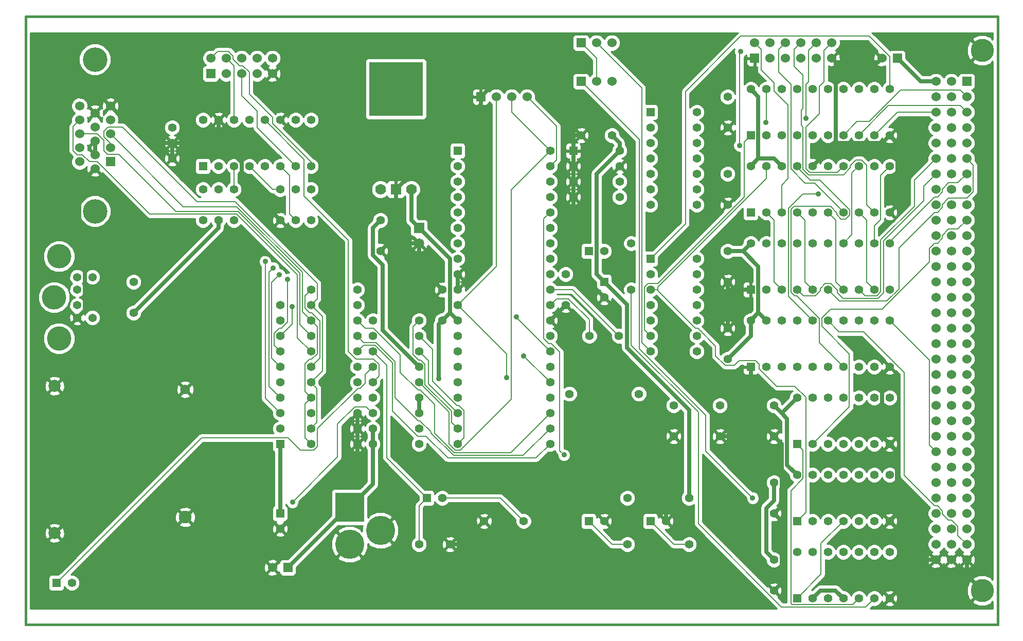
<source format=gbl>
G04 (created by PCBNEW (2013-07-07 BZR 4022)-stable) date 2/23/2014 9:12:01 AM*
%MOIN*%
G04 Gerber Fmt 3.4, Leading zero omitted, Abs format*
%FSLAX34Y34*%
G01*
G70*
G90*
G04 APERTURE LIST*
%ADD10C,0.00590551*%
%ADD11C,0.015*%
%ADD12C,0.055*%
%ADD13R,0.055X0.055*%
%ADD14R,0.06X0.06*%
%ADD15C,0.06*%
%ADD16R,0.35X0.35*%
%ADD17C,0.07*%
%ADD18R,0.07X0.07*%
%ADD19C,0.054*%
%ADD20C,0.1575*%
%ADD21C,0.1594*%
%ADD22C,0.064*%
%ADD23C,0.083*%
%ADD24C,0.079*%
%ADD25C,0.189*%
%ADD26R,0.189X0.189*%
%ADD27C,0.15*%
%ADD28R,0.065X0.065*%
%ADD29C,0.065*%
%ADD30C,0.035*%
%ADD31C,0.008*%
%ADD32C,0.028*%
%ADD33C,0.01*%
G04 APERTURE END LIST*
G54D10*
G54D11*
X20000Y-59700D02*
X83000Y-59700D01*
X20000Y-20300D02*
X20000Y-59700D01*
X83000Y-20300D02*
X20000Y-20300D01*
X83000Y-59700D02*
X83000Y-20300D01*
G54D12*
X52280Y-53000D03*
X49720Y-53000D03*
G54D13*
X36500Y-48000D03*
G54D12*
X36500Y-47000D03*
X36500Y-46000D03*
X36500Y-45000D03*
X36500Y-44000D03*
X36500Y-43000D03*
X36500Y-42000D03*
X36500Y-41000D03*
X36500Y-40000D03*
X36500Y-39000D03*
X41500Y-39000D03*
X38500Y-39000D03*
X41500Y-43000D03*
X38500Y-43000D03*
X41500Y-40000D03*
X38500Y-40000D03*
X41500Y-41000D03*
X38500Y-41000D03*
X41500Y-42000D03*
X38500Y-42000D03*
X41500Y-44000D03*
X38500Y-44000D03*
X41500Y-45000D03*
X38500Y-45000D03*
X41500Y-46000D03*
X38500Y-46000D03*
X41500Y-47000D03*
X38500Y-47000D03*
X41500Y-48000D03*
X38500Y-48000D03*
X45500Y-40000D03*
X42500Y-40000D03*
X45500Y-41000D03*
X42500Y-41000D03*
X42500Y-42000D03*
X45500Y-42000D03*
X45500Y-43000D03*
X42500Y-43000D03*
X42500Y-44000D03*
X45500Y-44000D03*
X45500Y-45000D03*
X42500Y-45000D03*
X45500Y-46000D03*
X42500Y-46000D03*
X42500Y-47000D03*
X45500Y-47000D03*
X42500Y-48000D03*
X45500Y-48000D03*
X41500Y-38000D03*
X38500Y-38000D03*
G54D14*
X67250Y-23000D03*
G54D15*
X67250Y-22000D03*
X68250Y-23000D03*
X68250Y-22000D03*
X69250Y-23000D03*
X69250Y-22000D03*
X70250Y-23000D03*
X70250Y-22000D03*
X71250Y-23000D03*
X71250Y-22000D03*
X72250Y-23000D03*
X72250Y-22000D03*
G54D14*
X49500Y-25500D03*
G54D15*
X50500Y-25500D03*
X51500Y-25500D03*
X52500Y-25500D03*
G54D14*
X56000Y-24500D03*
G54D15*
X57000Y-24500D03*
X58000Y-24500D03*
G54D14*
X56000Y-22000D03*
G54D15*
X57000Y-22000D03*
X58000Y-22000D03*
G54D16*
X44000Y-25000D03*
G54D17*
X43000Y-31500D03*
G54D18*
X44000Y-31500D03*
G54D17*
X45000Y-31500D03*
G54D13*
X55500Y-29000D03*
G54D12*
X55500Y-30000D03*
X55500Y-31000D03*
X55500Y-32000D03*
X58500Y-32000D03*
X58500Y-31000D03*
X58500Y-30000D03*
X58500Y-29000D03*
G54D13*
X48000Y-29000D03*
G54D12*
X48000Y-30000D03*
X48000Y-31000D03*
X48000Y-32000D03*
X48000Y-33000D03*
X48000Y-34000D03*
X48000Y-35000D03*
X48000Y-36000D03*
X48000Y-37000D03*
X48000Y-38000D03*
X48000Y-39000D03*
X48000Y-40000D03*
X48000Y-41000D03*
X48000Y-42000D03*
X48000Y-43000D03*
X48000Y-44000D03*
X48000Y-45000D03*
X48000Y-46000D03*
X48000Y-47000D03*
X48000Y-48000D03*
X54000Y-48000D03*
X54000Y-47000D03*
X54000Y-46000D03*
X54000Y-45000D03*
X54000Y-44000D03*
X54000Y-43000D03*
X54000Y-42000D03*
X54000Y-41000D03*
X54000Y-40000D03*
X54000Y-39000D03*
X54000Y-38000D03*
X54000Y-37000D03*
X54000Y-36000D03*
X54000Y-35000D03*
X54000Y-34000D03*
X54000Y-33000D03*
X54000Y-32000D03*
X54000Y-31000D03*
X54000Y-30000D03*
X54000Y-29000D03*
G54D13*
X67000Y-28000D03*
G54D12*
X68000Y-28000D03*
X69000Y-28000D03*
X70000Y-28000D03*
X71000Y-28000D03*
X72000Y-28000D03*
X73000Y-28000D03*
X74000Y-28000D03*
X75000Y-28000D03*
X76000Y-28000D03*
X76000Y-25000D03*
X75000Y-25000D03*
X74000Y-25000D03*
X73000Y-25000D03*
X72000Y-25000D03*
X71000Y-25000D03*
X70000Y-25000D03*
X69000Y-25000D03*
X68000Y-25000D03*
X67000Y-25000D03*
G54D13*
X67000Y-38000D03*
G54D12*
X68000Y-38000D03*
X69000Y-38000D03*
X70000Y-38000D03*
X71000Y-38000D03*
X72000Y-38000D03*
X73000Y-38000D03*
X74000Y-38000D03*
X75000Y-38000D03*
X76000Y-38000D03*
X76000Y-35000D03*
X75000Y-35000D03*
X74000Y-35000D03*
X73000Y-35000D03*
X72000Y-35000D03*
X71000Y-35000D03*
X70000Y-35000D03*
X69000Y-35000D03*
X68000Y-35000D03*
X67000Y-35000D03*
G54D13*
X67000Y-33000D03*
G54D12*
X68000Y-33000D03*
X69000Y-33000D03*
X70000Y-33000D03*
X71000Y-33000D03*
X72000Y-33000D03*
X73000Y-33000D03*
X74000Y-33000D03*
X75000Y-33000D03*
X76000Y-33000D03*
X76000Y-30000D03*
X75000Y-30000D03*
X74000Y-30000D03*
X73000Y-30000D03*
X72000Y-30000D03*
X71000Y-30000D03*
X70000Y-30000D03*
X69000Y-30000D03*
X68000Y-30000D03*
X67000Y-30000D03*
G54D13*
X67000Y-43000D03*
G54D12*
X68000Y-43000D03*
X69000Y-43000D03*
X70000Y-43000D03*
X71000Y-43000D03*
X72000Y-43000D03*
X73000Y-43000D03*
X74000Y-43000D03*
X75000Y-43000D03*
X76000Y-43000D03*
X76000Y-40000D03*
X75000Y-40000D03*
X74000Y-40000D03*
X73000Y-40000D03*
X72000Y-40000D03*
X71000Y-40000D03*
X70000Y-40000D03*
X69000Y-40000D03*
X68000Y-40000D03*
X67000Y-40000D03*
G54D13*
X31500Y-30000D03*
G54D12*
X32500Y-30000D03*
X33500Y-30000D03*
X34500Y-30000D03*
X35500Y-30000D03*
X36500Y-30000D03*
X37500Y-30000D03*
X38500Y-30000D03*
X38500Y-27000D03*
X37500Y-27000D03*
X36500Y-27000D03*
X35500Y-27000D03*
X34500Y-27000D03*
X33500Y-27000D03*
X32500Y-27000D03*
X31500Y-27000D03*
G54D13*
X70000Y-53000D03*
G54D12*
X71000Y-53000D03*
X72000Y-53000D03*
X73000Y-53000D03*
X74000Y-53000D03*
X75000Y-53000D03*
X76000Y-53000D03*
X76000Y-50000D03*
X75000Y-50000D03*
X74000Y-50000D03*
X73000Y-50000D03*
X72000Y-50000D03*
X71000Y-50000D03*
X70000Y-50000D03*
G54D13*
X70000Y-58000D03*
G54D12*
X71000Y-58000D03*
X72000Y-58000D03*
X73000Y-58000D03*
X74000Y-58000D03*
X75000Y-58000D03*
X76000Y-58000D03*
X76000Y-55000D03*
X75000Y-55000D03*
X74000Y-55000D03*
X73000Y-55000D03*
X72000Y-55000D03*
X71000Y-55000D03*
X70000Y-55000D03*
G54D13*
X70000Y-48000D03*
G54D12*
X71000Y-48000D03*
X72000Y-48000D03*
X73000Y-48000D03*
X74000Y-48000D03*
X75000Y-48000D03*
X76000Y-48000D03*
X76000Y-45000D03*
X75000Y-45000D03*
X74000Y-45000D03*
X73000Y-45000D03*
X72000Y-45000D03*
X71000Y-45000D03*
X70000Y-45000D03*
G54D13*
X60500Y-26500D03*
G54D12*
X60500Y-27500D03*
X60500Y-28500D03*
X60500Y-29500D03*
X60500Y-30500D03*
X60500Y-31500D03*
X60500Y-32500D03*
X63500Y-32500D03*
X63500Y-31500D03*
X63500Y-30500D03*
X63500Y-29500D03*
X63500Y-28500D03*
X63500Y-27500D03*
X63500Y-26500D03*
G54D13*
X60500Y-36000D03*
G54D12*
X60500Y-37000D03*
X60500Y-38000D03*
X60500Y-39000D03*
X60500Y-40000D03*
X60500Y-41000D03*
X60500Y-42000D03*
X63500Y-42000D03*
X63500Y-41000D03*
X63500Y-40000D03*
X63500Y-39000D03*
X63500Y-38000D03*
X63500Y-37000D03*
X63500Y-36000D03*
X56539Y-41000D03*
X58461Y-41000D03*
X55250Y-44750D03*
X59750Y-44750D03*
G54D19*
X23350Y-37988D03*
X23350Y-39012D03*
X24331Y-39819D03*
X24331Y-37181D03*
X23350Y-37181D03*
X23350Y-39819D03*
G54D20*
X21850Y-38500D03*
X22169Y-41161D03*
X22169Y-35839D03*
G54D21*
X24500Y-23081D03*
X24500Y-32919D03*
G54D14*
X25500Y-29709D03*
G54D15*
X25500Y-28807D03*
X25500Y-27902D03*
X25500Y-27000D03*
X25500Y-26098D03*
X24500Y-27451D03*
X24500Y-28352D03*
X24500Y-29254D03*
X24500Y-30156D03*
X24500Y-26549D03*
X23500Y-29709D03*
X23500Y-28807D03*
X23500Y-27902D03*
X23500Y-27000D03*
X23500Y-26098D03*
G54D12*
X68500Y-55500D03*
X68500Y-57500D03*
X55000Y-37000D03*
X55000Y-39000D03*
X65500Y-42500D03*
X65500Y-40500D03*
X47000Y-40000D03*
X47000Y-38000D03*
X68500Y-50500D03*
X68500Y-52500D03*
X68500Y-45500D03*
X68500Y-47500D03*
X58000Y-28000D03*
X56000Y-28000D03*
X27000Y-39500D03*
X27000Y-37500D03*
X43000Y-33500D03*
X43000Y-35500D03*
X45500Y-54500D03*
X47500Y-54500D03*
G54D14*
X76500Y-23000D03*
G54D15*
X75500Y-23000D03*
G54D13*
X46000Y-51500D03*
G54D12*
X47000Y-51500D03*
G54D13*
X57500Y-37500D03*
G54D12*
X57500Y-38500D03*
G54D13*
X36500Y-52500D03*
G54D12*
X36500Y-53500D03*
X31500Y-33500D03*
X33500Y-33500D03*
X32500Y-33500D03*
X36500Y-31500D03*
X38500Y-31500D03*
X37500Y-31500D03*
X65500Y-30500D03*
X65500Y-32500D03*
X36500Y-33500D03*
X38500Y-33500D03*
X37500Y-33500D03*
X65500Y-25500D03*
X65500Y-27500D03*
X31500Y-31500D03*
X33500Y-31500D03*
X32500Y-31500D03*
X65500Y-35500D03*
X65500Y-37500D03*
G54D22*
X30350Y-44474D03*
G54D23*
X30350Y-52742D03*
G54D24*
X21885Y-53766D03*
X21885Y-44238D03*
G54D12*
X29500Y-27500D03*
X29500Y-29500D03*
X29500Y-28500D03*
G54D14*
X32000Y-24000D03*
G54D15*
X32000Y-23000D03*
X33000Y-24000D03*
X33000Y-23000D03*
X34000Y-24000D03*
X34000Y-23000D03*
X35000Y-24000D03*
X35000Y-23000D03*
X36000Y-24000D03*
X36000Y-23000D03*
G54D25*
X41000Y-54500D03*
G54D26*
X41000Y-52100D03*
G54D25*
X43000Y-53600D03*
G54D14*
X37000Y-56000D03*
G54D15*
X36000Y-56000D03*
G54D14*
X81000Y-24500D03*
G54D15*
X81000Y-25500D03*
X81000Y-26500D03*
X81000Y-27500D03*
X81000Y-28500D03*
X81000Y-29500D03*
X81000Y-30500D03*
X81000Y-31500D03*
X81000Y-32500D03*
X81000Y-33500D03*
X81000Y-34500D03*
X81000Y-35500D03*
X81000Y-36500D03*
X81000Y-37500D03*
X81000Y-38500D03*
X81000Y-39500D03*
X81000Y-40500D03*
X81000Y-41500D03*
X81000Y-42500D03*
X81000Y-43500D03*
X81000Y-44500D03*
X81000Y-45500D03*
X81000Y-46500D03*
X81000Y-47500D03*
X81000Y-48500D03*
X81000Y-49500D03*
X81000Y-50500D03*
X81000Y-51500D03*
X81000Y-52500D03*
X81000Y-53500D03*
X81000Y-54500D03*
X81000Y-55500D03*
X80000Y-24500D03*
X80000Y-25500D03*
X80000Y-26500D03*
X80000Y-27500D03*
X80000Y-28500D03*
X80000Y-29500D03*
X80000Y-30500D03*
X80000Y-31500D03*
X80000Y-32500D03*
X80000Y-33500D03*
X80000Y-34500D03*
X80000Y-35500D03*
X80000Y-36500D03*
X80000Y-37500D03*
X80000Y-38500D03*
X80000Y-39500D03*
X80000Y-40500D03*
X80000Y-41500D03*
X80000Y-42500D03*
X80000Y-43500D03*
X80000Y-44500D03*
X80000Y-45500D03*
X80000Y-46500D03*
X80000Y-47500D03*
X80000Y-48500D03*
X80000Y-49500D03*
X80000Y-50500D03*
X80000Y-51500D03*
X80000Y-52500D03*
X80000Y-53500D03*
X80000Y-54500D03*
X80000Y-55500D03*
X79000Y-24500D03*
X79000Y-25500D03*
X79000Y-26500D03*
X79000Y-27500D03*
X79000Y-28500D03*
X79000Y-29500D03*
X79000Y-30500D03*
X79000Y-31500D03*
X79000Y-32500D03*
X79000Y-33500D03*
X79000Y-34500D03*
X79000Y-35500D03*
X79000Y-36500D03*
X79000Y-37500D03*
X79000Y-38500D03*
X79000Y-39500D03*
X79000Y-40500D03*
X79000Y-41500D03*
X79000Y-42500D03*
X79000Y-43500D03*
X79000Y-44500D03*
X79000Y-45500D03*
X79000Y-46500D03*
X79000Y-47500D03*
X79000Y-48500D03*
X79000Y-49500D03*
X79000Y-50500D03*
X79000Y-51500D03*
X79000Y-52500D03*
X79000Y-53500D03*
X79000Y-54500D03*
X79000Y-55500D03*
G54D27*
X82000Y-57500D03*
X82000Y-22500D03*
G54D12*
X59000Y-51500D03*
X59000Y-54500D03*
X63000Y-51500D03*
X63000Y-54500D03*
X59250Y-35000D03*
X59250Y-38000D03*
X62000Y-47500D03*
X62000Y-45500D03*
X65000Y-47500D03*
X65000Y-45500D03*
G54D13*
X22000Y-57000D03*
G54D12*
X23000Y-57000D03*
G54D13*
X56500Y-53000D03*
G54D12*
X57500Y-53000D03*
G54D13*
X60500Y-53000D03*
G54D12*
X61500Y-53000D03*
G54D13*
X56500Y-35500D03*
G54D12*
X57500Y-35500D03*
G54D28*
X45500Y-34000D03*
G54D29*
X45500Y-35000D03*
G54D30*
X67975Y-27179D03*
X71394Y-31799D03*
X36994Y-37337D03*
X37296Y-51762D03*
X36445Y-37031D03*
X37282Y-39106D03*
X54898Y-48713D03*
X67126Y-51501D03*
X51177Y-43706D03*
X66285Y-28662D03*
X66339Y-22568D03*
X70587Y-26913D03*
X52284Y-42284D03*
X35532Y-36174D03*
X51801Y-39748D03*
X36056Y-36585D03*
X46768Y-43764D03*
G54D31*
X60500Y-38000D02*
X60970Y-38000D01*
X60970Y-37832D02*
X60970Y-38000D01*
X68000Y-30802D02*
X60970Y-37832D01*
X68000Y-30000D02*
X68000Y-30802D01*
X70567Y-52432D02*
X70000Y-53000D01*
X70567Y-44974D02*
X70567Y-52432D01*
X69855Y-44263D02*
X70567Y-44974D01*
X68680Y-44263D02*
X69855Y-44263D01*
X67537Y-43120D02*
X68680Y-44263D01*
X67537Y-42817D02*
X67537Y-43120D01*
X67324Y-42604D02*
X67537Y-42817D01*
X66243Y-42604D02*
X67324Y-42604D01*
X65942Y-42905D02*
X66243Y-42604D01*
X65334Y-42905D02*
X65942Y-42905D01*
X64722Y-42294D02*
X65334Y-42905D01*
X64722Y-41650D02*
X64722Y-42294D01*
X63572Y-40500D02*
X64722Y-41650D01*
X63419Y-40500D02*
X63572Y-40500D01*
X60970Y-38050D02*
X63419Y-40500D01*
X60970Y-38000D02*
X60970Y-38050D01*
X68000Y-27154D02*
X67975Y-27179D01*
X68000Y-25000D02*
X68000Y-27154D01*
X70387Y-31799D02*
X71394Y-31799D01*
X69444Y-32742D02*
X70387Y-31799D01*
X69444Y-38444D02*
X69444Y-32742D01*
X71000Y-40000D02*
X69444Y-38444D01*
X70000Y-30067D02*
X70000Y-30000D01*
X70840Y-30908D02*
X70000Y-30067D01*
X71487Y-30908D02*
X70840Y-30908D01*
X73396Y-32817D02*
X71487Y-30908D01*
X73396Y-33171D02*
X73396Y-32817D01*
X73153Y-33415D02*
X73396Y-33171D01*
X72851Y-33415D02*
X73153Y-33415D01*
X72580Y-33143D02*
X72851Y-33415D01*
X72580Y-33017D02*
X72580Y-33143D01*
X72163Y-32601D02*
X72580Y-33017D01*
X69812Y-32601D02*
X72163Y-32601D01*
X69604Y-32808D02*
X69812Y-32601D01*
X69604Y-38173D02*
X69604Y-32808D01*
X69833Y-38402D02*
X69604Y-38173D01*
X69993Y-38402D02*
X69833Y-38402D01*
X71443Y-39852D02*
X69993Y-38402D01*
X71443Y-41443D02*
X71443Y-39852D01*
X73000Y-43000D02*
X71443Y-41443D01*
X66584Y-28415D02*
X67000Y-28000D01*
X66584Y-31986D02*
X66584Y-28415D01*
X60986Y-37585D02*
X66584Y-31986D01*
X60354Y-37585D02*
X60986Y-37585D01*
X60099Y-37839D02*
X60354Y-37585D01*
X60099Y-40599D02*
X60099Y-37839D01*
X60500Y-41000D02*
X60099Y-40599D01*
X73556Y-34443D02*
X73000Y-35000D01*
X73556Y-30443D02*
X73556Y-34443D01*
X74000Y-30000D02*
X73556Y-30443D01*
X75000Y-33861D02*
X75000Y-35000D01*
X75398Y-33462D02*
X75000Y-33861D01*
X75398Y-30601D02*
X75398Y-33462D01*
X76000Y-30000D02*
X75398Y-30601D01*
X74500Y-37500D02*
X75000Y-38000D01*
X74500Y-33500D02*
X74500Y-37500D01*
X74000Y-33000D02*
X74500Y-33500D01*
X72500Y-37500D02*
X73000Y-38000D01*
X72500Y-33500D02*
X72500Y-37500D01*
X72000Y-33000D02*
X72500Y-33500D01*
X70500Y-37500D02*
X71000Y-38000D01*
X70500Y-33500D02*
X70500Y-37500D01*
X70000Y-33000D02*
X70500Y-33500D01*
X68500Y-37500D02*
X69000Y-38000D01*
X68500Y-33500D02*
X68500Y-37500D01*
X68000Y-33000D02*
X68500Y-33500D01*
X38104Y-45395D02*
X38500Y-45000D01*
X38104Y-47604D02*
X38104Y-45395D01*
X38500Y-48000D02*
X38104Y-47604D01*
X38902Y-40402D02*
X38500Y-40000D01*
X38902Y-42159D02*
X38902Y-40402D01*
X38562Y-42500D02*
X38902Y-42159D01*
X38407Y-42500D02*
X38562Y-42500D01*
X38098Y-42809D02*
X38407Y-42500D01*
X38098Y-44598D02*
X38098Y-42809D01*
X38500Y-45000D02*
X38098Y-44598D01*
X30214Y-32616D02*
X25500Y-27902D01*
X33674Y-32616D02*
X30214Y-32616D01*
X37938Y-36880D02*
X33674Y-32616D01*
X37938Y-39438D02*
X37938Y-36880D01*
X38500Y-40000D02*
X37938Y-39438D01*
X36980Y-37352D02*
X36994Y-37337D01*
X36980Y-40113D02*
X36980Y-37352D01*
X36593Y-40500D02*
X36980Y-40113D01*
X36440Y-40500D02*
X36593Y-40500D01*
X36097Y-40843D02*
X36440Y-40500D01*
X36097Y-41597D02*
X36097Y-40843D01*
X36500Y-42000D02*
X36097Y-41597D01*
X62765Y-33734D02*
X60500Y-36000D01*
X62765Y-25167D02*
X62765Y-33734D01*
X66355Y-21577D02*
X62765Y-25167D01*
X74689Y-21577D02*
X66355Y-21577D01*
X76000Y-22888D02*
X74689Y-21577D01*
X76000Y-25000D02*
X76000Y-22888D01*
X40226Y-48832D02*
X37296Y-51762D01*
X40226Y-46712D02*
X40226Y-48832D01*
X41354Y-45584D02*
X40226Y-46712D01*
X42084Y-45584D02*
X41354Y-45584D01*
X42500Y-46000D02*
X42084Y-45584D01*
X35936Y-37539D02*
X36445Y-37031D01*
X35936Y-42436D02*
X35936Y-37539D01*
X36500Y-43000D02*
X35936Y-42436D01*
X37282Y-40217D02*
X37282Y-39106D01*
X36500Y-41000D02*
X37282Y-40217D01*
X32447Y-22552D02*
X32000Y-23000D01*
X33161Y-22552D02*
X32447Y-22552D01*
X33460Y-22851D02*
X33161Y-22552D01*
X33460Y-23067D02*
X33460Y-22851D01*
X33874Y-23482D02*
X33460Y-23067D01*
X34086Y-23482D02*
X33874Y-23482D01*
X34500Y-23896D02*
X34086Y-23482D01*
X34500Y-25336D02*
X34500Y-23896D01*
X36000Y-26836D02*
X34500Y-25336D01*
X36000Y-27246D02*
X36000Y-26836D01*
X38500Y-29746D02*
X36000Y-27246D01*
X38500Y-30000D02*
X38500Y-29746D01*
X33500Y-23500D02*
X33500Y-27000D01*
X33000Y-23000D02*
X33500Y-23500D01*
X38895Y-44395D02*
X38500Y-44000D01*
X38895Y-46604D02*
X38895Y-44395D01*
X38500Y-47000D02*
X38895Y-46604D01*
X39239Y-39739D02*
X38500Y-39000D01*
X39239Y-43260D02*
X39239Y-39739D01*
X38500Y-44000D02*
X39239Y-43260D01*
X38905Y-38594D02*
X38500Y-39000D01*
X38905Y-37604D02*
X38905Y-38594D01*
X33593Y-32292D02*
X38905Y-37604D01*
X31125Y-32292D02*
X33593Y-32292D01*
X26284Y-27451D02*
X31125Y-32292D01*
X25348Y-27451D02*
X26284Y-27451D01*
X25075Y-27724D02*
X25348Y-27451D01*
X25075Y-28105D02*
X25075Y-27724D01*
X25500Y-28530D02*
X25075Y-28105D01*
X25500Y-28807D02*
X25500Y-28530D01*
X24645Y-27902D02*
X23500Y-27902D01*
X25072Y-28329D02*
X24645Y-27902D01*
X25072Y-28990D02*
X25072Y-28329D01*
X25309Y-29227D02*
X25072Y-28990D01*
X26037Y-29227D02*
X25309Y-29227D01*
X29747Y-32936D02*
X26037Y-29227D01*
X33767Y-32936D02*
X29747Y-32936D01*
X37778Y-36947D02*
X33767Y-32936D01*
X37778Y-40278D02*
X37778Y-36947D01*
X38500Y-41000D02*
X37778Y-40278D01*
X46374Y-41874D02*
X45500Y-41000D01*
X46374Y-43943D02*
X46374Y-41874D01*
X47930Y-45500D02*
X46374Y-43943D01*
X48069Y-45500D02*
X47930Y-45500D01*
X48398Y-45829D02*
X48069Y-45500D01*
X48398Y-47601D02*
X48398Y-45829D01*
X48000Y-48000D02*
X48398Y-47601D01*
X45100Y-40399D02*
X45500Y-40000D01*
X45100Y-42184D02*
X45100Y-40399D01*
X45472Y-42556D02*
X45100Y-42184D01*
X45615Y-42556D02*
X45472Y-42556D01*
X45895Y-42836D02*
X45615Y-42556D01*
X45895Y-44168D02*
X45895Y-42836D01*
X47600Y-45874D02*
X45895Y-44168D01*
X47600Y-46600D02*
X47600Y-45874D01*
X48000Y-47000D02*
X47600Y-46600D01*
X38104Y-38395D02*
X38500Y-38000D01*
X38104Y-39186D02*
X38104Y-38395D01*
X38418Y-39500D02*
X38104Y-39186D01*
X38558Y-39500D02*
X38418Y-39500D01*
X39072Y-40014D02*
X38558Y-39500D01*
X39072Y-42427D02*
X39072Y-40014D01*
X38500Y-43000D02*
X39072Y-42427D01*
X51500Y-26500D02*
X51500Y-25500D01*
X54000Y-29000D02*
X51500Y-26500D01*
X47440Y-45940D02*
X45500Y-44000D01*
X47440Y-48000D02*
X47440Y-45940D01*
X47836Y-48395D02*
X47440Y-48000D01*
X48168Y-48395D02*
X47836Y-48395D01*
X51480Y-45083D02*
X48168Y-48395D01*
X51480Y-31519D02*
X51480Y-45083D01*
X54000Y-29000D02*
X51480Y-31519D01*
X46100Y-42600D02*
X45500Y-42000D01*
X46100Y-44100D02*
X46100Y-42600D01*
X48000Y-46000D02*
X46100Y-44100D01*
X54411Y-27411D02*
X52500Y-25500D01*
X54411Y-29588D02*
X54411Y-27411D01*
X54000Y-30000D02*
X54411Y-29588D01*
X35000Y-27500D02*
X37500Y-30000D01*
X35000Y-26422D02*
X35000Y-27500D01*
X34000Y-25422D02*
X35000Y-26422D01*
X34000Y-24000D02*
X34000Y-25422D01*
X23076Y-27423D02*
X23500Y-27000D01*
X23076Y-28997D02*
X23076Y-27423D01*
X23347Y-29268D02*
X23076Y-28997D01*
X23693Y-29268D02*
X23347Y-29268D01*
X24130Y-29705D02*
X23693Y-29268D01*
X24662Y-29705D02*
X24130Y-29705D01*
X28054Y-33096D02*
X24662Y-29705D01*
X33669Y-33096D02*
X28054Y-33096D01*
X37618Y-37045D02*
X33669Y-33096D01*
X37618Y-41118D02*
X37618Y-37045D01*
X38500Y-42000D02*
X37618Y-41118D01*
X54616Y-48431D02*
X54898Y-48713D01*
X54616Y-42025D02*
X54616Y-48431D01*
X54090Y-41500D02*
X54616Y-42025D01*
X53915Y-41500D02*
X54090Y-41500D01*
X53590Y-41174D02*
X53915Y-41500D01*
X53590Y-33409D02*
X53590Y-41174D01*
X54000Y-33000D02*
X53590Y-33409D01*
X72727Y-40727D02*
X72000Y-40000D01*
X74304Y-40727D02*
X72727Y-40727D01*
X76946Y-43369D02*
X74304Y-40727D01*
X76946Y-50043D02*
X76946Y-43369D01*
X78902Y-52000D02*
X76946Y-50043D01*
X79096Y-52000D02*
X78902Y-52000D01*
X79420Y-52324D02*
X79096Y-52000D01*
X79420Y-52518D02*
X79420Y-52324D01*
X79821Y-52920D02*
X79420Y-52518D01*
X80014Y-52920D02*
X79821Y-52920D01*
X80420Y-53325D02*
X80014Y-52920D01*
X80420Y-53920D02*
X80420Y-53325D01*
X81000Y-54500D02*
X80420Y-53920D01*
X78579Y-42579D02*
X76000Y-40000D01*
X78579Y-48079D02*
X78579Y-42579D01*
X79000Y-48500D02*
X78579Y-48079D01*
X64078Y-48452D02*
X67126Y-51501D01*
X64078Y-46143D02*
X64078Y-48452D01*
X59777Y-41842D02*
X64078Y-46143D01*
X59777Y-28277D02*
X59777Y-41842D01*
X56000Y-24500D02*
X59777Y-28277D01*
X73395Y-45604D02*
X71000Y-48000D01*
X73395Y-42148D02*
X73395Y-45604D01*
X71604Y-40358D02*
X73395Y-42148D01*
X71604Y-39821D02*
X71604Y-40358D01*
X72163Y-39263D02*
X71604Y-39821D01*
X75525Y-39263D02*
X72163Y-39263D01*
X78579Y-36208D02*
X75525Y-39263D01*
X78579Y-35324D02*
X78579Y-36208D01*
X78903Y-35000D02*
X78579Y-35324D01*
X79098Y-35000D02*
X78903Y-35000D01*
X79420Y-34678D02*
X79098Y-35000D01*
X79420Y-34485D02*
X79420Y-34678D01*
X79825Y-34079D02*
X79420Y-34485D01*
X80420Y-34079D02*
X79825Y-34079D01*
X81000Y-33500D02*
X80420Y-34079D01*
X70397Y-38397D02*
X70000Y-38000D01*
X71173Y-38397D02*
X70397Y-38397D01*
X71500Y-38070D02*
X71173Y-38397D01*
X71500Y-37923D02*
X71500Y-38070D01*
X71818Y-37604D02*
X71500Y-37923D01*
X72192Y-37604D02*
X71818Y-37604D01*
X72604Y-38017D02*
X72192Y-37604D01*
X72604Y-38187D02*
X72604Y-38017D01*
X72977Y-38560D02*
X72604Y-38187D01*
X75243Y-38560D02*
X72977Y-38560D01*
X75604Y-38199D02*
X75243Y-38560D01*
X75604Y-34821D02*
X75604Y-38199D01*
X78200Y-32226D02*
X75604Y-34821D01*
X78200Y-31299D02*
X78200Y-32226D01*
X79000Y-30500D02*
X78200Y-31299D01*
X72735Y-38735D02*
X72000Y-38000D01*
X75826Y-38735D02*
X72735Y-38735D01*
X76605Y-37956D02*
X75826Y-38735D01*
X76605Y-35298D02*
X76605Y-37956D01*
X78903Y-33000D02*
X76605Y-35298D01*
X79098Y-33000D02*
X78903Y-33000D01*
X79420Y-32678D02*
X79098Y-33000D01*
X79420Y-32485D02*
X79420Y-32678D01*
X79825Y-32079D02*
X79420Y-32485D01*
X81014Y-32079D02*
X79825Y-32079D01*
X81421Y-31673D02*
X81014Y-32079D01*
X81421Y-29921D02*
X81421Y-31673D01*
X81000Y-29500D02*
X81421Y-29921D01*
X74400Y-38400D02*
X74000Y-38000D01*
X75171Y-38400D02*
X74400Y-38400D01*
X75424Y-38147D02*
X75171Y-38400D01*
X75424Y-34775D02*
X75424Y-38147D01*
X77614Y-32585D02*
X75424Y-34775D01*
X77614Y-30885D02*
X77614Y-32585D01*
X79000Y-29500D02*
X77614Y-30885D01*
X76000Y-34899D02*
X76000Y-35000D01*
X78899Y-32000D02*
X76000Y-34899D01*
X79098Y-32000D02*
X78899Y-32000D01*
X79420Y-31678D02*
X79098Y-32000D01*
X79420Y-31485D02*
X79420Y-31678D01*
X79825Y-31079D02*
X79420Y-31485D01*
X80420Y-31079D02*
X79825Y-31079D01*
X81000Y-30500D02*
X80420Y-31079D01*
X73895Y-27104D02*
X73000Y-28000D01*
X74668Y-27104D02*
X73895Y-27104D01*
X76699Y-25074D02*
X74668Y-27104D01*
X80574Y-25074D02*
X76699Y-25074D01*
X81000Y-25500D02*
X80574Y-25074D01*
X75921Y-26078D02*
X74000Y-28000D01*
X80578Y-26078D02*
X75921Y-26078D01*
X81000Y-26500D02*
X80578Y-26078D01*
X76500Y-26500D02*
X79000Y-26500D01*
X75000Y-28000D02*
X76500Y-26500D01*
G54D32*
X81000Y-56500D02*
X81000Y-55500D01*
X82000Y-57500D02*
X81000Y-56500D01*
X29500Y-28500D02*
X29500Y-29500D01*
X48220Y-54500D02*
X49720Y-53000D01*
X47500Y-54500D02*
X48220Y-54500D01*
X24500Y-29254D02*
X24500Y-28352D01*
X78500Y-55500D02*
X76000Y-58000D01*
X79000Y-55500D02*
X78500Y-55500D01*
X78500Y-55500D02*
X76000Y-53000D01*
X76515Y-28515D02*
X76000Y-28000D01*
X76515Y-32484D02*
X76515Y-28515D01*
X76000Y-33000D02*
X76515Y-32484D01*
X48000Y-38000D02*
X48000Y-37000D01*
X55500Y-36500D02*
X55500Y-32000D01*
X57500Y-38500D02*
X55500Y-36500D01*
X55500Y-32000D02*
X55500Y-31000D01*
X55500Y-31000D02*
X55500Y-30000D01*
X41500Y-47000D02*
X41500Y-46000D01*
X41500Y-47000D02*
X41500Y-48000D01*
X49500Y-26000D02*
X49500Y-25500D01*
X44000Y-31500D02*
X49500Y-26000D01*
X23840Y-39328D02*
X23350Y-39819D01*
X23840Y-35158D02*
X23840Y-39328D01*
X23482Y-34800D02*
X23840Y-35158D01*
X23482Y-31173D02*
X23482Y-34800D01*
X24500Y-30155D02*
X23482Y-31173D01*
X43000Y-35500D02*
X44000Y-34500D01*
X44000Y-34500D02*
X44000Y-31500D01*
X55000Y-39000D02*
X54000Y-40000D01*
X75245Y-23254D02*
X72504Y-23254D01*
X75500Y-23000D02*
X75245Y-23254D01*
X72504Y-23254D02*
X72250Y-23000D01*
X71000Y-30000D02*
X72504Y-28495D01*
X75504Y-28495D02*
X76000Y-28000D01*
X72504Y-28495D02*
X75504Y-28495D01*
X65500Y-47500D02*
X67000Y-46000D01*
X65000Y-47500D02*
X65500Y-47500D01*
X67000Y-43000D02*
X67000Y-46000D01*
X67000Y-46000D02*
X68500Y-47500D01*
X76495Y-52504D02*
X76000Y-53000D01*
X76495Y-48495D02*
X76495Y-52504D01*
X76000Y-48000D02*
X76495Y-48495D01*
X75500Y-47500D02*
X76000Y-48000D01*
X75500Y-43500D02*
X75500Y-47500D01*
X76000Y-43000D02*
X75500Y-43500D01*
X61500Y-48000D02*
X62000Y-47500D01*
X61500Y-53000D02*
X61500Y-48000D01*
X65500Y-38000D02*
X67000Y-38000D01*
X65500Y-40500D02*
X65500Y-38000D01*
X65500Y-38000D02*
X65500Y-37500D01*
X69004Y-56995D02*
X68500Y-57500D01*
X69004Y-53004D02*
X69004Y-56995D01*
X68500Y-52500D02*
X69004Y-53004D01*
X72504Y-23254D02*
X72504Y-28495D01*
X27902Y-28500D02*
X29500Y-28500D01*
X25500Y-26097D02*
X27902Y-28500D01*
X34000Y-29779D02*
X32223Y-28002D01*
X34000Y-31000D02*
X34000Y-29779D01*
X36500Y-33500D02*
X34000Y-31000D01*
X31725Y-28500D02*
X32223Y-28002D01*
X29500Y-28500D02*
X31725Y-28500D01*
X32500Y-27725D02*
X32500Y-27000D01*
X32223Y-28002D02*
X32500Y-27725D01*
X69000Y-48000D02*
X68500Y-47500D01*
X69000Y-51999D02*
X69000Y-48000D01*
X68500Y-52500D02*
X69000Y-51999D01*
X55500Y-29000D02*
X55500Y-30000D01*
X55500Y-28000D02*
X56000Y-28000D01*
X55500Y-28000D02*
X55500Y-29000D01*
X44500Y-35000D02*
X45500Y-35000D01*
X44000Y-34500D02*
X44500Y-35000D01*
X45500Y-36500D02*
X47000Y-38000D01*
X45500Y-35000D02*
X45500Y-36500D01*
X41500Y-48500D02*
X41500Y-48000D01*
X36500Y-53500D02*
X41500Y-48500D01*
X50238Y-24761D02*
X49500Y-25500D01*
X52743Y-24761D02*
X50238Y-24761D01*
X55500Y-27518D02*
X52743Y-24761D01*
X55500Y-28000D02*
X55500Y-27518D01*
X64760Y-31760D02*
X65500Y-32500D01*
X64760Y-28239D02*
X64760Y-31760D01*
X65500Y-27500D02*
X64760Y-28239D01*
G54D31*
X59938Y-24938D02*
X57000Y-22000D01*
X59938Y-41438D02*
X59938Y-24938D01*
X60500Y-42000D02*
X59938Y-41438D01*
X50500Y-36500D02*
X48000Y-39000D01*
X50500Y-25500D02*
X50500Y-36500D01*
X51177Y-42177D02*
X51177Y-43706D01*
X48000Y-39000D02*
X51177Y-42177D01*
X74441Y-58558D02*
X75000Y-58000D01*
X68995Y-58558D02*
X74441Y-58558D01*
X63604Y-53167D02*
X68995Y-58558D01*
X63604Y-45938D02*
X63604Y-53167D01*
X59250Y-41584D02*
X63604Y-45938D01*
X59250Y-38000D02*
X59250Y-41584D01*
X66285Y-22622D02*
X66339Y-22568D01*
X66285Y-28662D02*
X66285Y-22622D01*
X67693Y-22443D02*
X67250Y-22000D01*
X67693Y-23776D02*
X67693Y-22443D01*
X68500Y-24583D02*
X67693Y-23776D01*
X68500Y-25130D02*
X68500Y-24583D01*
X69416Y-26046D02*
X68500Y-25130D01*
X69416Y-30803D02*
X69416Y-26046D01*
X69000Y-31220D02*
X69416Y-30803D01*
X69000Y-33000D02*
X69000Y-31220D01*
X71750Y-22500D02*
X72250Y-22000D01*
X71750Y-24525D02*
X71750Y-22500D01*
X71443Y-24831D02*
X71750Y-24525D01*
X71443Y-26594D02*
X71443Y-24831D01*
X70587Y-27449D02*
X71443Y-26594D01*
X70587Y-30171D02*
X70587Y-27449D01*
X70815Y-30399D02*
X70587Y-30171D01*
X72600Y-30399D02*
X70815Y-30399D01*
X73000Y-30000D02*
X72600Y-30399D01*
X70587Y-24687D02*
X70587Y-26913D01*
X70750Y-24525D02*
X70587Y-24687D01*
X70750Y-22500D02*
X70750Y-24525D01*
X71250Y-22000D02*
X70750Y-22500D01*
X74500Y-32500D02*
X75000Y-33000D01*
X74500Y-29930D02*
X74500Y-32500D01*
X74170Y-29600D02*
X74500Y-29930D01*
X73816Y-29600D02*
X74170Y-29600D01*
X73445Y-29971D02*
X73816Y-29600D01*
X73445Y-30113D02*
X73445Y-29971D01*
X72999Y-30559D02*
X73445Y-30113D01*
X70748Y-30559D02*
X72999Y-30559D01*
X70395Y-30205D02*
X70748Y-30559D01*
X70395Y-27462D02*
X70395Y-30205D01*
X70280Y-27347D02*
X70395Y-27462D01*
X70280Y-26371D02*
X70280Y-27347D01*
X70395Y-26256D02*
X70280Y-26371D01*
X70395Y-24104D02*
X70395Y-26256D01*
X69812Y-23522D02*
X70395Y-24104D01*
X69812Y-22437D02*
X69812Y-23522D01*
X70250Y-22000D02*
X69812Y-22437D01*
X68812Y-22437D02*
X69250Y-22000D01*
X68812Y-23895D02*
X68812Y-22437D01*
X69604Y-24687D02*
X68812Y-23895D01*
X69604Y-30175D02*
X69604Y-24687D01*
X70517Y-31088D02*
X69604Y-30175D01*
X71137Y-31088D02*
X70517Y-31088D01*
X73000Y-32951D02*
X71137Y-31088D01*
X73000Y-33000D02*
X73000Y-32951D01*
X71555Y-54444D02*
X73000Y-53000D01*
X71555Y-56444D02*
X71555Y-54444D01*
X70000Y-58000D02*
X71555Y-56444D01*
X73601Y-58398D02*
X74000Y-58000D01*
X69664Y-58398D02*
X73601Y-58398D01*
X69597Y-58331D02*
X69664Y-58398D01*
X69597Y-51032D02*
X69597Y-58331D01*
X70395Y-50234D02*
X69597Y-51032D01*
X70395Y-48395D02*
X70395Y-50234D01*
X70000Y-48000D02*
X70395Y-48395D01*
X62000Y-54500D02*
X63000Y-54500D01*
X60500Y-53000D02*
X62000Y-54500D01*
X58000Y-54500D02*
X59000Y-54500D01*
X56500Y-53000D02*
X58000Y-54500D01*
X42000Y-43500D02*
X42500Y-43000D01*
X42000Y-44076D02*
X42000Y-43500D01*
X41681Y-44395D02*
X42000Y-44076D01*
X41536Y-44395D02*
X41681Y-44395D01*
X38920Y-47011D02*
X41536Y-44395D01*
X38920Y-48150D02*
X38920Y-47011D01*
X38675Y-48395D02*
X38920Y-48150D01*
X37800Y-48395D02*
X38675Y-48395D01*
X37006Y-47601D02*
X37800Y-48395D01*
X31398Y-47601D02*
X37006Y-47601D01*
X22000Y-57000D02*
X31398Y-47601D01*
X42900Y-43599D02*
X42500Y-44000D01*
X42900Y-42839D02*
X42900Y-43599D01*
X42561Y-42500D02*
X42900Y-42839D01*
X41427Y-42500D02*
X42561Y-42500D01*
X40922Y-41995D02*
X41427Y-42500D01*
X40922Y-34790D02*
X40922Y-41995D01*
X38056Y-31924D02*
X40922Y-34790D01*
X38056Y-29556D02*
X38056Y-31924D01*
X35500Y-27000D02*
X38056Y-29556D01*
X54000Y-44000D02*
X52284Y-42284D01*
X50780Y-51500D02*
X52280Y-53000D01*
X47000Y-51500D02*
X50780Y-51500D01*
X35532Y-45032D02*
X35532Y-36174D01*
X36500Y-46000D02*
X35532Y-45032D01*
X54415Y-38584D02*
X54000Y-39000D01*
X55179Y-38584D02*
X54415Y-38584D01*
X56539Y-39943D02*
X55179Y-38584D01*
X56539Y-41000D02*
X56539Y-39943D01*
X45500Y-52000D02*
X46000Y-51500D01*
X45500Y-54500D02*
X45500Y-52000D01*
X43401Y-42901D02*
X42500Y-42000D01*
X43401Y-48901D02*
X43401Y-42901D01*
X46000Y-51500D02*
X43401Y-48901D01*
X36000Y-31500D02*
X34500Y-30000D01*
X36500Y-31500D02*
X36000Y-31500D01*
X33500Y-31500D02*
X33500Y-30000D01*
X37098Y-30598D02*
X36500Y-30000D01*
X37098Y-33098D02*
X37098Y-30598D01*
X37500Y-33500D02*
X37098Y-33098D01*
X51801Y-39801D02*
X51801Y-39748D01*
X54000Y-42000D02*
X51801Y-39801D01*
X55460Y-38000D02*
X54000Y-38000D01*
X58460Y-41000D02*
X55460Y-38000D01*
X42000Y-40500D02*
X41500Y-40000D01*
X42558Y-40500D02*
X42000Y-40500D01*
X44281Y-42222D02*
X42558Y-40500D01*
X44281Y-43348D02*
X44281Y-42222D01*
X45432Y-44500D02*
X44281Y-43348D01*
X45581Y-44500D02*
X45432Y-44500D01*
X46499Y-45418D02*
X45581Y-44500D01*
X46499Y-47285D02*
X46499Y-45418D01*
X47779Y-48565D02*
X46499Y-47285D01*
X51434Y-48565D02*
X47779Y-48565D01*
X54000Y-46000D02*
X51434Y-48565D01*
X53089Y-48910D02*
X54000Y-48000D01*
X47367Y-48910D02*
X53089Y-48910D01*
X45957Y-47500D02*
X47367Y-48910D01*
X45410Y-47500D02*
X45957Y-47500D01*
X43785Y-45875D02*
X45410Y-47500D01*
X43785Y-42719D02*
X43785Y-45875D01*
X42655Y-41589D02*
X43785Y-42719D01*
X41910Y-41589D02*
X42655Y-41589D01*
X41500Y-42000D02*
X41910Y-41589D01*
X52254Y-48745D02*
X54000Y-47000D01*
X47730Y-48745D02*
X52254Y-48745D01*
X46272Y-47288D02*
X47730Y-48745D01*
X46272Y-47212D02*
X46272Y-47288D01*
X45560Y-46500D02*
X46272Y-47212D01*
X45440Y-46500D02*
X45560Y-46500D01*
X43945Y-45004D02*
X45440Y-46500D01*
X43945Y-42652D02*
X43945Y-45004D01*
X42722Y-41429D02*
X43945Y-42652D01*
X41929Y-41429D02*
X42722Y-41429D01*
X41500Y-41000D02*
X41929Y-41429D01*
X35763Y-36878D02*
X36056Y-36585D01*
X35763Y-44263D02*
X35763Y-36878D01*
X36500Y-45000D02*
X35763Y-44263D01*
X57000Y-23000D02*
X57000Y-24500D01*
X56000Y-22000D02*
X57000Y-23000D01*
G54D32*
X40900Y-52100D02*
X41000Y-52100D01*
X37000Y-56000D02*
X40900Y-52100D01*
X32500Y-34000D02*
X32500Y-33500D01*
X27000Y-39500D02*
X32500Y-34000D01*
X42500Y-50600D02*
X42500Y-48000D01*
X41000Y-52100D02*
X42500Y-50600D01*
X42500Y-48000D02*
X42500Y-47000D01*
X70000Y-45000D02*
X69000Y-46000D01*
X68500Y-45500D02*
X69000Y-46000D01*
X69360Y-49360D02*
X70000Y-50000D01*
X69360Y-46360D02*
X69360Y-49360D01*
X69000Y-46000D02*
X69360Y-46360D01*
X68504Y-29504D02*
X69000Y-30000D01*
X67495Y-29504D02*
X68504Y-29504D01*
X67495Y-29504D02*
X67000Y-30000D01*
X72493Y-57493D02*
X73000Y-58000D01*
X71506Y-57493D02*
X72493Y-57493D01*
X71000Y-58000D02*
X71506Y-57493D01*
X65500Y-35500D02*
X66500Y-35500D01*
X66500Y-35500D02*
X67000Y-35000D01*
X67495Y-36495D02*
X66500Y-35500D01*
X67495Y-39504D02*
X67495Y-36495D01*
X67504Y-39504D02*
X67495Y-39504D01*
X68000Y-40000D02*
X67504Y-39504D01*
X78000Y-24500D02*
X76500Y-23000D01*
X79000Y-24500D02*
X78000Y-24500D01*
X42501Y-33998D02*
X43000Y-33500D01*
X42501Y-35750D02*
X42501Y-33998D01*
X43134Y-36383D02*
X42501Y-35750D01*
X43134Y-40634D02*
X43134Y-36383D01*
X45500Y-43000D02*
X43134Y-40634D01*
X67495Y-39504D02*
X67000Y-40000D01*
X67000Y-41000D02*
X65500Y-42500D01*
X67000Y-40000D02*
X67000Y-41000D01*
X67999Y-54999D02*
X68500Y-55500D01*
X67999Y-52152D02*
X67999Y-54999D01*
X68500Y-51651D02*
X67999Y-52152D01*
X68500Y-50500D02*
X68500Y-51651D01*
X67495Y-25495D02*
X67495Y-29504D01*
X67000Y-25000D02*
X67495Y-25495D01*
X58500Y-28500D02*
X58500Y-29000D01*
X58000Y-28000D02*
X58500Y-28500D01*
X36500Y-48000D02*
X36500Y-52500D01*
X58972Y-38972D02*
X57500Y-37500D01*
X58972Y-41764D02*
X58972Y-38972D01*
X63000Y-45791D02*
X58972Y-41764D01*
X63000Y-51500D02*
X63000Y-45791D01*
X57000Y-30500D02*
X58500Y-29000D01*
X57000Y-37000D02*
X57000Y-30500D01*
X57500Y-37500D02*
X57000Y-37000D01*
X45500Y-46000D02*
X45500Y-45000D01*
X45000Y-33500D02*
X45500Y-34000D01*
X45000Y-31500D02*
X45000Y-33500D01*
X47500Y-39500D02*
X48000Y-40000D01*
X47500Y-36000D02*
X47500Y-39500D01*
X45500Y-34000D02*
X47500Y-36000D01*
X47500Y-39500D02*
X47000Y-40000D01*
X46768Y-40231D02*
X46768Y-43764D01*
X47000Y-40000D02*
X46768Y-40231D01*
G54D10*
G36*
X24576Y-29259D02*
X24505Y-29330D01*
X24500Y-29324D01*
X24494Y-29330D01*
X24423Y-29259D01*
X24429Y-29254D01*
X24114Y-28938D01*
X24030Y-28962D01*
X24049Y-28916D01*
X24050Y-28698D01*
X24027Y-28642D01*
X24114Y-28667D01*
X24429Y-28352D01*
X24423Y-28346D01*
X24494Y-28275D01*
X24500Y-28281D01*
X24505Y-28275D01*
X24576Y-28346D01*
X24570Y-28352D01*
X24576Y-28357D01*
X24505Y-28428D01*
X24500Y-28422D01*
X24184Y-28737D01*
X24203Y-28803D01*
X24184Y-28868D01*
X24500Y-29183D01*
X24505Y-29177D01*
X24576Y-29248D01*
X24570Y-29254D01*
X24576Y-29259D01*
X24576Y-29259D01*
G37*
G54D33*
X24576Y-29259D02*
X24505Y-29330D01*
X24500Y-29324D01*
X24494Y-29330D01*
X24423Y-29259D01*
X24429Y-29254D01*
X24114Y-28938D01*
X24030Y-28962D01*
X24049Y-28916D01*
X24050Y-28698D01*
X24027Y-28642D01*
X24114Y-28667D01*
X24429Y-28352D01*
X24423Y-28346D01*
X24494Y-28275D01*
X24500Y-28281D01*
X24505Y-28275D01*
X24576Y-28346D01*
X24570Y-28352D01*
X24576Y-28357D01*
X24505Y-28428D01*
X24500Y-28422D01*
X24184Y-28737D01*
X24203Y-28803D01*
X24184Y-28868D01*
X24500Y-29183D01*
X24505Y-29177D01*
X24576Y-29248D01*
X24570Y-29254D01*
X24576Y-29259D01*
G54D10*
G36*
X41335Y-43500D02*
X41203Y-43554D01*
X41055Y-43702D01*
X40975Y-43895D01*
X40974Y-44103D01*
X41054Y-44297D01*
X41139Y-44382D01*
X39185Y-46335D01*
X39185Y-44395D01*
X39163Y-44284D01*
X39101Y-44190D01*
X39101Y-44190D01*
X39022Y-44111D01*
X39024Y-44104D01*
X39025Y-43896D01*
X39021Y-43888D01*
X39445Y-43465D01*
X39507Y-43371D01*
X39529Y-43260D01*
X39529Y-39739D01*
X39507Y-39628D01*
X39445Y-39534D01*
X39022Y-39111D01*
X39024Y-39104D01*
X39025Y-38896D01*
X39021Y-38888D01*
X39110Y-38799D01*
X39110Y-38799D01*
X39110Y-38799D01*
X39173Y-38705D01*
X39173Y-38705D01*
X39191Y-38612D01*
X39195Y-38594D01*
X39195Y-38594D01*
X39195Y-38594D01*
X39195Y-37604D01*
X39173Y-37493D01*
X39110Y-37399D01*
X39110Y-37399D01*
X36797Y-35085D01*
X36797Y-33867D01*
X36500Y-33570D01*
X36429Y-33641D01*
X36429Y-33500D01*
X36132Y-33202D01*
X36039Y-33227D01*
X35970Y-33424D01*
X35981Y-33632D01*
X36039Y-33772D01*
X36132Y-33797D01*
X36429Y-33500D01*
X36429Y-33641D01*
X36202Y-33867D01*
X36227Y-33960D01*
X36424Y-34029D01*
X36632Y-34018D01*
X36772Y-33960D01*
X36797Y-33867D01*
X36797Y-35085D01*
X33798Y-32087D01*
X33704Y-32024D01*
X33637Y-32011D01*
X33797Y-31945D01*
X33944Y-31797D01*
X34024Y-31604D01*
X34025Y-31396D01*
X33945Y-31203D01*
X33797Y-31055D01*
X33790Y-31051D01*
X33790Y-30448D01*
X33797Y-30445D01*
X33944Y-30297D01*
X34000Y-30164D01*
X34054Y-30297D01*
X34202Y-30444D01*
X34395Y-30524D01*
X34603Y-30525D01*
X34611Y-30521D01*
X35794Y-31705D01*
X35794Y-31705D01*
X35889Y-31767D01*
X36000Y-31790D01*
X36051Y-31790D01*
X36054Y-31797D01*
X36202Y-31944D01*
X36395Y-32024D01*
X36603Y-32025D01*
X36797Y-31945D01*
X36808Y-31933D01*
X36808Y-33098D01*
X36812Y-33117D01*
X36797Y-33132D01*
X36772Y-33039D01*
X36575Y-32970D01*
X36367Y-32981D01*
X36227Y-33039D01*
X36202Y-33132D01*
X36500Y-33429D01*
X36505Y-33423D01*
X36576Y-33494D01*
X36570Y-33500D01*
X36867Y-33797D01*
X36960Y-33772D01*
X36999Y-33662D01*
X37054Y-33797D01*
X37202Y-33944D01*
X37395Y-34024D01*
X37603Y-34025D01*
X37797Y-33945D01*
X37944Y-33797D01*
X38000Y-33664D01*
X38054Y-33797D01*
X38202Y-33944D01*
X38395Y-34024D01*
X38603Y-34025D01*
X38797Y-33945D01*
X38944Y-33797D01*
X39024Y-33604D01*
X39025Y-33396D01*
X38959Y-33237D01*
X40632Y-34910D01*
X40632Y-41995D01*
X40654Y-42106D01*
X40717Y-42200D01*
X41137Y-42620D01*
X41055Y-42702D01*
X40975Y-42895D01*
X40974Y-43103D01*
X41054Y-43297D01*
X41202Y-43444D01*
X41335Y-43500D01*
X41335Y-43500D01*
G37*
G54D33*
X41335Y-43500D02*
X41203Y-43554D01*
X41055Y-43702D01*
X40975Y-43895D01*
X40974Y-44103D01*
X41054Y-44297D01*
X41139Y-44382D01*
X39185Y-46335D01*
X39185Y-44395D01*
X39163Y-44284D01*
X39101Y-44190D01*
X39101Y-44190D01*
X39022Y-44111D01*
X39024Y-44104D01*
X39025Y-43896D01*
X39021Y-43888D01*
X39445Y-43465D01*
X39507Y-43371D01*
X39529Y-43260D01*
X39529Y-39739D01*
X39507Y-39628D01*
X39445Y-39534D01*
X39022Y-39111D01*
X39024Y-39104D01*
X39025Y-38896D01*
X39021Y-38888D01*
X39110Y-38799D01*
X39110Y-38799D01*
X39110Y-38799D01*
X39173Y-38705D01*
X39173Y-38705D01*
X39191Y-38612D01*
X39195Y-38594D01*
X39195Y-38594D01*
X39195Y-38594D01*
X39195Y-37604D01*
X39173Y-37493D01*
X39110Y-37399D01*
X39110Y-37399D01*
X36797Y-35085D01*
X36797Y-33867D01*
X36500Y-33570D01*
X36429Y-33641D01*
X36429Y-33500D01*
X36132Y-33202D01*
X36039Y-33227D01*
X35970Y-33424D01*
X35981Y-33632D01*
X36039Y-33772D01*
X36132Y-33797D01*
X36429Y-33500D01*
X36429Y-33641D01*
X36202Y-33867D01*
X36227Y-33960D01*
X36424Y-34029D01*
X36632Y-34018D01*
X36772Y-33960D01*
X36797Y-33867D01*
X36797Y-35085D01*
X33798Y-32087D01*
X33704Y-32024D01*
X33637Y-32011D01*
X33797Y-31945D01*
X33944Y-31797D01*
X34024Y-31604D01*
X34025Y-31396D01*
X33945Y-31203D01*
X33797Y-31055D01*
X33790Y-31051D01*
X33790Y-30448D01*
X33797Y-30445D01*
X33944Y-30297D01*
X34000Y-30164D01*
X34054Y-30297D01*
X34202Y-30444D01*
X34395Y-30524D01*
X34603Y-30525D01*
X34611Y-30521D01*
X35794Y-31705D01*
X35794Y-31705D01*
X35889Y-31767D01*
X36000Y-31790D01*
X36051Y-31790D01*
X36054Y-31797D01*
X36202Y-31944D01*
X36395Y-32024D01*
X36603Y-32025D01*
X36797Y-31945D01*
X36808Y-31933D01*
X36808Y-33098D01*
X36812Y-33117D01*
X36797Y-33132D01*
X36772Y-33039D01*
X36575Y-32970D01*
X36367Y-32981D01*
X36227Y-33039D01*
X36202Y-33132D01*
X36500Y-33429D01*
X36505Y-33423D01*
X36576Y-33494D01*
X36570Y-33500D01*
X36867Y-33797D01*
X36960Y-33772D01*
X36999Y-33662D01*
X37054Y-33797D01*
X37202Y-33944D01*
X37395Y-34024D01*
X37603Y-34025D01*
X37797Y-33945D01*
X37944Y-33797D01*
X38000Y-33664D01*
X38054Y-33797D01*
X38202Y-33944D01*
X38395Y-34024D01*
X38603Y-34025D01*
X38797Y-33945D01*
X38944Y-33797D01*
X39024Y-33604D01*
X39025Y-33396D01*
X38959Y-33237D01*
X40632Y-34910D01*
X40632Y-41995D01*
X40654Y-42106D01*
X40717Y-42200D01*
X41137Y-42620D01*
X41055Y-42702D01*
X40975Y-42895D01*
X40974Y-43103D01*
X41054Y-43297D01*
X41202Y-43444D01*
X41335Y-43500D01*
G54D10*
G36*
X66294Y-31866D02*
X66025Y-32136D01*
X66025Y-30396D01*
X65945Y-30203D01*
X65797Y-30055D01*
X65797Y-30054D01*
X65797Y-27867D01*
X65500Y-27570D01*
X65429Y-27641D01*
X65429Y-27500D01*
X65132Y-27202D01*
X65039Y-27227D01*
X64970Y-27424D01*
X64981Y-27632D01*
X65039Y-27772D01*
X65132Y-27797D01*
X65429Y-27500D01*
X65429Y-27641D01*
X65202Y-27867D01*
X65227Y-27960D01*
X65424Y-28029D01*
X65632Y-28018D01*
X65772Y-27960D01*
X65797Y-27867D01*
X65797Y-30054D01*
X65604Y-29975D01*
X65396Y-29974D01*
X65203Y-30054D01*
X65055Y-30202D01*
X64975Y-30395D01*
X64974Y-30603D01*
X65054Y-30797D01*
X65202Y-30944D01*
X65395Y-31024D01*
X65603Y-31025D01*
X65797Y-30945D01*
X65944Y-30797D01*
X66024Y-30604D01*
X66025Y-30396D01*
X66025Y-32136D01*
X65939Y-32221D01*
X65867Y-32202D01*
X65797Y-32273D01*
X65797Y-32132D01*
X65772Y-32039D01*
X65575Y-31970D01*
X65367Y-31981D01*
X65227Y-32039D01*
X65202Y-32132D01*
X65500Y-32429D01*
X65797Y-32132D01*
X65797Y-32273D01*
X65570Y-32500D01*
X65576Y-32505D01*
X65505Y-32576D01*
X65500Y-32570D01*
X65429Y-32641D01*
X65429Y-32500D01*
X65132Y-32202D01*
X65039Y-32227D01*
X64970Y-32424D01*
X64981Y-32632D01*
X65039Y-32772D01*
X65132Y-32797D01*
X65429Y-32500D01*
X65429Y-32641D01*
X65202Y-32867D01*
X65221Y-32939D01*
X61002Y-37158D01*
X61024Y-37104D01*
X61025Y-36896D01*
X60945Y-36703D01*
X60797Y-36555D01*
X60725Y-36525D01*
X60824Y-36525D01*
X60916Y-36487D01*
X60986Y-36416D01*
X61024Y-36324D01*
X61025Y-36225D01*
X61025Y-35885D01*
X62970Y-33939D01*
X63033Y-33845D01*
X63055Y-33734D01*
X63055Y-32797D01*
X63202Y-32944D01*
X63395Y-33024D01*
X63603Y-33025D01*
X63797Y-32945D01*
X63944Y-32797D01*
X64024Y-32604D01*
X64025Y-32396D01*
X63945Y-32203D01*
X63797Y-32055D01*
X63664Y-31999D01*
X63797Y-31945D01*
X63944Y-31797D01*
X64024Y-31604D01*
X64025Y-31396D01*
X63945Y-31203D01*
X63797Y-31055D01*
X63664Y-30999D01*
X63797Y-30945D01*
X63944Y-30797D01*
X64024Y-30604D01*
X64025Y-30396D01*
X63945Y-30203D01*
X63797Y-30055D01*
X63664Y-29999D01*
X63797Y-29945D01*
X63944Y-29797D01*
X64024Y-29604D01*
X64025Y-29396D01*
X63945Y-29203D01*
X63797Y-29055D01*
X63664Y-28999D01*
X63797Y-28945D01*
X63944Y-28797D01*
X64024Y-28604D01*
X64025Y-28396D01*
X63945Y-28203D01*
X63797Y-28055D01*
X63664Y-27999D01*
X63797Y-27945D01*
X63944Y-27797D01*
X64024Y-27604D01*
X64025Y-27396D01*
X63945Y-27203D01*
X63797Y-27055D01*
X63664Y-26999D01*
X63797Y-26945D01*
X63944Y-26797D01*
X64024Y-26604D01*
X64025Y-26396D01*
X63945Y-26203D01*
X63797Y-26055D01*
X63604Y-25975D01*
X63396Y-25974D01*
X63203Y-26054D01*
X63055Y-26201D01*
X63055Y-25287D01*
X65952Y-22390D01*
X65914Y-22483D01*
X65914Y-22652D01*
X65978Y-22808D01*
X65995Y-22825D01*
X65995Y-25324D01*
X65945Y-25203D01*
X65797Y-25055D01*
X65604Y-24975D01*
X65396Y-24974D01*
X65203Y-25054D01*
X65055Y-25202D01*
X64975Y-25395D01*
X64974Y-25603D01*
X65054Y-25797D01*
X65202Y-25944D01*
X65395Y-26024D01*
X65603Y-26025D01*
X65797Y-25945D01*
X65944Y-25797D01*
X65995Y-25676D01*
X65995Y-27311D01*
X65960Y-27227D01*
X65867Y-27202D01*
X65797Y-27273D01*
X65797Y-27132D01*
X65772Y-27039D01*
X65575Y-26970D01*
X65367Y-26981D01*
X65227Y-27039D01*
X65202Y-27132D01*
X65500Y-27429D01*
X65797Y-27132D01*
X65797Y-27273D01*
X65570Y-27500D01*
X65867Y-27797D01*
X65960Y-27772D01*
X65995Y-27673D01*
X65995Y-28351D01*
X65925Y-28421D01*
X65860Y-28578D01*
X65860Y-28747D01*
X65924Y-28903D01*
X66044Y-29023D01*
X66200Y-29087D01*
X66294Y-29087D01*
X66294Y-31866D01*
X66294Y-31866D01*
G37*
G54D33*
X66294Y-31866D02*
X66025Y-32136D01*
X66025Y-30396D01*
X65945Y-30203D01*
X65797Y-30055D01*
X65797Y-30054D01*
X65797Y-27867D01*
X65500Y-27570D01*
X65429Y-27641D01*
X65429Y-27500D01*
X65132Y-27202D01*
X65039Y-27227D01*
X64970Y-27424D01*
X64981Y-27632D01*
X65039Y-27772D01*
X65132Y-27797D01*
X65429Y-27500D01*
X65429Y-27641D01*
X65202Y-27867D01*
X65227Y-27960D01*
X65424Y-28029D01*
X65632Y-28018D01*
X65772Y-27960D01*
X65797Y-27867D01*
X65797Y-30054D01*
X65604Y-29975D01*
X65396Y-29974D01*
X65203Y-30054D01*
X65055Y-30202D01*
X64975Y-30395D01*
X64974Y-30603D01*
X65054Y-30797D01*
X65202Y-30944D01*
X65395Y-31024D01*
X65603Y-31025D01*
X65797Y-30945D01*
X65944Y-30797D01*
X66024Y-30604D01*
X66025Y-30396D01*
X66025Y-32136D01*
X65939Y-32221D01*
X65867Y-32202D01*
X65797Y-32273D01*
X65797Y-32132D01*
X65772Y-32039D01*
X65575Y-31970D01*
X65367Y-31981D01*
X65227Y-32039D01*
X65202Y-32132D01*
X65500Y-32429D01*
X65797Y-32132D01*
X65797Y-32273D01*
X65570Y-32500D01*
X65576Y-32505D01*
X65505Y-32576D01*
X65500Y-32570D01*
X65429Y-32641D01*
X65429Y-32500D01*
X65132Y-32202D01*
X65039Y-32227D01*
X64970Y-32424D01*
X64981Y-32632D01*
X65039Y-32772D01*
X65132Y-32797D01*
X65429Y-32500D01*
X65429Y-32641D01*
X65202Y-32867D01*
X65221Y-32939D01*
X61002Y-37158D01*
X61024Y-37104D01*
X61025Y-36896D01*
X60945Y-36703D01*
X60797Y-36555D01*
X60725Y-36525D01*
X60824Y-36525D01*
X60916Y-36487D01*
X60986Y-36416D01*
X61024Y-36324D01*
X61025Y-36225D01*
X61025Y-35885D01*
X62970Y-33939D01*
X63033Y-33845D01*
X63055Y-33734D01*
X63055Y-32797D01*
X63202Y-32944D01*
X63395Y-33024D01*
X63603Y-33025D01*
X63797Y-32945D01*
X63944Y-32797D01*
X64024Y-32604D01*
X64025Y-32396D01*
X63945Y-32203D01*
X63797Y-32055D01*
X63664Y-31999D01*
X63797Y-31945D01*
X63944Y-31797D01*
X64024Y-31604D01*
X64025Y-31396D01*
X63945Y-31203D01*
X63797Y-31055D01*
X63664Y-30999D01*
X63797Y-30945D01*
X63944Y-30797D01*
X64024Y-30604D01*
X64025Y-30396D01*
X63945Y-30203D01*
X63797Y-30055D01*
X63664Y-29999D01*
X63797Y-29945D01*
X63944Y-29797D01*
X64024Y-29604D01*
X64025Y-29396D01*
X63945Y-29203D01*
X63797Y-29055D01*
X63664Y-28999D01*
X63797Y-28945D01*
X63944Y-28797D01*
X64024Y-28604D01*
X64025Y-28396D01*
X63945Y-28203D01*
X63797Y-28055D01*
X63664Y-27999D01*
X63797Y-27945D01*
X63944Y-27797D01*
X64024Y-27604D01*
X64025Y-27396D01*
X63945Y-27203D01*
X63797Y-27055D01*
X63664Y-26999D01*
X63797Y-26945D01*
X63944Y-26797D01*
X64024Y-26604D01*
X64025Y-26396D01*
X63945Y-26203D01*
X63797Y-26055D01*
X63604Y-25975D01*
X63396Y-25974D01*
X63203Y-26054D01*
X63055Y-26201D01*
X63055Y-25287D01*
X65952Y-22390D01*
X65914Y-22483D01*
X65914Y-22652D01*
X65978Y-22808D01*
X65995Y-22825D01*
X65995Y-25324D01*
X65945Y-25203D01*
X65797Y-25055D01*
X65604Y-24975D01*
X65396Y-24974D01*
X65203Y-25054D01*
X65055Y-25202D01*
X64975Y-25395D01*
X64974Y-25603D01*
X65054Y-25797D01*
X65202Y-25944D01*
X65395Y-26024D01*
X65603Y-26025D01*
X65797Y-25945D01*
X65944Y-25797D01*
X65995Y-25676D01*
X65995Y-27311D01*
X65960Y-27227D01*
X65867Y-27202D01*
X65797Y-27273D01*
X65797Y-27132D01*
X65772Y-27039D01*
X65575Y-26970D01*
X65367Y-26981D01*
X65227Y-27039D01*
X65202Y-27132D01*
X65500Y-27429D01*
X65797Y-27132D01*
X65797Y-27273D01*
X65570Y-27500D01*
X65867Y-27797D01*
X65960Y-27772D01*
X65995Y-27673D01*
X65995Y-28351D01*
X65925Y-28421D01*
X65860Y-28578D01*
X65860Y-28747D01*
X65924Y-28903D01*
X66044Y-29023D01*
X66200Y-29087D01*
X66294Y-29087D01*
X66294Y-31866D01*
G54D10*
G36*
X67981Y-24474D02*
X67896Y-24474D01*
X67703Y-24554D01*
X67555Y-24702D01*
X67499Y-24835D01*
X67445Y-24703D01*
X67297Y-24555D01*
X67200Y-24514D01*
X67200Y-23487D01*
X67200Y-23050D01*
X66762Y-23050D01*
X66700Y-23112D01*
X66699Y-23250D01*
X66700Y-23349D01*
X66738Y-23441D01*
X66808Y-23512D01*
X66900Y-23550D01*
X67137Y-23550D01*
X67200Y-23487D01*
X67200Y-24514D01*
X67104Y-24475D01*
X66896Y-24474D01*
X66703Y-24554D01*
X66575Y-24682D01*
X66575Y-22930D01*
X66579Y-22928D01*
X66699Y-22809D01*
X66699Y-22807D01*
X66700Y-22887D01*
X66762Y-22950D01*
X67200Y-22950D01*
X67200Y-22942D01*
X67300Y-22942D01*
X67300Y-22950D01*
X67307Y-22950D01*
X67307Y-23050D01*
X67300Y-23050D01*
X67300Y-23487D01*
X67362Y-23550D01*
X67403Y-23550D01*
X67403Y-23776D01*
X67425Y-23887D01*
X67488Y-23981D01*
X67981Y-24474D01*
X67981Y-24474D01*
G37*
G54D33*
X67981Y-24474D02*
X67896Y-24474D01*
X67703Y-24554D01*
X67555Y-24702D01*
X67499Y-24835D01*
X67445Y-24703D01*
X67297Y-24555D01*
X67200Y-24514D01*
X67200Y-23487D01*
X67200Y-23050D01*
X66762Y-23050D01*
X66700Y-23112D01*
X66699Y-23250D01*
X66700Y-23349D01*
X66738Y-23441D01*
X66808Y-23512D01*
X66900Y-23550D01*
X67137Y-23550D01*
X67200Y-23487D01*
X67200Y-24514D01*
X67104Y-24475D01*
X66896Y-24474D01*
X66703Y-24554D01*
X66575Y-24682D01*
X66575Y-22930D01*
X66579Y-22928D01*
X66699Y-22809D01*
X66699Y-22807D01*
X66700Y-22887D01*
X66762Y-22950D01*
X67200Y-22950D01*
X67200Y-22942D01*
X67300Y-22942D01*
X67300Y-22950D01*
X67307Y-22950D01*
X67307Y-23050D01*
X67300Y-23050D01*
X67300Y-23487D01*
X67362Y-23550D01*
X67403Y-23550D01*
X67403Y-23776D01*
X67425Y-23887D01*
X67488Y-23981D01*
X67981Y-24474D01*
G54D10*
G36*
X68210Y-34518D02*
X68104Y-34475D01*
X67896Y-34474D01*
X67703Y-34554D01*
X67555Y-34702D01*
X67499Y-34835D01*
X67445Y-34703D01*
X67297Y-34555D01*
X67104Y-34475D01*
X66896Y-34474D01*
X66703Y-34554D01*
X66555Y-34702D01*
X66475Y-34895D01*
X66475Y-34973D01*
X66338Y-35110D01*
X65852Y-35110D01*
X65797Y-35055D01*
X65604Y-34975D01*
X65396Y-34974D01*
X65203Y-35054D01*
X65055Y-35202D01*
X64975Y-35395D01*
X64974Y-35603D01*
X65054Y-35797D01*
X65202Y-35944D01*
X65395Y-36024D01*
X65603Y-36025D01*
X65797Y-35945D01*
X65852Y-35890D01*
X66338Y-35890D01*
X67105Y-36656D01*
X67105Y-37482D01*
X67050Y-37537D01*
X67050Y-37950D01*
X67057Y-37950D01*
X67057Y-38050D01*
X67050Y-38050D01*
X67050Y-38462D01*
X67105Y-38517D01*
X67105Y-39343D01*
X66973Y-39474D01*
X66950Y-39474D01*
X66950Y-38462D01*
X66950Y-38050D01*
X66950Y-37950D01*
X66950Y-37537D01*
X66887Y-37475D01*
X66675Y-37474D01*
X66583Y-37512D01*
X66513Y-37583D01*
X66475Y-37675D01*
X66474Y-37774D01*
X66475Y-37887D01*
X66537Y-37950D01*
X66950Y-37950D01*
X66950Y-38050D01*
X66537Y-38050D01*
X66475Y-38112D01*
X66474Y-38225D01*
X66475Y-38324D01*
X66513Y-38416D01*
X66583Y-38487D01*
X66675Y-38525D01*
X66887Y-38525D01*
X66950Y-38462D01*
X66950Y-39474D01*
X66896Y-39474D01*
X66703Y-39554D01*
X66555Y-39702D01*
X66475Y-39895D01*
X66474Y-40103D01*
X66554Y-40297D01*
X66610Y-40352D01*
X66610Y-40838D01*
X66029Y-41418D01*
X66029Y-40575D01*
X66029Y-37575D01*
X66018Y-37367D01*
X65960Y-37227D01*
X65867Y-37202D01*
X65797Y-37273D01*
X65797Y-37132D01*
X65772Y-37039D01*
X65575Y-36970D01*
X65367Y-36981D01*
X65227Y-37039D01*
X65202Y-37132D01*
X65500Y-37429D01*
X65797Y-37132D01*
X65797Y-37273D01*
X65570Y-37500D01*
X65867Y-37797D01*
X65960Y-37772D01*
X66029Y-37575D01*
X66029Y-40575D01*
X66018Y-40367D01*
X65960Y-40227D01*
X65867Y-40202D01*
X65797Y-40273D01*
X65797Y-40132D01*
X65797Y-37867D01*
X65500Y-37570D01*
X65429Y-37641D01*
X65429Y-37500D01*
X65132Y-37202D01*
X65039Y-37227D01*
X64970Y-37424D01*
X64981Y-37632D01*
X65039Y-37772D01*
X65132Y-37797D01*
X65429Y-37500D01*
X65429Y-37641D01*
X65202Y-37867D01*
X65227Y-37960D01*
X65424Y-38029D01*
X65632Y-38018D01*
X65772Y-37960D01*
X65797Y-37867D01*
X65797Y-40132D01*
X65772Y-40039D01*
X65575Y-39970D01*
X65367Y-39981D01*
X65227Y-40039D01*
X65202Y-40132D01*
X65500Y-40429D01*
X65797Y-40132D01*
X65797Y-40273D01*
X65570Y-40500D01*
X65867Y-40797D01*
X65960Y-40772D01*
X66029Y-40575D01*
X66029Y-41418D01*
X65797Y-41651D01*
X65797Y-40867D01*
X65500Y-40570D01*
X65429Y-40641D01*
X65429Y-40500D01*
X65132Y-40202D01*
X65039Y-40227D01*
X64970Y-40424D01*
X64981Y-40632D01*
X65039Y-40772D01*
X65132Y-40797D01*
X65429Y-40500D01*
X65429Y-40641D01*
X65202Y-40867D01*
X65227Y-40960D01*
X65424Y-41029D01*
X65632Y-41018D01*
X65772Y-40960D01*
X65797Y-40867D01*
X65797Y-41651D01*
X65473Y-41974D01*
X65396Y-41974D01*
X65203Y-42054D01*
X65055Y-42202D01*
X65051Y-42212D01*
X65012Y-42174D01*
X65012Y-41650D01*
X64990Y-41539D01*
X64927Y-41445D01*
X64927Y-41445D01*
X63862Y-40379D01*
X63944Y-40297D01*
X64024Y-40104D01*
X64025Y-39896D01*
X63945Y-39703D01*
X63797Y-39555D01*
X63664Y-39499D01*
X63797Y-39445D01*
X63944Y-39297D01*
X64024Y-39104D01*
X64025Y-38896D01*
X63945Y-38703D01*
X63797Y-38555D01*
X63664Y-38499D01*
X63797Y-38445D01*
X63944Y-38297D01*
X64024Y-38104D01*
X64025Y-37896D01*
X63945Y-37703D01*
X63797Y-37555D01*
X63664Y-37499D01*
X63797Y-37445D01*
X63944Y-37297D01*
X64024Y-37104D01*
X64025Y-36896D01*
X63945Y-36703D01*
X63797Y-36555D01*
X63664Y-36499D01*
X63797Y-36445D01*
X63944Y-36297D01*
X64024Y-36104D01*
X64025Y-35896D01*
X63945Y-35703D01*
X63797Y-35555D01*
X63698Y-35514D01*
X66474Y-32738D01*
X66474Y-32774D01*
X66474Y-33324D01*
X66512Y-33416D01*
X66583Y-33486D01*
X66675Y-33524D01*
X66774Y-33525D01*
X67324Y-33525D01*
X67416Y-33487D01*
X67486Y-33416D01*
X67524Y-33324D01*
X67525Y-33225D01*
X67525Y-33225D01*
X67554Y-33297D01*
X67702Y-33444D01*
X67895Y-33524D01*
X68103Y-33525D01*
X68111Y-33521D01*
X68210Y-33620D01*
X68210Y-34518D01*
X68210Y-34518D01*
G37*
G54D33*
X68210Y-34518D02*
X68104Y-34475D01*
X67896Y-34474D01*
X67703Y-34554D01*
X67555Y-34702D01*
X67499Y-34835D01*
X67445Y-34703D01*
X67297Y-34555D01*
X67104Y-34475D01*
X66896Y-34474D01*
X66703Y-34554D01*
X66555Y-34702D01*
X66475Y-34895D01*
X66475Y-34973D01*
X66338Y-35110D01*
X65852Y-35110D01*
X65797Y-35055D01*
X65604Y-34975D01*
X65396Y-34974D01*
X65203Y-35054D01*
X65055Y-35202D01*
X64975Y-35395D01*
X64974Y-35603D01*
X65054Y-35797D01*
X65202Y-35944D01*
X65395Y-36024D01*
X65603Y-36025D01*
X65797Y-35945D01*
X65852Y-35890D01*
X66338Y-35890D01*
X67105Y-36656D01*
X67105Y-37482D01*
X67050Y-37537D01*
X67050Y-37950D01*
X67057Y-37950D01*
X67057Y-38050D01*
X67050Y-38050D01*
X67050Y-38462D01*
X67105Y-38517D01*
X67105Y-39343D01*
X66973Y-39474D01*
X66950Y-39474D01*
X66950Y-38462D01*
X66950Y-38050D01*
X66950Y-37950D01*
X66950Y-37537D01*
X66887Y-37475D01*
X66675Y-37474D01*
X66583Y-37512D01*
X66513Y-37583D01*
X66475Y-37675D01*
X66474Y-37774D01*
X66475Y-37887D01*
X66537Y-37950D01*
X66950Y-37950D01*
X66950Y-38050D01*
X66537Y-38050D01*
X66475Y-38112D01*
X66474Y-38225D01*
X66475Y-38324D01*
X66513Y-38416D01*
X66583Y-38487D01*
X66675Y-38525D01*
X66887Y-38525D01*
X66950Y-38462D01*
X66950Y-39474D01*
X66896Y-39474D01*
X66703Y-39554D01*
X66555Y-39702D01*
X66475Y-39895D01*
X66474Y-40103D01*
X66554Y-40297D01*
X66610Y-40352D01*
X66610Y-40838D01*
X66029Y-41418D01*
X66029Y-40575D01*
X66029Y-37575D01*
X66018Y-37367D01*
X65960Y-37227D01*
X65867Y-37202D01*
X65797Y-37273D01*
X65797Y-37132D01*
X65772Y-37039D01*
X65575Y-36970D01*
X65367Y-36981D01*
X65227Y-37039D01*
X65202Y-37132D01*
X65500Y-37429D01*
X65797Y-37132D01*
X65797Y-37273D01*
X65570Y-37500D01*
X65867Y-37797D01*
X65960Y-37772D01*
X66029Y-37575D01*
X66029Y-40575D01*
X66018Y-40367D01*
X65960Y-40227D01*
X65867Y-40202D01*
X65797Y-40273D01*
X65797Y-40132D01*
X65797Y-37867D01*
X65500Y-37570D01*
X65429Y-37641D01*
X65429Y-37500D01*
X65132Y-37202D01*
X65039Y-37227D01*
X64970Y-37424D01*
X64981Y-37632D01*
X65039Y-37772D01*
X65132Y-37797D01*
X65429Y-37500D01*
X65429Y-37641D01*
X65202Y-37867D01*
X65227Y-37960D01*
X65424Y-38029D01*
X65632Y-38018D01*
X65772Y-37960D01*
X65797Y-37867D01*
X65797Y-40132D01*
X65772Y-40039D01*
X65575Y-39970D01*
X65367Y-39981D01*
X65227Y-40039D01*
X65202Y-40132D01*
X65500Y-40429D01*
X65797Y-40132D01*
X65797Y-40273D01*
X65570Y-40500D01*
X65867Y-40797D01*
X65960Y-40772D01*
X66029Y-40575D01*
X66029Y-41418D01*
X65797Y-41651D01*
X65797Y-40867D01*
X65500Y-40570D01*
X65429Y-40641D01*
X65429Y-40500D01*
X65132Y-40202D01*
X65039Y-40227D01*
X64970Y-40424D01*
X64981Y-40632D01*
X65039Y-40772D01*
X65132Y-40797D01*
X65429Y-40500D01*
X65429Y-40641D01*
X65202Y-40867D01*
X65227Y-40960D01*
X65424Y-41029D01*
X65632Y-41018D01*
X65772Y-40960D01*
X65797Y-40867D01*
X65797Y-41651D01*
X65473Y-41974D01*
X65396Y-41974D01*
X65203Y-42054D01*
X65055Y-42202D01*
X65051Y-42212D01*
X65012Y-42174D01*
X65012Y-41650D01*
X64990Y-41539D01*
X64927Y-41445D01*
X64927Y-41445D01*
X63862Y-40379D01*
X63944Y-40297D01*
X64024Y-40104D01*
X64025Y-39896D01*
X63945Y-39703D01*
X63797Y-39555D01*
X63664Y-39499D01*
X63797Y-39445D01*
X63944Y-39297D01*
X64024Y-39104D01*
X64025Y-38896D01*
X63945Y-38703D01*
X63797Y-38555D01*
X63664Y-38499D01*
X63797Y-38445D01*
X63944Y-38297D01*
X64024Y-38104D01*
X64025Y-37896D01*
X63945Y-37703D01*
X63797Y-37555D01*
X63664Y-37499D01*
X63797Y-37445D01*
X63944Y-37297D01*
X64024Y-37104D01*
X64025Y-36896D01*
X63945Y-36703D01*
X63797Y-36555D01*
X63664Y-36499D01*
X63797Y-36445D01*
X63944Y-36297D01*
X64024Y-36104D01*
X64025Y-35896D01*
X63945Y-35703D01*
X63797Y-35555D01*
X63698Y-35514D01*
X66474Y-32738D01*
X66474Y-32774D01*
X66474Y-33324D01*
X66512Y-33416D01*
X66583Y-33486D01*
X66675Y-33524D01*
X66774Y-33525D01*
X67324Y-33525D01*
X67416Y-33487D01*
X67486Y-33416D01*
X67524Y-33324D01*
X67525Y-33225D01*
X67525Y-33225D01*
X67554Y-33297D01*
X67702Y-33444D01*
X67895Y-33524D01*
X68103Y-33525D01*
X68111Y-33521D01*
X68210Y-33620D01*
X68210Y-34518D01*
G54D10*
G36*
X68326Y-23005D02*
X68255Y-23076D01*
X68250Y-23070D01*
X68244Y-23076D01*
X68173Y-23005D01*
X68179Y-23000D01*
X68173Y-22994D01*
X68244Y-22923D01*
X68250Y-22929D01*
X68255Y-22923D01*
X68326Y-22994D01*
X68320Y-23000D01*
X68326Y-23005D01*
X68326Y-23005D01*
G37*
G54D33*
X68326Y-23005D02*
X68255Y-23076D01*
X68250Y-23070D01*
X68244Y-23076D01*
X68173Y-23005D01*
X68179Y-23000D01*
X68173Y-22994D01*
X68244Y-22923D01*
X68250Y-22929D01*
X68255Y-22923D01*
X68326Y-22994D01*
X68320Y-23000D01*
X68326Y-23005D01*
G54D10*
G36*
X68676Y-58650D02*
X63525Y-58650D01*
X63525Y-54396D01*
X63445Y-54203D01*
X63297Y-54055D01*
X63104Y-53975D01*
X62896Y-53974D01*
X62703Y-54054D01*
X62555Y-54202D01*
X62551Y-54210D01*
X62297Y-54210D01*
X62297Y-47867D01*
X62000Y-47570D01*
X61929Y-47641D01*
X61929Y-47500D01*
X61632Y-47202D01*
X61539Y-47227D01*
X61470Y-47424D01*
X61481Y-47632D01*
X61539Y-47772D01*
X61632Y-47797D01*
X61929Y-47500D01*
X61929Y-47641D01*
X61702Y-47867D01*
X61727Y-47960D01*
X61924Y-48029D01*
X62132Y-48018D01*
X62272Y-47960D01*
X62297Y-47867D01*
X62297Y-54210D01*
X62120Y-54210D01*
X62029Y-54119D01*
X62029Y-53075D01*
X62018Y-52867D01*
X61960Y-52727D01*
X61867Y-52702D01*
X61797Y-52773D01*
X61797Y-52632D01*
X61772Y-52539D01*
X61575Y-52470D01*
X61367Y-52481D01*
X61227Y-52539D01*
X61202Y-52632D01*
X61500Y-52929D01*
X61797Y-52632D01*
X61797Y-52773D01*
X61570Y-53000D01*
X61867Y-53297D01*
X61960Y-53272D01*
X62029Y-53075D01*
X62029Y-54119D01*
X61439Y-53529D01*
X61632Y-53518D01*
X61772Y-53460D01*
X61797Y-53367D01*
X61500Y-53070D01*
X61494Y-53076D01*
X61423Y-53005D01*
X61429Y-53000D01*
X61132Y-52702D01*
X61039Y-52727D01*
X61025Y-52768D01*
X61025Y-52675D01*
X60987Y-52583D01*
X60916Y-52513D01*
X60824Y-52475D01*
X60725Y-52474D01*
X60275Y-52474D01*
X60275Y-44646D01*
X60195Y-44453D01*
X60047Y-44305D01*
X59854Y-44225D01*
X59646Y-44224D01*
X59453Y-44304D01*
X59305Y-44452D01*
X59225Y-44645D01*
X59224Y-44853D01*
X59304Y-45047D01*
X59452Y-45194D01*
X59645Y-45274D01*
X59853Y-45275D01*
X60047Y-45195D01*
X60194Y-45047D01*
X60274Y-44854D01*
X60275Y-44646D01*
X60275Y-52474D01*
X60175Y-52474D01*
X60083Y-52512D01*
X60013Y-52583D01*
X59975Y-52675D01*
X59974Y-52774D01*
X59974Y-53324D01*
X60012Y-53416D01*
X60083Y-53486D01*
X60175Y-53524D01*
X60274Y-53525D01*
X60614Y-53525D01*
X61794Y-54705D01*
X61794Y-54705D01*
X61889Y-54767D01*
X62000Y-54790D01*
X62551Y-54790D01*
X62554Y-54797D01*
X62702Y-54944D01*
X62895Y-55024D01*
X63103Y-55025D01*
X63297Y-54945D01*
X63444Y-54797D01*
X63524Y-54604D01*
X63525Y-54396D01*
X63525Y-58650D01*
X59525Y-58650D01*
X59525Y-54396D01*
X59525Y-51396D01*
X59445Y-51203D01*
X59297Y-51055D01*
X59104Y-50975D01*
X58896Y-50974D01*
X58703Y-51054D01*
X58555Y-51202D01*
X58475Y-51395D01*
X58474Y-51603D01*
X58554Y-51797D01*
X58702Y-51944D01*
X58895Y-52024D01*
X59103Y-52025D01*
X59297Y-51945D01*
X59444Y-51797D01*
X59524Y-51604D01*
X59525Y-51396D01*
X59525Y-54396D01*
X59445Y-54203D01*
X59297Y-54055D01*
X59104Y-53975D01*
X58896Y-53974D01*
X58703Y-54054D01*
X58555Y-54202D01*
X58551Y-54210D01*
X58120Y-54210D01*
X58029Y-54119D01*
X58029Y-53075D01*
X58018Y-52867D01*
X57960Y-52727D01*
X57867Y-52702D01*
X57797Y-52773D01*
X57797Y-52632D01*
X57772Y-52539D01*
X57575Y-52470D01*
X57367Y-52481D01*
X57227Y-52539D01*
X57202Y-52632D01*
X57500Y-52929D01*
X57797Y-52632D01*
X57797Y-52773D01*
X57570Y-53000D01*
X57867Y-53297D01*
X57960Y-53272D01*
X58029Y-53075D01*
X58029Y-54119D01*
X57439Y-53529D01*
X57632Y-53518D01*
X57772Y-53460D01*
X57797Y-53367D01*
X57500Y-53070D01*
X57494Y-53076D01*
X57423Y-53005D01*
X57429Y-53000D01*
X57132Y-52702D01*
X57039Y-52727D01*
X57025Y-52768D01*
X57025Y-52675D01*
X56987Y-52583D01*
X56916Y-52513D01*
X56824Y-52475D01*
X56725Y-52474D01*
X56175Y-52474D01*
X56083Y-52512D01*
X56013Y-52583D01*
X55975Y-52675D01*
X55974Y-52774D01*
X55974Y-53324D01*
X56012Y-53416D01*
X56083Y-53486D01*
X56175Y-53524D01*
X56274Y-53525D01*
X56614Y-53525D01*
X57794Y-54705D01*
X57794Y-54705D01*
X57889Y-54767D01*
X58000Y-54790D01*
X58551Y-54790D01*
X58554Y-54797D01*
X58702Y-54944D01*
X58895Y-55024D01*
X59103Y-55025D01*
X59297Y-54945D01*
X59444Y-54797D01*
X59524Y-54604D01*
X59525Y-54396D01*
X59525Y-58650D01*
X50249Y-58650D01*
X50249Y-53075D01*
X50238Y-52867D01*
X50180Y-52727D01*
X50087Y-52702D01*
X50017Y-52773D01*
X50017Y-52632D01*
X49992Y-52539D01*
X49795Y-52470D01*
X49587Y-52481D01*
X49447Y-52539D01*
X49422Y-52632D01*
X49720Y-52929D01*
X50017Y-52632D01*
X50017Y-52773D01*
X49790Y-53000D01*
X50087Y-53297D01*
X50180Y-53272D01*
X50249Y-53075D01*
X50249Y-58650D01*
X50017Y-58650D01*
X50017Y-53367D01*
X49720Y-53070D01*
X49649Y-53141D01*
X49649Y-53000D01*
X49352Y-52702D01*
X49259Y-52727D01*
X49190Y-52924D01*
X49201Y-53132D01*
X49259Y-53272D01*
X49352Y-53297D01*
X49649Y-53000D01*
X49649Y-53141D01*
X49422Y-53367D01*
X49447Y-53460D01*
X49644Y-53529D01*
X49852Y-53518D01*
X49992Y-53460D01*
X50017Y-53367D01*
X50017Y-58650D01*
X48029Y-58650D01*
X48029Y-54575D01*
X48018Y-54367D01*
X47960Y-54227D01*
X47867Y-54202D01*
X47797Y-54273D01*
X47797Y-54132D01*
X47772Y-54039D01*
X47575Y-53970D01*
X47367Y-53981D01*
X47227Y-54039D01*
X47202Y-54132D01*
X47500Y-54429D01*
X47797Y-54132D01*
X47797Y-54273D01*
X47570Y-54500D01*
X47867Y-54797D01*
X47960Y-54772D01*
X48029Y-54575D01*
X48029Y-58650D01*
X47797Y-58650D01*
X47797Y-54867D01*
X47500Y-54570D01*
X47429Y-54641D01*
X47429Y-54500D01*
X47132Y-54202D01*
X47039Y-54227D01*
X46970Y-54424D01*
X46981Y-54632D01*
X47039Y-54772D01*
X47132Y-54797D01*
X47429Y-54500D01*
X47429Y-54641D01*
X47202Y-54867D01*
X47227Y-54960D01*
X47424Y-55029D01*
X47632Y-55018D01*
X47772Y-54960D01*
X47797Y-54867D01*
X47797Y-58650D01*
X44195Y-58650D01*
X44195Y-53835D01*
X44194Y-53360D01*
X44014Y-52924D01*
X43851Y-52818D01*
X43781Y-52889D01*
X43070Y-53600D01*
X43851Y-54381D01*
X44014Y-54275D01*
X44195Y-53835D01*
X44195Y-58650D01*
X43781Y-58650D01*
X41781Y-58650D01*
X41781Y-55351D01*
X41000Y-54570D01*
X40929Y-54641D01*
X40929Y-54500D01*
X40148Y-53718D01*
X39985Y-53824D01*
X39804Y-54264D01*
X39805Y-54739D01*
X39985Y-55175D01*
X40148Y-55281D01*
X40929Y-54500D01*
X40929Y-54641D01*
X40218Y-55351D01*
X40324Y-55514D01*
X40764Y-55695D01*
X41239Y-55694D01*
X41675Y-55514D01*
X41781Y-55351D01*
X41781Y-58650D01*
X36315Y-58650D01*
X36315Y-56385D01*
X36000Y-56070D01*
X35929Y-56141D01*
X35929Y-56000D01*
X35614Y-55684D01*
X35518Y-55712D01*
X35445Y-55918D01*
X35456Y-56136D01*
X35518Y-56287D01*
X35614Y-56315D01*
X35929Y-56000D01*
X35929Y-56141D01*
X35684Y-56385D01*
X35712Y-56481D01*
X35918Y-56554D01*
X36136Y-56543D01*
X36287Y-56481D01*
X36315Y-56385D01*
X36315Y-58650D01*
X31019Y-58650D01*
X31019Y-52851D01*
X31010Y-52586D01*
X30926Y-52385D01*
X30819Y-52343D01*
X30748Y-52414D01*
X30748Y-52272D01*
X30706Y-52165D01*
X30459Y-52072D01*
X30194Y-52081D01*
X29993Y-52165D01*
X29951Y-52272D01*
X30350Y-52671D01*
X30748Y-52272D01*
X30748Y-52414D01*
X30420Y-52742D01*
X30819Y-53140D01*
X30926Y-53098D01*
X31019Y-52851D01*
X31019Y-58650D01*
X30748Y-58650D01*
X30748Y-53211D01*
X30350Y-52812D01*
X30279Y-52883D01*
X30279Y-52742D01*
X29880Y-52343D01*
X29773Y-52385D01*
X29680Y-52632D01*
X29689Y-52897D01*
X29773Y-53098D01*
X29880Y-53140D01*
X30279Y-52742D01*
X30279Y-52883D01*
X29951Y-53211D01*
X29993Y-53318D01*
X30240Y-53411D01*
X30505Y-53402D01*
X30706Y-53318D01*
X30748Y-53211D01*
X30748Y-58650D01*
X20325Y-58650D01*
X20325Y-21350D01*
X66184Y-21350D01*
X66150Y-21372D01*
X62560Y-24962D01*
X62497Y-25056D01*
X62475Y-25167D01*
X62475Y-33614D01*
X60614Y-35474D01*
X60228Y-35474D01*
X60228Y-32955D01*
X60395Y-33024D01*
X60603Y-33025D01*
X60797Y-32945D01*
X60944Y-32797D01*
X61024Y-32604D01*
X61025Y-32396D01*
X60945Y-32203D01*
X60797Y-32055D01*
X60664Y-31999D01*
X60797Y-31945D01*
X60944Y-31797D01*
X61024Y-31604D01*
X61025Y-31396D01*
X60945Y-31203D01*
X60797Y-31055D01*
X60664Y-30999D01*
X60797Y-30945D01*
X60944Y-30797D01*
X61024Y-30604D01*
X61025Y-30396D01*
X60945Y-30203D01*
X60797Y-30055D01*
X60664Y-29999D01*
X60797Y-29945D01*
X60944Y-29797D01*
X61024Y-29604D01*
X61025Y-29396D01*
X60945Y-29203D01*
X60797Y-29055D01*
X60664Y-28999D01*
X60797Y-28945D01*
X60944Y-28797D01*
X61024Y-28604D01*
X61025Y-28396D01*
X60945Y-28203D01*
X60797Y-28055D01*
X60664Y-27999D01*
X60797Y-27945D01*
X60944Y-27797D01*
X61024Y-27604D01*
X61025Y-27396D01*
X60945Y-27203D01*
X60797Y-27055D01*
X60725Y-27025D01*
X60824Y-27025D01*
X60916Y-26987D01*
X60986Y-26916D01*
X61024Y-26824D01*
X61025Y-26725D01*
X61025Y-26175D01*
X60987Y-26083D01*
X60916Y-26013D01*
X60824Y-25975D01*
X60725Y-25974D01*
X60228Y-25974D01*
X60228Y-24938D01*
X60205Y-24827D01*
X60143Y-24733D01*
X60143Y-24733D01*
X57960Y-22549D01*
X58108Y-22550D01*
X58311Y-22466D01*
X58465Y-22311D01*
X58549Y-22109D01*
X58550Y-21891D01*
X58466Y-21688D01*
X58311Y-21534D01*
X58109Y-21450D01*
X57891Y-21449D01*
X57688Y-21533D01*
X57534Y-21688D01*
X57500Y-21769D01*
X57466Y-21688D01*
X57311Y-21534D01*
X57109Y-21450D01*
X56891Y-21449D01*
X56688Y-21533D01*
X56550Y-21672D01*
X56550Y-21650D01*
X56512Y-21558D01*
X56441Y-21488D01*
X56349Y-21450D01*
X56250Y-21449D01*
X55650Y-21449D01*
X55558Y-21487D01*
X55488Y-21558D01*
X55450Y-21650D01*
X55449Y-21749D01*
X55449Y-22349D01*
X55487Y-22441D01*
X55558Y-22511D01*
X55650Y-22549D01*
X55749Y-22550D01*
X56139Y-22550D01*
X56710Y-23120D01*
X56710Y-24024D01*
X56688Y-24033D01*
X56550Y-24172D01*
X56550Y-24150D01*
X56512Y-24058D01*
X56441Y-23988D01*
X56349Y-23950D01*
X56250Y-23949D01*
X55650Y-23949D01*
X55558Y-23987D01*
X55488Y-24058D01*
X55450Y-24150D01*
X55449Y-24249D01*
X55449Y-24849D01*
X55487Y-24941D01*
X55558Y-25011D01*
X55650Y-25049D01*
X55749Y-25050D01*
X56139Y-25050D01*
X59487Y-28398D01*
X59487Y-34530D01*
X59354Y-34475D01*
X59146Y-34474D01*
X59029Y-34522D01*
X59029Y-30075D01*
X59018Y-29867D01*
X58960Y-29727D01*
X58867Y-29702D01*
X58570Y-30000D01*
X58867Y-30297D01*
X58960Y-30272D01*
X59029Y-30075D01*
X59029Y-34522D01*
X59025Y-34524D01*
X59025Y-31896D01*
X58945Y-31703D01*
X58797Y-31555D01*
X58664Y-31499D01*
X58797Y-31445D01*
X58944Y-31297D01*
X59024Y-31104D01*
X59025Y-30896D01*
X58945Y-30703D01*
X58797Y-30555D01*
X58671Y-30502D01*
X58772Y-30460D01*
X58797Y-30367D01*
X58500Y-30070D01*
X58202Y-30367D01*
X58227Y-30460D01*
X58337Y-30499D01*
X58203Y-30554D01*
X58055Y-30702D01*
X57975Y-30895D01*
X57974Y-31103D01*
X58054Y-31297D01*
X58202Y-31444D01*
X58335Y-31500D01*
X58203Y-31554D01*
X58055Y-31702D01*
X57975Y-31895D01*
X57974Y-32103D01*
X58054Y-32297D01*
X58202Y-32444D01*
X58395Y-32524D01*
X58603Y-32525D01*
X58797Y-32445D01*
X58944Y-32297D01*
X59024Y-32104D01*
X59025Y-31896D01*
X59025Y-34524D01*
X58953Y-34554D01*
X58805Y-34702D01*
X58725Y-34895D01*
X58724Y-35103D01*
X58804Y-35297D01*
X58952Y-35444D01*
X59145Y-35524D01*
X59353Y-35525D01*
X59487Y-35469D01*
X59487Y-37530D01*
X59354Y-37475D01*
X59146Y-37474D01*
X58953Y-37554D01*
X58805Y-37702D01*
X58725Y-37895D01*
X58724Y-38103D01*
X58773Y-38222D01*
X58025Y-37473D01*
X58025Y-37175D01*
X57987Y-37083D01*
X57916Y-37013D01*
X57824Y-36975D01*
X57725Y-36974D01*
X57526Y-36974D01*
X57390Y-36838D01*
X57390Y-36022D01*
X57395Y-36024D01*
X57603Y-36025D01*
X57797Y-35945D01*
X57944Y-35797D01*
X58024Y-35604D01*
X58025Y-35396D01*
X57945Y-35203D01*
X57797Y-35055D01*
X57604Y-34975D01*
X57396Y-34974D01*
X57390Y-34977D01*
X57390Y-30661D01*
X57978Y-30073D01*
X57981Y-30132D01*
X58039Y-30272D01*
X58132Y-30297D01*
X58429Y-30000D01*
X58423Y-29994D01*
X58494Y-29923D01*
X58500Y-29929D01*
X58797Y-29632D01*
X58772Y-29539D01*
X58662Y-29500D01*
X58797Y-29445D01*
X58944Y-29297D01*
X59024Y-29104D01*
X59025Y-28896D01*
X58945Y-28703D01*
X58890Y-28647D01*
X58890Y-28500D01*
X58860Y-28350D01*
X58775Y-28224D01*
X58525Y-27973D01*
X58525Y-27896D01*
X58445Y-27703D01*
X58297Y-27555D01*
X58104Y-27475D01*
X57896Y-27474D01*
X57703Y-27554D01*
X57555Y-27702D01*
X57475Y-27895D01*
X57474Y-28103D01*
X57554Y-28297D01*
X57702Y-28444D01*
X57895Y-28524D01*
X57973Y-28524D01*
X58102Y-28654D01*
X58055Y-28702D01*
X57975Y-28895D01*
X57975Y-28973D01*
X56724Y-30224D01*
X56639Y-30350D01*
X56610Y-30500D01*
X56610Y-34974D01*
X56529Y-34974D01*
X56529Y-28075D01*
X56518Y-27867D01*
X56460Y-27727D01*
X56367Y-27702D01*
X56297Y-27773D01*
X56297Y-27632D01*
X56272Y-27539D01*
X56075Y-27470D01*
X55867Y-27481D01*
X55727Y-27539D01*
X55702Y-27632D01*
X56000Y-27929D01*
X56297Y-27632D01*
X56297Y-27773D01*
X56070Y-28000D01*
X56367Y-28297D01*
X56460Y-28272D01*
X56529Y-28075D01*
X56529Y-34974D01*
X56297Y-34974D01*
X56297Y-28367D01*
X56000Y-28070D01*
X55929Y-28141D01*
X55929Y-28000D01*
X55632Y-27702D01*
X55539Y-27727D01*
X55470Y-27924D01*
X55481Y-28132D01*
X55539Y-28272D01*
X55632Y-28297D01*
X55929Y-28000D01*
X55929Y-28141D01*
X55702Y-28367D01*
X55727Y-28460D01*
X55768Y-28474D01*
X55725Y-28474D01*
X55612Y-28475D01*
X55550Y-28537D01*
X55550Y-28950D01*
X55962Y-28950D01*
X56025Y-28887D01*
X56025Y-28675D01*
X55987Y-28583D01*
X55932Y-28529D01*
X56132Y-28518D01*
X56272Y-28460D01*
X56297Y-28367D01*
X56297Y-34974D01*
X56175Y-34974D01*
X56083Y-35012D01*
X56029Y-35066D01*
X56029Y-32075D01*
X56029Y-31075D01*
X56029Y-30075D01*
X56025Y-29986D01*
X56025Y-29324D01*
X56025Y-29112D01*
X55962Y-29050D01*
X55550Y-29050D01*
X55550Y-29057D01*
X55450Y-29057D01*
X55450Y-29050D01*
X55450Y-28950D01*
X55450Y-28537D01*
X55387Y-28475D01*
X55274Y-28474D01*
X55175Y-28475D01*
X55083Y-28513D01*
X55012Y-28583D01*
X54974Y-28675D01*
X54975Y-28887D01*
X55037Y-28950D01*
X55450Y-28950D01*
X55450Y-29050D01*
X55037Y-29050D01*
X54975Y-29112D01*
X54974Y-29324D01*
X55012Y-29416D01*
X55083Y-29486D01*
X55175Y-29524D01*
X55262Y-29525D01*
X55227Y-29539D01*
X55202Y-29632D01*
X55500Y-29929D01*
X55797Y-29632D01*
X55772Y-29539D01*
X55731Y-29525D01*
X55824Y-29524D01*
X55916Y-29486D01*
X55987Y-29416D01*
X56025Y-29324D01*
X56025Y-29986D01*
X56018Y-29867D01*
X55960Y-29727D01*
X55867Y-29702D01*
X55570Y-30000D01*
X55867Y-30297D01*
X55960Y-30272D01*
X56029Y-30075D01*
X56029Y-31075D01*
X56018Y-30867D01*
X55960Y-30727D01*
X55867Y-30702D01*
X55797Y-30773D01*
X55797Y-30632D01*
X55772Y-30539D01*
X55669Y-30503D01*
X55772Y-30460D01*
X55797Y-30367D01*
X55500Y-30070D01*
X55429Y-30141D01*
X55429Y-30000D01*
X55132Y-29702D01*
X55039Y-29727D01*
X54970Y-29924D01*
X54981Y-30132D01*
X55039Y-30272D01*
X55132Y-30297D01*
X55429Y-30000D01*
X55429Y-30141D01*
X55202Y-30367D01*
X55227Y-30460D01*
X55330Y-30496D01*
X55227Y-30539D01*
X55202Y-30632D01*
X55500Y-30929D01*
X55797Y-30632D01*
X55797Y-30773D01*
X55570Y-31000D01*
X55867Y-31297D01*
X55960Y-31272D01*
X56029Y-31075D01*
X56029Y-32075D01*
X56018Y-31867D01*
X55960Y-31727D01*
X55867Y-31702D01*
X55797Y-31773D01*
X55797Y-31632D01*
X55772Y-31539D01*
X55669Y-31503D01*
X55772Y-31460D01*
X55797Y-31367D01*
X55500Y-31070D01*
X55429Y-31141D01*
X55429Y-31000D01*
X55132Y-30702D01*
X55039Y-30727D01*
X54970Y-30924D01*
X54981Y-31132D01*
X55039Y-31272D01*
X55132Y-31297D01*
X55429Y-31000D01*
X55429Y-31141D01*
X55202Y-31367D01*
X55227Y-31460D01*
X55330Y-31496D01*
X55227Y-31539D01*
X55202Y-31632D01*
X55500Y-31929D01*
X55797Y-31632D01*
X55797Y-31773D01*
X55570Y-32000D01*
X55867Y-32297D01*
X55960Y-32272D01*
X56029Y-32075D01*
X56029Y-35066D01*
X56013Y-35083D01*
X55975Y-35175D01*
X55974Y-35274D01*
X55974Y-35824D01*
X56012Y-35916D01*
X56083Y-35986D01*
X56175Y-36024D01*
X56274Y-36025D01*
X56610Y-36025D01*
X56610Y-37000D01*
X56639Y-37149D01*
X56724Y-37275D01*
X56974Y-37526D01*
X56974Y-37824D01*
X57012Y-37916D01*
X57083Y-37986D01*
X57175Y-38024D01*
X57262Y-38025D01*
X57227Y-38039D01*
X57202Y-38132D01*
X57500Y-38429D01*
X57505Y-38423D01*
X57576Y-38494D01*
X57570Y-38500D01*
X57867Y-38797D01*
X57960Y-38772D01*
X58028Y-38579D01*
X58582Y-39134D01*
X58582Y-40482D01*
X58565Y-40475D01*
X58357Y-40474D01*
X58349Y-40478D01*
X57797Y-39925D01*
X57797Y-38867D01*
X57500Y-38570D01*
X57429Y-38641D01*
X57429Y-38500D01*
X57132Y-38202D01*
X57039Y-38227D01*
X56970Y-38424D01*
X56981Y-38632D01*
X57039Y-38772D01*
X57132Y-38797D01*
X57429Y-38500D01*
X57429Y-38641D01*
X57202Y-38867D01*
X57227Y-38960D01*
X57424Y-39029D01*
X57632Y-39018D01*
X57772Y-38960D01*
X57797Y-38867D01*
X57797Y-39925D01*
X55797Y-37925D01*
X55797Y-32367D01*
X55500Y-32070D01*
X55429Y-32141D01*
X55429Y-32000D01*
X55132Y-31702D01*
X55039Y-31727D01*
X54970Y-31924D01*
X54981Y-32132D01*
X55039Y-32272D01*
X55132Y-32297D01*
X55429Y-32000D01*
X55429Y-32141D01*
X55202Y-32367D01*
X55227Y-32460D01*
X55424Y-32529D01*
X55632Y-32518D01*
X55772Y-32460D01*
X55797Y-32367D01*
X55797Y-37925D01*
X55666Y-37794D01*
X55571Y-37732D01*
X55460Y-37710D01*
X54448Y-37710D01*
X54445Y-37703D01*
X54297Y-37555D01*
X54164Y-37499D01*
X54297Y-37445D01*
X54444Y-37297D01*
X54500Y-37164D01*
X54554Y-37297D01*
X54702Y-37444D01*
X54895Y-37524D01*
X55103Y-37525D01*
X55297Y-37445D01*
X55444Y-37297D01*
X55524Y-37104D01*
X55525Y-36896D01*
X55445Y-36703D01*
X55297Y-36555D01*
X55104Y-36475D01*
X54896Y-36474D01*
X54703Y-36554D01*
X54555Y-36702D01*
X54499Y-36835D01*
X54445Y-36703D01*
X54297Y-36555D01*
X54164Y-36499D01*
X54297Y-36445D01*
X54444Y-36297D01*
X54524Y-36104D01*
X54525Y-35896D01*
X54445Y-35703D01*
X54297Y-35555D01*
X54164Y-35499D01*
X54297Y-35445D01*
X54444Y-35297D01*
X54524Y-35104D01*
X54525Y-34896D01*
X54445Y-34703D01*
X54297Y-34555D01*
X54164Y-34499D01*
X54297Y-34445D01*
X54444Y-34297D01*
X54524Y-34104D01*
X54525Y-33896D01*
X54445Y-33703D01*
X54297Y-33555D01*
X54164Y-33499D01*
X54297Y-33445D01*
X54444Y-33297D01*
X54524Y-33104D01*
X54525Y-32896D01*
X54445Y-32703D01*
X54297Y-32555D01*
X54164Y-32499D01*
X54297Y-32445D01*
X54444Y-32297D01*
X54524Y-32104D01*
X54525Y-31896D01*
X54445Y-31703D01*
X54297Y-31555D01*
X54164Y-31499D01*
X54297Y-31445D01*
X54444Y-31297D01*
X54524Y-31104D01*
X54525Y-30896D01*
X54445Y-30703D01*
X54297Y-30555D01*
X54164Y-30499D01*
X54297Y-30445D01*
X54444Y-30297D01*
X54524Y-30104D01*
X54525Y-29896D01*
X54521Y-29888D01*
X54616Y-29793D01*
X54678Y-29699D01*
X54701Y-29588D01*
X54701Y-27411D01*
X54678Y-27300D01*
X54616Y-27206D01*
X53041Y-25631D01*
X53049Y-25609D01*
X53050Y-25391D01*
X52966Y-25188D01*
X52811Y-25034D01*
X52609Y-24950D01*
X52391Y-24949D01*
X52188Y-25033D01*
X52034Y-25188D01*
X52000Y-25269D01*
X51966Y-25188D01*
X51811Y-25034D01*
X51609Y-24950D01*
X51391Y-24949D01*
X51188Y-25033D01*
X51034Y-25188D01*
X51000Y-25269D01*
X50966Y-25188D01*
X50811Y-25034D01*
X50609Y-24950D01*
X50391Y-24949D01*
X50188Y-25033D01*
X50049Y-25172D01*
X50049Y-25150D01*
X50011Y-25058D01*
X49941Y-24987D01*
X49849Y-24949D01*
X49612Y-24950D01*
X49550Y-25012D01*
X49550Y-25450D01*
X49557Y-25450D01*
X49557Y-25550D01*
X49550Y-25550D01*
X49550Y-25987D01*
X49612Y-26050D01*
X49849Y-26050D01*
X49941Y-26012D01*
X50011Y-25941D01*
X50049Y-25849D01*
X50049Y-25827D01*
X50188Y-25965D01*
X50210Y-25975D01*
X50210Y-36379D01*
X49450Y-37139D01*
X49450Y-25987D01*
X49450Y-25550D01*
X49450Y-25450D01*
X49450Y-25012D01*
X49387Y-24950D01*
X49150Y-24949D01*
X49058Y-24987D01*
X48988Y-25058D01*
X48950Y-25150D01*
X48949Y-25249D01*
X48950Y-25387D01*
X49012Y-25450D01*
X49450Y-25450D01*
X49450Y-25550D01*
X49012Y-25550D01*
X48950Y-25612D01*
X48949Y-25750D01*
X48950Y-25849D01*
X48988Y-25941D01*
X49058Y-26012D01*
X49150Y-26050D01*
X49387Y-26050D01*
X49450Y-25987D01*
X49450Y-37139D01*
X48529Y-38059D01*
X48529Y-37075D01*
X48518Y-36867D01*
X48460Y-36727D01*
X48367Y-36702D01*
X48070Y-37000D01*
X48367Y-37297D01*
X48460Y-37272D01*
X48529Y-37075D01*
X48529Y-38059D01*
X48529Y-38060D01*
X48518Y-37867D01*
X48460Y-37727D01*
X48367Y-37702D01*
X48070Y-38000D01*
X48076Y-38005D01*
X48005Y-38076D01*
X48000Y-38070D01*
X47994Y-38076D01*
X47923Y-38005D01*
X47929Y-38000D01*
X47923Y-37994D01*
X47994Y-37923D01*
X48000Y-37929D01*
X48297Y-37632D01*
X48272Y-37539D01*
X48169Y-37503D01*
X48272Y-37460D01*
X48297Y-37367D01*
X48000Y-37070D01*
X47994Y-37076D01*
X47923Y-37005D01*
X47929Y-37000D01*
X47923Y-36994D01*
X47994Y-36923D01*
X48000Y-36929D01*
X48297Y-36632D01*
X48272Y-36539D01*
X48162Y-36500D01*
X48297Y-36445D01*
X48444Y-36297D01*
X48524Y-36104D01*
X48525Y-35896D01*
X48445Y-35703D01*
X48297Y-35555D01*
X48164Y-35499D01*
X48297Y-35445D01*
X48444Y-35297D01*
X48524Y-35104D01*
X48525Y-34896D01*
X48445Y-34703D01*
X48297Y-34555D01*
X48164Y-34499D01*
X48297Y-34445D01*
X48444Y-34297D01*
X48524Y-34104D01*
X48525Y-33896D01*
X48445Y-33703D01*
X48297Y-33555D01*
X48164Y-33499D01*
X48297Y-33445D01*
X48444Y-33297D01*
X48524Y-33104D01*
X48525Y-32896D01*
X48445Y-32703D01*
X48297Y-32555D01*
X48164Y-32499D01*
X48297Y-32445D01*
X48444Y-32297D01*
X48524Y-32104D01*
X48525Y-31896D01*
X48445Y-31703D01*
X48297Y-31555D01*
X48164Y-31499D01*
X48297Y-31445D01*
X48444Y-31297D01*
X48524Y-31104D01*
X48525Y-30896D01*
X48445Y-30703D01*
X48297Y-30555D01*
X48164Y-30499D01*
X48297Y-30445D01*
X48444Y-30297D01*
X48524Y-30104D01*
X48525Y-29896D01*
X48445Y-29703D01*
X48297Y-29555D01*
X48225Y-29525D01*
X48324Y-29525D01*
X48416Y-29487D01*
X48486Y-29416D01*
X48524Y-29324D01*
X48525Y-29225D01*
X48525Y-28675D01*
X48487Y-28583D01*
X48416Y-28513D01*
X48324Y-28475D01*
X48225Y-28474D01*
X47675Y-28474D01*
X47583Y-28512D01*
X47513Y-28583D01*
X47475Y-28675D01*
X47474Y-28774D01*
X47474Y-29324D01*
X47512Y-29416D01*
X47583Y-29486D01*
X47675Y-29524D01*
X47774Y-29525D01*
X47774Y-29525D01*
X47703Y-29554D01*
X47555Y-29702D01*
X47475Y-29895D01*
X47474Y-30103D01*
X47554Y-30297D01*
X47702Y-30444D01*
X47835Y-30500D01*
X47703Y-30554D01*
X47555Y-30702D01*
X47475Y-30895D01*
X47474Y-31103D01*
X47554Y-31297D01*
X47702Y-31444D01*
X47835Y-31500D01*
X47703Y-31554D01*
X47555Y-31702D01*
X47475Y-31895D01*
X47474Y-32103D01*
X47554Y-32297D01*
X47702Y-32444D01*
X47835Y-32500D01*
X47703Y-32554D01*
X47555Y-32702D01*
X47475Y-32895D01*
X47474Y-33103D01*
X47554Y-33297D01*
X47702Y-33444D01*
X47835Y-33500D01*
X47703Y-33554D01*
X47555Y-33702D01*
X47475Y-33895D01*
X47474Y-34103D01*
X47554Y-34297D01*
X47702Y-34444D01*
X47835Y-34500D01*
X47703Y-34554D01*
X47555Y-34702D01*
X47475Y-34895D01*
X47474Y-35103D01*
X47554Y-35297D01*
X47702Y-35444D01*
X47835Y-35500D01*
X47703Y-35554D01*
X47654Y-35603D01*
X46075Y-34023D01*
X46075Y-33625D01*
X46037Y-33533D01*
X46000Y-33496D01*
X46000Y-26700D01*
X46000Y-23200D01*
X45962Y-23108D01*
X45891Y-23038D01*
X45799Y-23000D01*
X45700Y-22999D01*
X42200Y-22999D01*
X42108Y-23037D01*
X42038Y-23108D01*
X42000Y-23200D01*
X41999Y-23299D01*
X41999Y-26799D01*
X42037Y-26891D01*
X42108Y-26961D01*
X42200Y-26999D01*
X42299Y-27000D01*
X45799Y-27000D01*
X45891Y-26962D01*
X45961Y-26891D01*
X45999Y-26799D01*
X46000Y-26700D01*
X46000Y-33496D01*
X45966Y-33463D01*
X45874Y-33425D01*
X45775Y-33424D01*
X45476Y-33424D01*
X45390Y-33338D01*
X45390Y-31958D01*
X45508Y-31840D01*
X45599Y-31619D01*
X45600Y-31381D01*
X45508Y-31160D01*
X45340Y-30991D01*
X45119Y-30900D01*
X44881Y-30899D01*
X44660Y-30991D01*
X44585Y-31065D01*
X44562Y-31008D01*
X44491Y-30938D01*
X44399Y-30900D01*
X44300Y-30899D01*
X44112Y-30900D01*
X44050Y-30962D01*
X44050Y-31450D01*
X44057Y-31450D01*
X44057Y-31550D01*
X44050Y-31550D01*
X44050Y-32037D01*
X44112Y-32100D01*
X44300Y-32100D01*
X44399Y-32099D01*
X44491Y-32061D01*
X44562Y-31991D01*
X44585Y-31934D01*
X44610Y-31958D01*
X44610Y-33500D01*
X44639Y-33649D01*
X44724Y-33775D01*
X44924Y-33976D01*
X44924Y-34374D01*
X44962Y-34466D01*
X45033Y-34536D01*
X45125Y-34574D01*
X45173Y-34574D01*
X45166Y-34595D01*
X45500Y-34929D01*
X45505Y-34923D01*
X45576Y-34994D01*
X45570Y-35000D01*
X45904Y-35333D01*
X46001Y-35302D01*
X46068Y-35119D01*
X47110Y-36161D01*
X47110Y-37482D01*
X47075Y-37470D01*
X46867Y-37481D01*
X46727Y-37539D01*
X46702Y-37632D01*
X47000Y-37929D01*
X47005Y-37923D01*
X47076Y-37994D01*
X47070Y-38000D01*
X47076Y-38005D01*
X47005Y-38076D01*
X47000Y-38070D01*
X46929Y-38141D01*
X46929Y-38000D01*
X46632Y-37702D01*
X46539Y-37727D01*
X46470Y-37924D01*
X46481Y-38132D01*
X46539Y-38272D01*
X46632Y-38297D01*
X46929Y-38000D01*
X46929Y-38141D01*
X46702Y-38367D01*
X46727Y-38460D01*
X46924Y-38529D01*
X47110Y-38519D01*
X47110Y-39338D01*
X46973Y-39474D01*
X46896Y-39474D01*
X46703Y-39554D01*
X46555Y-39702D01*
X46475Y-39895D01*
X46475Y-39982D01*
X46408Y-40082D01*
X46378Y-40231D01*
X46378Y-41468D01*
X46022Y-41111D01*
X46024Y-41104D01*
X46025Y-40896D01*
X45945Y-40703D01*
X45797Y-40555D01*
X45664Y-40499D01*
X45797Y-40445D01*
X45944Y-40297D01*
X46024Y-40104D01*
X46025Y-39896D01*
X45945Y-39703D01*
X45833Y-39590D01*
X45833Y-35404D01*
X45500Y-35070D01*
X45429Y-35141D01*
X45429Y-35000D01*
X45095Y-34666D01*
X44998Y-34697D01*
X44920Y-34912D01*
X44930Y-35140D01*
X44998Y-35302D01*
X45095Y-35333D01*
X45429Y-35000D01*
X45429Y-35141D01*
X45166Y-35404D01*
X45197Y-35501D01*
X45412Y-35579D01*
X45640Y-35569D01*
X45802Y-35501D01*
X45833Y-35404D01*
X45833Y-39590D01*
X45797Y-39555D01*
X45604Y-39475D01*
X45396Y-39474D01*
X45203Y-39554D01*
X45055Y-39702D01*
X44975Y-39895D01*
X44974Y-40103D01*
X44978Y-40111D01*
X44895Y-40194D01*
X44832Y-40288D01*
X44810Y-40399D01*
X44810Y-41758D01*
X43950Y-40898D01*
X43950Y-32037D01*
X43950Y-31550D01*
X43942Y-31550D01*
X43942Y-31450D01*
X43950Y-31450D01*
X43950Y-30962D01*
X43887Y-30900D01*
X43699Y-30899D01*
X43600Y-30900D01*
X43508Y-30938D01*
X43437Y-31008D01*
X43414Y-31065D01*
X43340Y-30991D01*
X43119Y-30900D01*
X42881Y-30899D01*
X42660Y-30991D01*
X42491Y-31159D01*
X42400Y-31380D01*
X42399Y-31618D01*
X42491Y-31839D01*
X42659Y-32008D01*
X42880Y-32099D01*
X43118Y-32100D01*
X43339Y-32008D01*
X43414Y-31934D01*
X43437Y-31991D01*
X43508Y-32061D01*
X43600Y-32099D01*
X43699Y-32100D01*
X43887Y-32100D01*
X43950Y-32037D01*
X43950Y-40898D01*
X43529Y-40478D01*
X43529Y-35575D01*
X43518Y-35367D01*
X43460Y-35227D01*
X43367Y-35202D01*
X43070Y-35500D01*
X43367Y-35797D01*
X43460Y-35772D01*
X43529Y-35575D01*
X43529Y-40478D01*
X43524Y-40473D01*
X43524Y-36383D01*
X43495Y-36234D01*
X43495Y-36234D01*
X43410Y-36108D01*
X43266Y-35963D01*
X43272Y-35960D01*
X43297Y-35867D01*
X43000Y-35570D01*
X42994Y-35576D01*
X42923Y-35505D01*
X42929Y-35500D01*
X42923Y-35494D01*
X42994Y-35423D01*
X43000Y-35429D01*
X43297Y-35132D01*
X43272Y-35039D01*
X43075Y-34970D01*
X42891Y-34980D01*
X42891Y-34160D01*
X43026Y-34025D01*
X43103Y-34025D01*
X43297Y-33945D01*
X43444Y-33797D01*
X43524Y-33604D01*
X43525Y-33396D01*
X43445Y-33203D01*
X43297Y-33055D01*
X43104Y-32975D01*
X42896Y-32974D01*
X42703Y-33054D01*
X42555Y-33202D01*
X42475Y-33395D01*
X42475Y-33473D01*
X42225Y-33722D01*
X42140Y-33849D01*
X42111Y-33998D01*
X42111Y-35750D01*
X42140Y-35899D01*
X42225Y-36025D01*
X42744Y-36545D01*
X42744Y-39533D01*
X42604Y-39475D01*
X42396Y-39474D01*
X42203Y-39554D01*
X42055Y-39702D01*
X41999Y-39835D01*
X41945Y-39703D01*
X41797Y-39555D01*
X41664Y-39499D01*
X41797Y-39445D01*
X41944Y-39297D01*
X42024Y-39104D01*
X42025Y-38896D01*
X41945Y-38703D01*
X41797Y-38555D01*
X41664Y-38499D01*
X41797Y-38445D01*
X41944Y-38297D01*
X42024Y-38104D01*
X42025Y-37896D01*
X41945Y-37703D01*
X41797Y-37555D01*
X41604Y-37475D01*
X41396Y-37474D01*
X41212Y-37550D01*
X41212Y-34790D01*
X41190Y-34679D01*
X41127Y-34585D01*
X38567Y-32025D01*
X38603Y-32025D01*
X38797Y-31945D01*
X38944Y-31797D01*
X39024Y-31604D01*
X39025Y-31396D01*
X38945Y-31203D01*
X38797Y-31055D01*
X38604Y-30975D01*
X38396Y-30974D01*
X38346Y-30995D01*
X38346Y-30504D01*
X38395Y-30524D01*
X38603Y-30525D01*
X38797Y-30445D01*
X38944Y-30297D01*
X39024Y-30104D01*
X39025Y-29896D01*
X39025Y-26896D01*
X38945Y-26703D01*
X38797Y-26555D01*
X38604Y-26475D01*
X38396Y-26474D01*
X38203Y-26554D01*
X38055Y-26702D01*
X37999Y-26835D01*
X37945Y-26703D01*
X37797Y-26555D01*
X37604Y-26475D01*
X37396Y-26474D01*
X37203Y-26554D01*
X37055Y-26702D01*
X37002Y-26828D01*
X36960Y-26727D01*
X36867Y-26702D01*
X36570Y-27000D01*
X36867Y-27297D01*
X36960Y-27272D01*
X36999Y-27162D01*
X37054Y-27297D01*
X37202Y-27444D01*
X37395Y-27524D01*
X37603Y-27525D01*
X37797Y-27445D01*
X37944Y-27297D01*
X38000Y-27164D01*
X38054Y-27297D01*
X38202Y-27444D01*
X38395Y-27524D01*
X38603Y-27525D01*
X38797Y-27445D01*
X38944Y-27297D01*
X39024Y-27104D01*
X39025Y-26896D01*
X39025Y-29896D01*
X38945Y-29703D01*
X38797Y-29555D01*
X38663Y-29499D01*
X36667Y-27504D01*
X36772Y-27460D01*
X36797Y-27367D01*
X36500Y-27070D01*
X36494Y-27076D01*
X36423Y-27005D01*
X36429Y-27000D01*
X36423Y-26994D01*
X36494Y-26923D01*
X36500Y-26929D01*
X36797Y-26632D01*
X36772Y-26539D01*
X36575Y-26470D01*
X36554Y-26471D01*
X36554Y-24081D01*
X36543Y-23863D01*
X36481Y-23712D01*
X36385Y-23684D01*
X36070Y-24000D01*
X36385Y-24315D01*
X36481Y-24287D01*
X36554Y-24081D01*
X36554Y-26471D01*
X36367Y-26481D01*
X36315Y-26502D01*
X36315Y-24385D01*
X36000Y-24070D01*
X35684Y-24385D01*
X35712Y-24481D01*
X35918Y-24554D01*
X36136Y-24543D01*
X36287Y-24481D01*
X36315Y-24385D01*
X36315Y-26502D01*
X36227Y-26539D01*
X36203Y-26630D01*
X34790Y-25216D01*
X34790Y-24508D01*
X34890Y-24549D01*
X35108Y-24550D01*
X35311Y-24466D01*
X35465Y-24311D01*
X35497Y-24236D01*
X35518Y-24287D01*
X35614Y-24315D01*
X35929Y-24000D01*
X35614Y-23684D01*
X35518Y-23712D01*
X35499Y-23767D01*
X35466Y-23688D01*
X35311Y-23534D01*
X35230Y-23500D01*
X35311Y-23466D01*
X35465Y-23311D01*
X35499Y-23230D01*
X35533Y-23311D01*
X35688Y-23465D01*
X35763Y-23497D01*
X35712Y-23518D01*
X35684Y-23614D01*
X36000Y-23929D01*
X36315Y-23614D01*
X36287Y-23518D01*
X36232Y-23499D01*
X36311Y-23466D01*
X36465Y-23311D01*
X36549Y-23109D01*
X36550Y-22891D01*
X36466Y-22688D01*
X36311Y-22534D01*
X36109Y-22450D01*
X35891Y-22449D01*
X35688Y-22533D01*
X35534Y-22688D01*
X35500Y-22769D01*
X35466Y-22688D01*
X35311Y-22534D01*
X35109Y-22450D01*
X34891Y-22449D01*
X34688Y-22533D01*
X34534Y-22688D01*
X34500Y-22769D01*
X34466Y-22688D01*
X34311Y-22534D01*
X34109Y-22450D01*
X33891Y-22449D01*
X33688Y-22533D01*
X33620Y-22601D01*
X33366Y-22347D01*
X33272Y-22284D01*
X33161Y-22262D01*
X32447Y-22262D01*
X32336Y-22284D01*
X32242Y-22347D01*
X32131Y-22458D01*
X32109Y-22450D01*
X31891Y-22449D01*
X31688Y-22533D01*
X31534Y-22688D01*
X31450Y-22890D01*
X31449Y-23108D01*
X31533Y-23311D01*
X31672Y-23449D01*
X31650Y-23449D01*
X31558Y-23487D01*
X31488Y-23558D01*
X31450Y-23650D01*
X31449Y-23749D01*
X31449Y-24349D01*
X31487Y-24441D01*
X31558Y-24511D01*
X31650Y-24549D01*
X31749Y-24550D01*
X32349Y-24550D01*
X32441Y-24512D01*
X32511Y-24441D01*
X32549Y-24349D01*
X32549Y-24327D01*
X32688Y-24465D01*
X32890Y-24549D01*
X33108Y-24550D01*
X33210Y-24508D01*
X33210Y-26551D01*
X33203Y-26554D01*
X33055Y-26702D01*
X33002Y-26828D01*
X32960Y-26727D01*
X32867Y-26702D01*
X32797Y-26773D01*
X32797Y-26632D01*
X32772Y-26539D01*
X32575Y-26470D01*
X32367Y-26481D01*
X32227Y-26539D01*
X32202Y-26632D01*
X32500Y-26929D01*
X32797Y-26632D01*
X32797Y-26773D01*
X32570Y-27000D01*
X32867Y-27297D01*
X32960Y-27272D01*
X32999Y-27162D01*
X33054Y-27297D01*
X33202Y-27444D01*
X33395Y-27524D01*
X33603Y-27525D01*
X33797Y-27445D01*
X33944Y-27297D01*
X34000Y-27164D01*
X34054Y-27297D01*
X34202Y-27444D01*
X34395Y-27524D01*
X34603Y-27525D01*
X34710Y-27481D01*
X34710Y-27500D01*
X34732Y-27610D01*
X34794Y-27705D01*
X36564Y-29475D01*
X36396Y-29474D01*
X36203Y-29554D01*
X36055Y-29702D01*
X35999Y-29835D01*
X35945Y-29703D01*
X35797Y-29555D01*
X35604Y-29475D01*
X35396Y-29474D01*
X35203Y-29554D01*
X35055Y-29702D01*
X34999Y-29835D01*
X34945Y-29703D01*
X34797Y-29555D01*
X34604Y-29475D01*
X34396Y-29474D01*
X34203Y-29554D01*
X34055Y-29702D01*
X33999Y-29835D01*
X33945Y-29703D01*
X33797Y-29555D01*
X33604Y-29475D01*
X33396Y-29474D01*
X33203Y-29554D01*
X33055Y-29702D01*
X32999Y-29835D01*
X32945Y-29703D01*
X32797Y-29555D01*
X32797Y-29554D01*
X32797Y-27367D01*
X32500Y-27070D01*
X32429Y-27141D01*
X32429Y-27000D01*
X32132Y-26702D01*
X32039Y-26727D01*
X32000Y-26837D01*
X31945Y-26703D01*
X31797Y-26555D01*
X31604Y-26475D01*
X31396Y-26474D01*
X31203Y-26554D01*
X31055Y-26702D01*
X30975Y-26895D01*
X30974Y-27103D01*
X31054Y-27297D01*
X31202Y-27444D01*
X31395Y-27524D01*
X31603Y-27525D01*
X31797Y-27445D01*
X31944Y-27297D01*
X31997Y-27171D01*
X32039Y-27272D01*
X32132Y-27297D01*
X32429Y-27000D01*
X32429Y-27141D01*
X32202Y-27367D01*
X32227Y-27460D01*
X32424Y-27529D01*
X32632Y-27518D01*
X32772Y-27460D01*
X32797Y-27367D01*
X32797Y-29554D01*
X32604Y-29475D01*
X32396Y-29474D01*
X32203Y-29554D01*
X32055Y-29702D01*
X32025Y-29774D01*
X32025Y-29675D01*
X31987Y-29583D01*
X31916Y-29513D01*
X31824Y-29475D01*
X31725Y-29474D01*
X31175Y-29474D01*
X31083Y-29512D01*
X31013Y-29583D01*
X30975Y-29675D01*
X30974Y-29774D01*
X30974Y-30324D01*
X31012Y-30416D01*
X31083Y-30486D01*
X31175Y-30524D01*
X31274Y-30525D01*
X31824Y-30525D01*
X31916Y-30487D01*
X31986Y-30416D01*
X32024Y-30324D01*
X32025Y-30225D01*
X32025Y-30225D01*
X32054Y-30297D01*
X32202Y-30444D01*
X32395Y-30524D01*
X32603Y-30525D01*
X32797Y-30445D01*
X32944Y-30297D01*
X33000Y-30164D01*
X33054Y-30297D01*
X33202Y-30444D01*
X33210Y-30448D01*
X33210Y-31051D01*
X33203Y-31054D01*
X33055Y-31202D01*
X32999Y-31335D01*
X32945Y-31203D01*
X32797Y-31055D01*
X32604Y-30975D01*
X32396Y-30974D01*
X32203Y-31054D01*
X32055Y-31202D01*
X31999Y-31335D01*
X31945Y-31203D01*
X31797Y-31055D01*
X31604Y-30975D01*
X31396Y-30974D01*
X31203Y-31054D01*
X31055Y-31202D01*
X30975Y-31395D01*
X30974Y-31603D01*
X31054Y-31797D01*
X31202Y-31944D01*
X31340Y-32002D01*
X31245Y-32002D01*
X30029Y-30786D01*
X30029Y-29575D01*
X30029Y-28575D01*
X30025Y-28487D01*
X30025Y-27396D01*
X29945Y-27203D01*
X29797Y-27055D01*
X29604Y-26975D01*
X29396Y-26974D01*
X29203Y-27054D01*
X29055Y-27202D01*
X28975Y-27395D01*
X28974Y-27603D01*
X29054Y-27797D01*
X29202Y-27944D01*
X29328Y-27997D01*
X29227Y-28039D01*
X29202Y-28132D01*
X29500Y-28429D01*
X29797Y-28132D01*
X29772Y-28039D01*
X29662Y-28000D01*
X29797Y-27945D01*
X29944Y-27797D01*
X30024Y-27604D01*
X30025Y-27396D01*
X30025Y-28487D01*
X30018Y-28367D01*
X29960Y-28227D01*
X29867Y-28202D01*
X29570Y-28500D01*
X29867Y-28797D01*
X29960Y-28772D01*
X30029Y-28575D01*
X30029Y-29575D01*
X30018Y-29367D01*
X29960Y-29227D01*
X29867Y-29202D01*
X29797Y-29273D01*
X29797Y-29132D01*
X29772Y-29039D01*
X29669Y-29003D01*
X29772Y-28960D01*
X29797Y-28867D01*
X29500Y-28570D01*
X29429Y-28641D01*
X29429Y-28500D01*
X29132Y-28202D01*
X29039Y-28227D01*
X28970Y-28424D01*
X28981Y-28632D01*
X29039Y-28772D01*
X29132Y-28797D01*
X29429Y-28500D01*
X29429Y-28641D01*
X29202Y-28867D01*
X29227Y-28960D01*
X29330Y-28996D01*
X29227Y-29039D01*
X29202Y-29132D01*
X29500Y-29429D01*
X29797Y-29132D01*
X29797Y-29273D01*
X29570Y-29500D01*
X29867Y-29797D01*
X29960Y-29772D01*
X30029Y-29575D01*
X30029Y-30786D01*
X29797Y-30553D01*
X29797Y-29867D01*
X29500Y-29570D01*
X29429Y-29641D01*
X29429Y-29500D01*
X29132Y-29202D01*
X29039Y-29227D01*
X28970Y-29424D01*
X28981Y-29632D01*
X29039Y-29772D01*
X29132Y-29797D01*
X29429Y-29500D01*
X29429Y-29641D01*
X29202Y-29867D01*
X29227Y-29960D01*
X29424Y-30029D01*
X29632Y-30018D01*
X29772Y-29960D01*
X29797Y-29867D01*
X29797Y-30553D01*
X26489Y-27245D01*
X26395Y-27183D01*
X26284Y-27161D01*
X26054Y-27161D01*
X26054Y-26179D01*
X26043Y-25961D01*
X25981Y-25810D01*
X25885Y-25782D01*
X25815Y-25853D01*
X25815Y-25712D01*
X25787Y-25616D01*
X25581Y-25543D01*
X25547Y-25544D01*
X25547Y-22873D01*
X25388Y-22488D01*
X25093Y-22193D01*
X24709Y-22034D01*
X24292Y-22033D01*
X23907Y-22192D01*
X23612Y-22487D01*
X23453Y-22871D01*
X23452Y-23288D01*
X23611Y-23673D01*
X23906Y-23968D01*
X24290Y-24127D01*
X24707Y-24128D01*
X25092Y-23969D01*
X25387Y-23674D01*
X25546Y-23290D01*
X25547Y-22873D01*
X25547Y-25544D01*
X25363Y-25554D01*
X25212Y-25616D01*
X25184Y-25712D01*
X25500Y-26027D01*
X25815Y-25712D01*
X25815Y-25853D01*
X25570Y-26098D01*
X25885Y-26413D01*
X25981Y-26385D01*
X26054Y-26179D01*
X26054Y-27161D01*
X26028Y-27161D01*
X26049Y-27109D01*
X26050Y-26891D01*
X25966Y-26688D01*
X25811Y-26534D01*
X25802Y-26529D01*
X25815Y-26483D01*
X25500Y-26168D01*
X25184Y-26483D01*
X25197Y-26529D01*
X25188Y-26533D01*
X25034Y-26687D01*
X25054Y-26630D01*
X25043Y-26412D01*
X25034Y-26390D01*
X25114Y-26413D01*
X25429Y-26098D01*
X25114Y-25782D01*
X25018Y-25810D01*
X24945Y-26016D01*
X24956Y-26234D01*
X24965Y-26256D01*
X24885Y-26233D01*
X24815Y-26304D01*
X24815Y-26163D01*
X24787Y-26067D01*
X24581Y-25994D01*
X24363Y-26005D01*
X24212Y-26067D01*
X24184Y-26163D01*
X24500Y-26478D01*
X24815Y-26163D01*
X24815Y-26304D01*
X24570Y-26549D01*
X24885Y-26864D01*
X24970Y-26839D01*
X24950Y-26890D01*
X24949Y-27108D01*
X24959Y-27133D01*
X24811Y-26985D01*
X24802Y-26980D01*
X24815Y-26934D01*
X24500Y-26619D01*
X24184Y-26934D01*
X24197Y-26980D01*
X24188Y-26984D01*
X24040Y-27132D01*
X24049Y-27109D01*
X24050Y-26891D01*
X24028Y-26839D01*
X24114Y-26864D01*
X24429Y-26549D01*
X24114Y-26233D01*
X24029Y-26258D01*
X24049Y-26207D01*
X24050Y-25989D01*
X23966Y-25786D01*
X23811Y-25632D01*
X23609Y-25548D01*
X23391Y-25547D01*
X23188Y-25631D01*
X23034Y-25786D01*
X22950Y-25988D01*
X22949Y-26206D01*
X23033Y-26409D01*
X23173Y-26549D01*
X23034Y-26688D01*
X22950Y-26890D01*
X22949Y-27108D01*
X22958Y-27130D01*
X22871Y-27218D01*
X22808Y-27312D01*
X22786Y-27423D01*
X22786Y-28997D01*
X22808Y-29108D01*
X22871Y-29202D01*
X23050Y-29380D01*
X23034Y-29397D01*
X22950Y-29599D01*
X22949Y-29817D01*
X23033Y-30020D01*
X23188Y-30174D01*
X23390Y-30258D01*
X23608Y-30259D01*
X23811Y-30175D01*
X23963Y-30023D01*
X23945Y-30074D01*
X23956Y-30292D01*
X24018Y-30443D01*
X24114Y-30471D01*
X24429Y-30156D01*
X24423Y-30150D01*
X24494Y-30079D01*
X24500Y-30085D01*
X24505Y-30079D01*
X24576Y-30150D01*
X24570Y-30156D01*
X24885Y-30471D01*
X24981Y-30443D01*
X24983Y-30436D01*
X27848Y-33301D01*
X27848Y-33301D01*
X27943Y-33364D01*
X28054Y-33386D01*
X28054Y-33386D01*
X28054Y-33386D01*
X30978Y-33386D01*
X30975Y-33395D01*
X30974Y-33603D01*
X31054Y-33797D01*
X31202Y-33944D01*
X31395Y-34024D01*
X31603Y-34025D01*
X31797Y-33945D01*
X31944Y-33797D01*
X32000Y-33664D01*
X32054Y-33797D01*
X32103Y-33845D01*
X27525Y-38423D01*
X27525Y-37396D01*
X27445Y-37203D01*
X27297Y-37055D01*
X27104Y-36975D01*
X26896Y-36974D01*
X26703Y-37054D01*
X26555Y-37202D01*
X26475Y-37395D01*
X26474Y-37603D01*
X26554Y-37797D01*
X26702Y-37944D01*
X26895Y-38024D01*
X27103Y-38025D01*
X27297Y-37945D01*
X27444Y-37797D01*
X27524Y-37604D01*
X27525Y-37396D01*
X27525Y-38423D01*
X26973Y-38974D01*
X26896Y-38974D01*
X26703Y-39054D01*
X26555Y-39202D01*
X26475Y-39395D01*
X26474Y-39603D01*
X26554Y-39797D01*
X26702Y-39944D01*
X26895Y-40024D01*
X27103Y-40025D01*
X27297Y-39945D01*
X27444Y-39797D01*
X27524Y-39604D01*
X27524Y-39526D01*
X32775Y-34275D01*
X32860Y-34149D01*
X32860Y-34149D01*
X32890Y-34000D01*
X32890Y-33852D01*
X32944Y-33797D01*
X33000Y-33664D01*
X33054Y-33797D01*
X33202Y-33944D01*
X33395Y-34024D01*
X33603Y-34025D01*
X33797Y-33945D01*
X33944Y-33797D01*
X33949Y-33786D01*
X37075Y-36912D01*
X36910Y-36912D01*
X36863Y-36932D01*
X36805Y-36791D01*
X36686Y-36671D01*
X36529Y-36606D01*
X36481Y-36606D01*
X36481Y-36501D01*
X36416Y-36345D01*
X36297Y-36225D01*
X36141Y-36161D01*
X35972Y-36160D01*
X35957Y-36166D01*
X35957Y-36090D01*
X35893Y-35934D01*
X35773Y-35814D01*
X35617Y-35749D01*
X35448Y-35749D01*
X35292Y-35813D01*
X35172Y-35933D01*
X35107Y-36089D01*
X35107Y-36258D01*
X35172Y-36414D01*
X35242Y-36485D01*
X35242Y-45032D01*
X35264Y-45143D01*
X35327Y-45237D01*
X35977Y-45888D01*
X35975Y-45895D01*
X35974Y-46103D01*
X36054Y-46297D01*
X36202Y-46444D01*
X36335Y-46500D01*
X36203Y-46554D01*
X36055Y-46702D01*
X35975Y-46895D01*
X35974Y-47103D01*
X36054Y-47297D01*
X36069Y-47311D01*
X31398Y-47311D01*
X31287Y-47333D01*
X31193Y-47396D01*
X30924Y-47665D01*
X30924Y-44560D01*
X30914Y-44334D01*
X30847Y-44174D01*
X30750Y-44144D01*
X30679Y-44215D01*
X30679Y-44073D01*
X30649Y-43976D01*
X30436Y-43899D01*
X30210Y-43909D01*
X30050Y-43976D01*
X30020Y-44073D01*
X30350Y-44403D01*
X30679Y-44073D01*
X30679Y-44215D01*
X30420Y-44474D01*
X30750Y-44803D01*
X30847Y-44773D01*
X30924Y-44560D01*
X30924Y-47665D01*
X30679Y-47910D01*
X30679Y-44874D01*
X30350Y-44544D01*
X30279Y-44615D01*
X30279Y-44474D01*
X29949Y-44144D01*
X29852Y-44174D01*
X29775Y-44387D01*
X29785Y-44613D01*
X29852Y-44773D01*
X29949Y-44803D01*
X30279Y-44474D01*
X30279Y-44615D01*
X30020Y-44874D01*
X30050Y-44971D01*
X30263Y-45048D01*
X30489Y-45038D01*
X30649Y-44971D01*
X30679Y-44874D01*
X30679Y-47910D01*
X25547Y-53042D01*
X25547Y-32711D01*
X25388Y-32326D01*
X25093Y-32031D01*
X24815Y-31916D01*
X24815Y-30541D01*
X24500Y-30226D01*
X24184Y-30541D01*
X24212Y-30637D01*
X24418Y-30710D01*
X24636Y-30699D01*
X24787Y-30637D01*
X24815Y-30541D01*
X24815Y-31916D01*
X24709Y-31872D01*
X24292Y-31871D01*
X23907Y-32030D01*
X23612Y-32325D01*
X23453Y-32709D01*
X23452Y-33126D01*
X23611Y-33511D01*
X23906Y-33806D01*
X24290Y-33965D01*
X24707Y-33966D01*
X25092Y-33807D01*
X25387Y-33512D01*
X25546Y-33128D01*
X25547Y-32711D01*
X25547Y-53042D01*
X24851Y-53738D01*
X24851Y-39716D01*
X24851Y-37078D01*
X24772Y-36886D01*
X24625Y-36740D01*
X24434Y-36661D01*
X24228Y-36660D01*
X24036Y-36739D01*
X23890Y-36886D01*
X23840Y-37006D01*
X23791Y-36886D01*
X23644Y-36740D01*
X23453Y-36661D01*
X23247Y-36660D01*
X23206Y-36677D01*
X23206Y-35633D01*
X23049Y-35252D01*
X22757Y-34959D01*
X22376Y-34801D01*
X21963Y-34801D01*
X21582Y-34958D01*
X21289Y-35250D01*
X21131Y-35631D01*
X21131Y-36044D01*
X21288Y-36425D01*
X21580Y-36718D01*
X21961Y-36876D01*
X22374Y-36876D01*
X22755Y-36719D01*
X23048Y-36427D01*
X23206Y-36046D01*
X23206Y-35633D01*
X23206Y-36677D01*
X23055Y-36739D01*
X22909Y-36886D01*
X22830Y-37077D01*
X22829Y-37283D01*
X22908Y-37475D01*
X23018Y-37584D01*
X22909Y-37693D01*
X22830Y-37884D01*
X22829Y-38090D01*
X22908Y-38282D01*
X23055Y-38428D01*
X23227Y-38500D01*
X23055Y-38570D01*
X22909Y-38717D01*
X22887Y-38769D01*
X22887Y-38294D01*
X22730Y-37913D01*
X22438Y-37620D01*
X22057Y-37462D01*
X21644Y-37462D01*
X21263Y-37619D01*
X20970Y-37911D01*
X20812Y-38292D01*
X20812Y-38705D01*
X20969Y-39086D01*
X21261Y-39379D01*
X21642Y-39537D01*
X22055Y-39537D01*
X22436Y-39380D01*
X22729Y-39088D01*
X22887Y-38707D01*
X22887Y-38294D01*
X22887Y-38769D01*
X22830Y-38908D01*
X22829Y-39114D01*
X22908Y-39306D01*
X23055Y-39452D01*
X23056Y-39453D01*
X23056Y-39454D01*
X23350Y-39748D01*
X23643Y-39454D01*
X23643Y-39453D01*
X23644Y-39453D01*
X23790Y-39306D01*
X23869Y-39115D01*
X23870Y-38909D01*
X23791Y-38717D01*
X23644Y-38571D01*
X23472Y-38499D01*
X23644Y-38429D01*
X23790Y-38282D01*
X23869Y-38091D01*
X23870Y-37885D01*
X23791Y-37693D01*
X23681Y-37584D01*
X23790Y-37475D01*
X23840Y-37355D01*
X23889Y-37475D01*
X24036Y-37621D01*
X24227Y-37700D01*
X24433Y-37701D01*
X24625Y-37622D01*
X24771Y-37475D01*
X24850Y-37284D01*
X24851Y-37078D01*
X24851Y-39716D01*
X24772Y-39524D01*
X24625Y-39378D01*
X24434Y-39299D01*
X24228Y-39298D01*
X24036Y-39377D01*
X23890Y-39524D01*
X23843Y-39637D01*
X23806Y-39549D01*
X23714Y-39525D01*
X23420Y-39819D01*
X23714Y-40112D01*
X23806Y-40088D01*
X23840Y-39992D01*
X23889Y-40113D01*
X24036Y-40259D01*
X24227Y-40338D01*
X24433Y-40339D01*
X24625Y-40260D01*
X24771Y-40113D01*
X24850Y-39922D01*
X24851Y-39716D01*
X24851Y-53738D01*
X23643Y-54946D01*
X23643Y-40183D01*
X23350Y-39889D01*
X23279Y-39960D01*
X23279Y-39819D01*
X22985Y-39525D01*
X22893Y-39549D01*
X22825Y-39744D01*
X22836Y-39950D01*
X22893Y-40088D01*
X22985Y-40112D01*
X23279Y-39819D01*
X23279Y-39960D01*
X23056Y-40183D01*
X23080Y-40275D01*
X23275Y-40343D01*
X23481Y-40332D01*
X23619Y-40275D01*
X23643Y-40183D01*
X23643Y-54946D01*
X23206Y-55383D01*
X23206Y-40955D01*
X23049Y-40574D01*
X22757Y-40281D01*
X22376Y-40123D01*
X21963Y-40123D01*
X21582Y-40280D01*
X21289Y-40572D01*
X21131Y-40953D01*
X21131Y-41366D01*
X21288Y-41747D01*
X21580Y-42040D01*
X21961Y-42198D01*
X22374Y-42198D01*
X22755Y-42041D01*
X23048Y-41749D01*
X23206Y-41368D01*
X23206Y-40955D01*
X23206Y-55383D01*
X22534Y-56055D01*
X22534Y-53870D01*
X22534Y-44342D01*
X22524Y-44086D01*
X22444Y-43893D01*
X22339Y-43854D01*
X22268Y-43924D01*
X22268Y-43783D01*
X22229Y-43678D01*
X21989Y-43588D01*
X21733Y-43598D01*
X21540Y-43678D01*
X21501Y-43783D01*
X21885Y-44167D01*
X22268Y-43783D01*
X22268Y-43924D01*
X21955Y-44238D01*
X22339Y-44621D01*
X22444Y-44582D01*
X22534Y-44342D01*
X22534Y-53870D01*
X22524Y-53614D01*
X22444Y-53421D01*
X22339Y-53382D01*
X22268Y-53452D01*
X22268Y-53311D01*
X22268Y-44692D01*
X21885Y-44308D01*
X21814Y-44379D01*
X21814Y-44238D01*
X21430Y-43854D01*
X21325Y-43893D01*
X21235Y-44133D01*
X21245Y-44389D01*
X21325Y-44582D01*
X21430Y-44621D01*
X21814Y-44238D01*
X21814Y-44379D01*
X21501Y-44692D01*
X21540Y-44797D01*
X21780Y-44887D01*
X22036Y-44877D01*
X22229Y-44797D01*
X22268Y-44692D01*
X22268Y-53311D01*
X22229Y-53206D01*
X21989Y-53116D01*
X21733Y-53126D01*
X21540Y-53206D01*
X21501Y-53311D01*
X21885Y-53695D01*
X22268Y-53311D01*
X22268Y-53452D01*
X21955Y-53766D01*
X22339Y-54149D01*
X22444Y-54110D01*
X22534Y-53870D01*
X22534Y-56055D01*
X22268Y-56320D01*
X22268Y-54220D01*
X21885Y-53836D01*
X21814Y-53907D01*
X21814Y-53766D01*
X21430Y-53382D01*
X21325Y-53421D01*
X21235Y-53661D01*
X21245Y-53917D01*
X21325Y-54110D01*
X21430Y-54149D01*
X21814Y-53766D01*
X21814Y-53907D01*
X21501Y-54220D01*
X21540Y-54325D01*
X21780Y-54415D01*
X22036Y-54405D01*
X22229Y-54325D01*
X22268Y-54220D01*
X22268Y-56320D01*
X22114Y-56474D01*
X21675Y-56474D01*
X21583Y-56512D01*
X21513Y-56583D01*
X21475Y-56675D01*
X21474Y-56774D01*
X21474Y-57324D01*
X21512Y-57416D01*
X21583Y-57486D01*
X21675Y-57524D01*
X21774Y-57525D01*
X22324Y-57525D01*
X22416Y-57487D01*
X22486Y-57416D01*
X22524Y-57324D01*
X22525Y-57225D01*
X22525Y-57225D01*
X22554Y-57297D01*
X22702Y-57444D01*
X22895Y-57524D01*
X23103Y-57525D01*
X23297Y-57445D01*
X23444Y-57297D01*
X23524Y-57104D01*
X23525Y-56896D01*
X23445Y-56703D01*
X23297Y-56555D01*
X23104Y-56475D01*
X22935Y-56474D01*
X31518Y-47891D01*
X35974Y-47891D01*
X35974Y-48324D01*
X36012Y-48416D01*
X36083Y-48486D01*
X36110Y-48497D01*
X36110Y-52002D01*
X36083Y-52012D01*
X36013Y-52083D01*
X35975Y-52175D01*
X35974Y-52274D01*
X35974Y-52824D01*
X36012Y-52916D01*
X36083Y-52986D01*
X36175Y-53024D01*
X36262Y-53025D01*
X36227Y-53039D01*
X36202Y-53132D01*
X36500Y-53429D01*
X36797Y-53132D01*
X36772Y-53039D01*
X36731Y-53025D01*
X36824Y-53025D01*
X36916Y-52987D01*
X36986Y-52916D01*
X37024Y-52824D01*
X37025Y-52725D01*
X37025Y-52175D01*
X36987Y-52083D01*
X36916Y-52013D01*
X36890Y-52002D01*
X36890Y-51890D01*
X36936Y-52002D01*
X37055Y-52122D01*
X37211Y-52187D01*
X37380Y-52187D01*
X37537Y-52122D01*
X37656Y-52003D01*
X37721Y-51847D01*
X37721Y-51747D01*
X40431Y-49037D01*
X40494Y-48943D01*
X40516Y-48832D01*
X40516Y-46832D01*
X41068Y-46280D01*
X41132Y-46297D01*
X41429Y-46000D01*
X41423Y-45994D01*
X41494Y-45923D01*
X41500Y-45929D01*
X41505Y-45923D01*
X41576Y-45994D01*
X41570Y-46000D01*
X41867Y-46297D01*
X41960Y-46272D01*
X41999Y-46162D01*
X42054Y-46297D01*
X42202Y-46444D01*
X42335Y-46500D01*
X42203Y-46554D01*
X42055Y-46702D01*
X42002Y-46828D01*
X41960Y-46727D01*
X41867Y-46702D01*
X41797Y-46773D01*
X41797Y-46632D01*
X41772Y-46539D01*
X41669Y-46503D01*
X41772Y-46460D01*
X41797Y-46367D01*
X41500Y-46070D01*
X41202Y-46367D01*
X41227Y-46460D01*
X41330Y-46496D01*
X41227Y-46539D01*
X41202Y-46632D01*
X41500Y-46929D01*
X41797Y-46632D01*
X41797Y-46773D01*
X41570Y-47000D01*
X41867Y-47297D01*
X41960Y-47272D01*
X41999Y-47162D01*
X42054Y-47297D01*
X42110Y-47352D01*
X42110Y-47647D01*
X42055Y-47702D01*
X42002Y-47828D01*
X41960Y-47727D01*
X41867Y-47702D01*
X41797Y-47773D01*
X41797Y-47632D01*
X41772Y-47539D01*
X41669Y-47503D01*
X41772Y-47460D01*
X41797Y-47367D01*
X41500Y-47070D01*
X41429Y-47141D01*
X41429Y-47000D01*
X41132Y-46702D01*
X41039Y-46727D01*
X40970Y-46924D01*
X40981Y-47132D01*
X41039Y-47272D01*
X41132Y-47297D01*
X41429Y-47000D01*
X41429Y-47141D01*
X41202Y-47367D01*
X41227Y-47460D01*
X41330Y-47496D01*
X41227Y-47539D01*
X41202Y-47632D01*
X41500Y-47929D01*
X41797Y-47632D01*
X41797Y-47773D01*
X41570Y-48000D01*
X41867Y-48297D01*
X41960Y-48272D01*
X41999Y-48162D01*
X42054Y-48297D01*
X42110Y-48352D01*
X42110Y-50438D01*
X41797Y-50751D01*
X41797Y-48367D01*
X41500Y-48070D01*
X41429Y-48141D01*
X41429Y-48000D01*
X41132Y-47702D01*
X41039Y-47727D01*
X40970Y-47924D01*
X40981Y-48132D01*
X41039Y-48272D01*
X41132Y-48297D01*
X41429Y-48000D01*
X41429Y-48141D01*
X41202Y-48367D01*
X41227Y-48460D01*
X41424Y-48529D01*
X41632Y-48518D01*
X41772Y-48460D01*
X41797Y-48367D01*
X41797Y-50751D01*
X41643Y-50904D01*
X40005Y-50904D01*
X39913Y-50942D01*
X39843Y-51013D01*
X39805Y-51105D01*
X39804Y-51204D01*
X39804Y-52643D01*
X37029Y-55418D01*
X37029Y-53575D01*
X37018Y-53367D01*
X36960Y-53227D01*
X36867Y-53202D01*
X36570Y-53500D01*
X36867Y-53797D01*
X36960Y-53772D01*
X37029Y-53575D01*
X37029Y-55418D01*
X36998Y-55449D01*
X36797Y-55449D01*
X36797Y-53867D01*
X36500Y-53570D01*
X36429Y-53641D01*
X36429Y-53500D01*
X36132Y-53202D01*
X36039Y-53227D01*
X35970Y-53424D01*
X35981Y-53632D01*
X36039Y-53772D01*
X36132Y-53797D01*
X36429Y-53500D01*
X36429Y-53641D01*
X36202Y-53867D01*
X36227Y-53960D01*
X36424Y-54029D01*
X36632Y-54018D01*
X36772Y-53960D01*
X36797Y-53867D01*
X36797Y-55449D01*
X36650Y-55449D01*
X36558Y-55487D01*
X36488Y-55558D01*
X36450Y-55650D01*
X36449Y-55703D01*
X36385Y-55684D01*
X36315Y-55755D01*
X36315Y-55614D01*
X36287Y-55518D01*
X36081Y-55445D01*
X35863Y-55456D01*
X35712Y-55518D01*
X35684Y-55614D01*
X36000Y-55929D01*
X36315Y-55614D01*
X36315Y-55755D01*
X36070Y-56000D01*
X36385Y-56315D01*
X36449Y-56296D01*
X36449Y-56349D01*
X36487Y-56441D01*
X36558Y-56511D01*
X36650Y-56549D01*
X36749Y-56550D01*
X37349Y-56550D01*
X37441Y-56512D01*
X37511Y-56441D01*
X37549Y-56349D01*
X37550Y-56250D01*
X37550Y-56001D01*
X40256Y-53295D01*
X41833Y-53295D01*
X41804Y-53364D01*
X41805Y-53624D01*
X41781Y-53648D01*
X41675Y-53485D01*
X41235Y-53304D01*
X40760Y-53305D01*
X40324Y-53485D01*
X40218Y-53648D01*
X41000Y-54429D01*
X41005Y-54423D01*
X41076Y-54494D01*
X41070Y-54500D01*
X41851Y-55281D01*
X42014Y-55175D01*
X42195Y-54735D01*
X42194Y-54475D01*
X42218Y-54451D01*
X42324Y-54614D01*
X42764Y-54795D01*
X43239Y-54794D01*
X43675Y-54614D01*
X43781Y-54451D01*
X43000Y-53670D01*
X42994Y-53676D01*
X42923Y-53605D01*
X42929Y-53600D01*
X42923Y-53594D01*
X42994Y-53523D01*
X43000Y-53529D01*
X43781Y-52748D01*
X43675Y-52585D01*
X43235Y-52404D01*
X42760Y-52405D01*
X42324Y-52585D01*
X42218Y-52748D01*
X42195Y-52724D01*
X42195Y-51456D01*
X42775Y-50875D01*
X42860Y-50749D01*
X42860Y-50749D01*
X42890Y-50600D01*
X42890Y-48352D01*
X42944Y-48297D01*
X43024Y-48104D01*
X43025Y-47896D01*
X42945Y-47703D01*
X42890Y-47647D01*
X42890Y-47352D01*
X42944Y-47297D01*
X43024Y-47104D01*
X43025Y-46896D01*
X42945Y-46703D01*
X42797Y-46555D01*
X42664Y-46499D01*
X42797Y-46445D01*
X42944Y-46297D01*
X43024Y-46104D01*
X43025Y-45896D01*
X42945Y-45703D01*
X42797Y-45555D01*
X42664Y-45499D01*
X42797Y-45445D01*
X42944Y-45297D01*
X43024Y-45104D01*
X43025Y-44896D01*
X42945Y-44703D01*
X42797Y-44555D01*
X42664Y-44499D01*
X42797Y-44445D01*
X42944Y-44297D01*
X43024Y-44104D01*
X43025Y-43896D01*
X43021Y-43888D01*
X43106Y-43804D01*
X43111Y-43795D01*
X43111Y-48901D01*
X43133Y-49012D01*
X43196Y-49106D01*
X45474Y-51385D01*
X45474Y-51614D01*
X45294Y-51794D01*
X45232Y-51889D01*
X45210Y-52000D01*
X45210Y-54051D01*
X45203Y-54054D01*
X45055Y-54202D01*
X44975Y-54395D01*
X44974Y-54603D01*
X45054Y-54797D01*
X45202Y-54944D01*
X45395Y-55024D01*
X45603Y-55025D01*
X45797Y-54945D01*
X45944Y-54797D01*
X46024Y-54604D01*
X46025Y-54396D01*
X45945Y-54203D01*
X45797Y-54055D01*
X45790Y-54051D01*
X45790Y-52120D01*
X45885Y-52025D01*
X46324Y-52025D01*
X46416Y-51987D01*
X46486Y-51916D01*
X46524Y-51824D01*
X46525Y-51725D01*
X46525Y-51725D01*
X46554Y-51797D01*
X46702Y-51944D01*
X46895Y-52024D01*
X47103Y-52025D01*
X47297Y-51945D01*
X47444Y-51797D01*
X47448Y-51790D01*
X50659Y-51790D01*
X51757Y-52888D01*
X51755Y-52895D01*
X51754Y-53103D01*
X51834Y-53297D01*
X51982Y-53444D01*
X52175Y-53524D01*
X52383Y-53525D01*
X52577Y-53445D01*
X52724Y-53297D01*
X52804Y-53104D01*
X52805Y-52896D01*
X52725Y-52703D01*
X52577Y-52555D01*
X52384Y-52475D01*
X52176Y-52474D01*
X52168Y-52478D01*
X50985Y-51294D01*
X50890Y-51232D01*
X50780Y-51210D01*
X47448Y-51210D01*
X47445Y-51203D01*
X47297Y-51055D01*
X47104Y-50975D01*
X46896Y-50974D01*
X46703Y-51054D01*
X46555Y-51202D01*
X46525Y-51274D01*
X46525Y-51175D01*
X46487Y-51083D01*
X46416Y-51013D01*
X46324Y-50975D01*
X46225Y-50974D01*
X45885Y-50974D01*
X43691Y-48781D01*
X43691Y-46191D01*
X45128Y-47628D01*
X45055Y-47702D01*
X44975Y-47895D01*
X44974Y-48103D01*
X45054Y-48297D01*
X45202Y-48444D01*
X45395Y-48524D01*
X45603Y-48525D01*
X45797Y-48445D01*
X45944Y-48297D01*
X46024Y-48104D01*
X46025Y-47978D01*
X47162Y-49115D01*
X47257Y-49178D01*
X47367Y-49200D01*
X53089Y-49200D01*
X53200Y-49178D01*
X53294Y-49115D01*
X53888Y-48522D01*
X53895Y-48524D01*
X54103Y-48525D01*
X54297Y-48445D01*
X54326Y-48416D01*
X54326Y-48431D01*
X54348Y-48542D01*
X54411Y-48636D01*
X54473Y-48698D01*
X54473Y-48797D01*
X54537Y-48954D01*
X54657Y-49073D01*
X54813Y-49138D01*
X54982Y-49138D01*
X55138Y-49074D01*
X55258Y-48954D01*
X55323Y-48798D01*
X55323Y-48629D01*
X55258Y-48473D01*
X55139Y-48353D01*
X54983Y-48288D01*
X54906Y-48288D01*
X54906Y-45148D01*
X54952Y-45194D01*
X55145Y-45274D01*
X55353Y-45275D01*
X55547Y-45195D01*
X55694Y-45047D01*
X55774Y-44854D01*
X55775Y-44646D01*
X55695Y-44453D01*
X55547Y-44305D01*
X55354Y-44225D01*
X55297Y-44225D01*
X55297Y-39367D01*
X55000Y-39070D01*
X54702Y-39367D01*
X54727Y-39460D01*
X54924Y-39529D01*
X55132Y-39518D01*
X55272Y-39460D01*
X55297Y-39367D01*
X55297Y-44225D01*
X55146Y-44224D01*
X54953Y-44304D01*
X54906Y-44351D01*
X54906Y-42025D01*
X54884Y-41914D01*
X54821Y-41820D01*
X54529Y-41529D01*
X54529Y-40075D01*
X54518Y-39867D01*
X54460Y-39727D01*
X54367Y-39702D01*
X54070Y-40000D01*
X54367Y-40297D01*
X54460Y-40272D01*
X54529Y-40075D01*
X54529Y-41529D01*
X54371Y-41370D01*
X54444Y-41297D01*
X54524Y-41104D01*
X54525Y-40896D01*
X54445Y-40703D01*
X54297Y-40555D01*
X54171Y-40502D01*
X54272Y-40460D01*
X54297Y-40367D01*
X54000Y-40070D01*
X53994Y-40076D01*
X53923Y-40005D01*
X53929Y-40000D01*
X53923Y-39994D01*
X53994Y-39923D01*
X54000Y-39929D01*
X54297Y-39632D01*
X54272Y-39539D01*
X54162Y-39500D01*
X54297Y-39445D01*
X54444Y-39297D01*
X54497Y-39171D01*
X54539Y-39272D01*
X54632Y-39297D01*
X54929Y-39000D01*
X54923Y-38994D01*
X54994Y-38923D01*
X55000Y-38929D01*
X55005Y-38923D01*
X55076Y-38994D01*
X55070Y-39000D01*
X55367Y-39297D01*
X55458Y-39273D01*
X56249Y-40063D01*
X56249Y-40551D01*
X56242Y-40554D01*
X56094Y-40702D01*
X56014Y-40895D01*
X56013Y-41103D01*
X56093Y-41297D01*
X56241Y-41444D01*
X56434Y-41524D01*
X56642Y-41525D01*
X56836Y-41445D01*
X56983Y-41297D01*
X57063Y-41104D01*
X57064Y-40896D01*
X56984Y-40703D01*
X56836Y-40555D01*
X56829Y-40551D01*
X56829Y-39943D01*
X56806Y-39832D01*
X56744Y-39738D01*
X55384Y-38379D01*
X55290Y-38316D01*
X55179Y-38294D01*
X54446Y-38294D01*
X54448Y-38290D01*
X55340Y-38290D01*
X57938Y-40888D01*
X57936Y-40895D01*
X57935Y-41103D01*
X58015Y-41297D01*
X58163Y-41444D01*
X58356Y-41524D01*
X58564Y-41525D01*
X58582Y-41517D01*
X58582Y-41764D01*
X58612Y-41913D01*
X58697Y-42040D01*
X61709Y-45052D01*
X61703Y-45054D01*
X61555Y-45202D01*
X61475Y-45395D01*
X61474Y-45603D01*
X61554Y-45797D01*
X61702Y-45944D01*
X61895Y-46024D01*
X62103Y-46025D01*
X62297Y-45945D01*
X62444Y-45797D01*
X62447Y-45790D01*
X62610Y-45953D01*
X62610Y-51147D01*
X62555Y-51202D01*
X62529Y-51263D01*
X62529Y-47575D01*
X62518Y-47367D01*
X62460Y-47227D01*
X62367Y-47202D01*
X62297Y-47273D01*
X62297Y-47132D01*
X62272Y-47039D01*
X62075Y-46970D01*
X61867Y-46981D01*
X61727Y-47039D01*
X61702Y-47132D01*
X62000Y-47429D01*
X62297Y-47132D01*
X62297Y-47273D01*
X62070Y-47500D01*
X62367Y-47797D01*
X62460Y-47772D01*
X62529Y-47575D01*
X62529Y-51263D01*
X62475Y-51395D01*
X62474Y-51603D01*
X62554Y-51797D01*
X62702Y-51944D01*
X62895Y-52024D01*
X63103Y-52025D01*
X63297Y-51945D01*
X63314Y-51927D01*
X63314Y-53167D01*
X63336Y-53278D01*
X63399Y-53372D01*
X68676Y-58650D01*
X68676Y-58650D01*
G37*
G54D33*
X68676Y-58650D02*
X63525Y-58650D01*
X63525Y-54396D01*
X63445Y-54203D01*
X63297Y-54055D01*
X63104Y-53975D01*
X62896Y-53974D01*
X62703Y-54054D01*
X62555Y-54202D01*
X62551Y-54210D01*
X62297Y-54210D01*
X62297Y-47867D01*
X62000Y-47570D01*
X61929Y-47641D01*
X61929Y-47500D01*
X61632Y-47202D01*
X61539Y-47227D01*
X61470Y-47424D01*
X61481Y-47632D01*
X61539Y-47772D01*
X61632Y-47797D01*
X61929Y-47500D01*
X61929Y-47641D01*
X61702Y-47867D01*
X61727Y-47960D01*
X61924Y-48029D01*
X62132Y-48018D01*
X62272Y-47960D01*
X62297Y-47867D01*
X62297Y-54210D01*
X62120Y-54210D01*
X62029Y-54119D01*
X62029Y-53075D01*
X62018Y-52867D01*
X61960Y-52727D01*
X61867Y-52702D01*
X61797Y-52773D01*
X61797Y-52632D01*
X61772Y-52539D01*
X61575Y-52470D01*
X61367Y-52481D01*
X61227Y-52539D01*
X61202Y-52632D01*
X61500Y-52929D01*
X61797Y-52632D01*
X61797Y-52773D01*
X61570Y-53000D01*
X61867Y-53297D01*
X61960Y-53272D01*
X62029Y-53075D01*
X62029Y-54119D01*
X61439Y-53529D01*
X61632Y-53518D01*
X61772Y-53460D01*
X61797Y-53367D01*
X61500Y-53070D01*
X61494Y-53076D01*
X61423Y-53005D01*
X61429Y-53000D01*
X61132Y-52702D01*
X61039Y-52727D01*
X61025Y-52768D01*
X61025Y-52675D01*
X60987Y-52583D01*
X60916Y-52513D01*
X60824Y-52475D01*
X60725Y-52474D01*
X60275Y-52474D01*
X60275Y-44646D01*
X60195Y-44453D01*
X60047Y-44305D01*
X59854Y-44225D01*
X59646Y-44224D01*
X59453Y-44304D01*
X59305Y-44452D01*
X59225Y-44645D01*
X59224Y-44853D01*
X59304Y-45047D01*
X59452Y-45194D01*
X59645Y-45274D01*
X59853Y-45275D01*
X60047Y-45195D01*
X60194Y-45047D01*
X60274Y-44854D01*
X60275Y-44646D01*
X60275Y-52474D01*
X60175Y-52474D01*
X60083Y-52512D01*
X60013Y-52583D01*
X59975Y-52675D01*
X59974Y-52774D01*
X59974Y-53324D01*
X60012Y-53416D01*
X60083Y-53486D01*
X60175Y-53524D01*
X60274Y-53525D01*
X60614Y-53525D01*
X61794Y-54705D01*
X61794Y-54705D01*
X61889Y-54767D01*
X62000Y-54790D01*
X62551Y-54790D01*
X62554Y-54797D01*
X62702Y-54944D01*
X62895Y-55024D01*
X63103Y-55025D01*
X63297Y-54945D01*
X63444Y-54797D01*
X63524Y-54604D01*
X63525Y-54396D01*
X63525Y-58650D01*
X59525Y-58650D01*
X59525Y-54396D01*
X59525Y-51396D01*
X59445Y-51203D01*
X59297Y-51055D01*
X59104Y-50975D01*
X58896Y-50974D01*
X58703Y-51054D01*
X58555Y-51202D01*
X58475Y-51395D01*
X58474Y-51603D01*
X58554Y-51797D01*
X58702Y-51944D01*
X58895Y-52024D01*
X59103Y-52025D01*
X59297Y-51945D01*
X59444Y-51797D01*
X59524Y-51604D01*
X59525Y-51396D01*
X59525Y-54396D01*
X59445Y-54203D01*
X59297Y-54055D01*
X59104Y-53975D01*
X58896Y-53974D01*
X58703Y-54054D01*
X58555Y-54202D01*
X58551Y-54210D01*
X58120Y-54210D01*
X58029Y-54119D01*
X58029Y-53075D01*
X58018Y-52867D01*
X57960Y-52727D01*
X57867Y-52702D01*
X57797Y-52773D01*
X57797Y-52632D01*
X57772Y-52539D01*
X57575Y-52470D01*
X57367Y-52481D01*
X57227Y-52539D01*
X57202Y-52632D01*
X57500Y-52929D01*
X57797Y-52632D01*
X57797Y-52773D01*
X57570Y-53000D01*
X57867Y-53297D01*
X57960Y-53272D01*
X58029Y-53075D01*
X58029Y-54119D01*
X57439Y-53529D01*
X57632Y-53518D01*
X57772Y-53460D01*
X57797Y-53367D01*
X57500Y-53070D01*
X57494Y-53076D01*
X57423Y-53005D01*
X57429Y-53000D01*
X57132Y-52702D01*
X57039Y-52727D01*
X57025Y-52768D01*
X57025Y-52675D01*
X56987Y-52583D01*
X56916Y-52513D01*
X56824Y-52475D01*
X56725Y-52474D01*
X56175Y-52474D01*
X56083Y-52512D01*
X56013Y-52583D01*
X55975Y-52675D01*
X55974Y-52774D01*
X55974Y-53324D01*
X56012Y-53416D01*
X56083Y-53486D01*
X56175Y-53524D01*
X56274Y-53525D01*
X56614Y-53525D01*
X57794Y-54705D01*
X57794Y-54705D01*
X57889Y-54767D01*
X58000Y-54790D01*
X58551Y-54790D01*
X58554Y-54797D01*
X58702Y-54944D01*
X58895Y-55024D01*
X59103Y-55025D01*
X59297Y-54945D01*
X59444Y-54797D01*
X59524Y-54604D01*
X59525Y-54396D01*
X59525Y-58650D01*
X50249Y-58650D01*
X50249Y-53075D01*
X50238Y-52867D01*
X50180Y-52727D01*
X50087Y-52702D01*
X50017Y-52773D01*
X50017Y-52632D01*
X49992Y-52539D01*
X49795Y-52470D01*
X49587Y-52481D01*
X49447Y-52539D01*
X49422Y-52632D01*
X49720Y-52929D01*
X50017Y-52632D01*
X50017Y-52773D01*
X49790Y-53000D01*
X50087Y-53297D01*
X50180Y-53272D01*
X50249Y-53075D01*
X50249Y-58650D01*
X50017Y-58650D01*
X50017Y-53367D01*
X49720Y-53070D01*
X49649Y-53141D01*
X49649Y-53000D01*
X49352Y-52702D01*
X49259Y-52727D01*
X49190Y-52924D01*
X49201Y-53132D01*
X49259Y-53272D01*
X49352Y-53297D01*
X49649Y-53000D01*
X49649Y-53141D01*
X49422Y-53367D01*
X49447Y-53460D01*
X49644Y-53529D01*
X49852Y-53518D01*
X49992Y-53460D01*
X50017Y-53367D01*
X50017Y-58650D01*
X48029Y-58650D01*
X48029Y-54575D01*
X48018Y-54367D01*
X47960Y-54227D01*
X47867Y-54202D01*
X47797Y-54273D01*
X47797Y-54132D01*
X47772Y-54039D01*
X47575Y-53970D01*
X47367Y-53981D01*
X47227Y-54039D01*
X47202Y-54132D01*
X47500Y-54429D01*
X47797Y-54132D01*
X47797Y-54273D01*
X47570Y-54500D01*
X47867Y-54797D01*
X47960Y-54772D01*
X48029Y-54575D01*
X48029Y-58650D01*
X47797Y-58650D01*
X47797Y-54867D01*
X47500Y-54570D01*
X47429Y-54641D01*
X47429Y-54500D01*
X47132Y-54202D01*
X47039Y-54227D01*
X46970Y-54424D01*
X46981Y-54632D01*
X47039Y-54772D01*
X47132Y-54797D01*
X47429Y-54500D01*
X47429Y-54641D01*
X47202Y-54867D01*
X47227Y-54960D01*
X47424Y-55029D01*
X47632Y-55018D01*
X47772Y-54960D01*
X47797Y-54867D01*
X47797Y-58650D01*
X44195Y-58650D01*
X44195Y-53835D01*
X44194Y-53360D01*
X44014Y-52924D01*
X43851Y-52818D01*
X43781Y-52889D01*
X43070Y-53600D01*
X43851Y-54381D01*
X44014Y-54275D01*
X44195Y-53835D01*
X44195Y-58650D01*
X43781Y-58650D01*
X41781Y-58650D01*
X41781Y-55351D01*
X41000Y-54570D01*
X40929Y-54641D01*
X40929Y-54500D01*
X40148Y-53718D01*
X39985Y-53824D01*
X39804Y-54264D01*
X39805Y-54739D01*
X39985Y-55175D01*
X40148Y-55281D01*
X40929Y-54500D01*
X40929Y-54641D01*
X40218Y-55351D01*
X40324Y-55514D01*
X40764Y-55695D01*
X41239Y-55694D01*
X41675Y-55514D01*
X41781Y-55351D01*
X41781Y-58650D01*
X36315Y-58650D01*
X36315Y-56385D01*
X36000Y-56070D01*
X35929Y-56141D01*
X35929Y-56000D01*
X35614Y-55684D01*
X35518Y-55712D01*
X35445Y-55918D01*
X35456Y-56136D01*
X35518Y-56287D01*
X35614Y-56315D01*
X35929Y-56000D01*
X35929Y-56141D01*
X35684Y-56385D01*
X35712Y-56481D01*
X35918Y-56554D01*
X36136Y-56543D01*
X36287Y-56481D01*
X36315Y-56385D01*
X36315Y-58650D01*
X31019Y-58650D01*
X31019Y-52851D01*
X31010Y-52586D01*
X30926Y-52385D01*
X30819Y-52343D01*
X30748Y-52414D01*
X30748Y-52272D01*
X30706Y-52165D01*
X30459Y-52072D01*
X30194Y-52081D01*
X29993Y-52165D01*
X29951Y-52272D01*
X30350Y-52671D01*
X30748Y-52272D01*
X30748Y-52414D01*
X30420Y-52742D01*
X30819Y-53140D01*
X30926Y-53098D01*
X31019Y-52851D01*
X31019Y-58650D01*
X30748Y-58650D01*
X30748Y-53211D01*
X30350Y-52812D01*
X30279Y-52883D01*
X30279Y-52742D01*
X29880Y-52343D01*
X29773Y-52385D01*
X29680Y-52632D01*
X29689Y-52897D01*
X29773Y-53098D01*
X29880Y-53140D01*
X30279Y-52742D01*
X30279Y-52883D01*
X29951Y-53211D01*
X29993Y-53318D01*
X30240Y-53411D01*
X30505Y-53402D01*
X30706Y-53318D01*
X30748Y-53211D01*
X30748Y-58650D01*
X20325Y-58650D01*
X20325Y-21350D01*
X66184Y-21350D01*
X66150Y-21372D01*
X62560Y-24962D01*
X62497Y-25056D01*
X62475Y-25167D01*
X62475Y-33614D01*
X60614Y-35474D01*
X60228Y-35474D01*
X60228Y-32955D01*
X60395Y-33024D01*
X60603Y-33025D01*
X60797Y-32945D01*
X60944Y-32797D01*
X61024Y-32604D01*
X61025Y-32396D01*
X60945Y-32203D01*
X60797Y-32055D01*
X60664Y-31999D01*
X60797Y-31945D01*
X60944Y-31797D01*
X61024Y-31604D01*
X61025Y-31396D01*
X60945Y-31203D01*
X60797Y-31055D01*
X60664Y-30999D01*
X60797Y-30945D01*
X60944Y-30797D01*
X61024Y-30604D01*
X61025Y-30396D01*
X60945Y-30203D01*
X60797Y-30055D01*
X60664Y-29999D01*
X60797Y-29945D01*
X60944Y-29797D01*
X61024Y-29604D01*
X61025Y-29396D01*
X60945Y-29203D01*
X60797Y-29055D01*
X60664Y-28999D01*
X60797Y-28945D01*
X60944Y-28797D01*
X61024Y-28604D01*
X61025Y-28396D01*
X60945Y-28203D01*
X60797Y-28055D01*
X60664Y-27999D01*
X60797Y-27945D01*
X60944Y-27797D01*
X61024Y-27604D01*
X61025Y-27396D01*
X60945Y-27203D01*
X60797Y-27055D01*
X60725Y-27025D01*
X60824Y-27025D01*
X60916Y-26987D01*
X60986Y-26916D01*
X61024Y-26824D01*
X61025Y-26725D01*
X61025Y-26175D01*
X60987Y-26083D01*
X60916Y-26013D01*
X60824Y-25975D01*
X60725Y-25974D01*
X60228Y-25974D01*
X60228Y-24938D01*
X60205Y-24827D01*
X60143Y-24733D01*
X60143Y-24733D01*
X57960Y-22549D01*
X58108Y-22550D01*
X58311Y-22466D01*
X58465Y-22311D01*
X58549Y-22109D01*
X58550Y-21891D01*
X58466Y-21688D01*
X58311Y-21534D01*
X58109Y-21450D01*
X57891Y-21449D01*
X57688Y-21533D01*
X57534Y-21688D01*
X57500Y-21769D01*
X57466Y-21688D01*
X57311Y-21534D01*
X57109Y-21450D01*
X56891Y-21449D01*
X56688Y-21533D01*
X56550Y-21672D01*
X56550Y-21650D01*
X56512Y-21558D01*
X56441Y-21488D01*
X56349Y-21450D01*
X56250Y-21449D01*
X55650Y-21449D01*
X55558Y-21487D01*
X55488Y-21558D01*
X55450Y-21650D01*
X55449Y-21749D01*
X55449Y-22349D01*
X55487Y-22441D01*
X55558Y-22511D01*
X55650Y-22549D01*
X55749Y-22550D01*
X56139Y-22550D01*
X56710Y-23120D01*
X56710Y-24024D01*
X56688Y-24033D01*
X56550Y-24172D01*
X56550Y-24150D01*
X56512Y-24058D01*
X56441Y-23988D01*
X56349Y-23950D01*
X56250Y-23949D01*
X55650Y-23949D01*
X55558Y-23987D01*
X55488Y-24058D01*
X55450Y-24150D01*
X55449Y-24249D01*
X55449Y-24849D01*
X55487Y-24941D01*
X55558Y-25011D01*
X55650Y-25049D01*
X55749Y-25050D01*
X56139Y-25050D01*
X59487Y-28398D01*
X59487Y-34530D01*
X59354Y-34475D01*
X59146Y-34474D01*
X59029Y-34522D01*
X59029Y-30075D01*
X59018Y-29867D01*
X58960Y-29727D01*
X58867Y-29702D01*
X58570Y-30000D01*
X58867Y-30297D01*
X58960Y-30272D01*
X59029Y-30075D01*
X59029Y-34522D01*
X59025Y-34524D01*
X59025Y-31896D01*
X58945Y-31703D01*
X58797Y-31555D01*
X58664Y-31499D01*
X58797Y-31445D01*
X58944Y-31297D01*
X59024Y-31104D01*
X59025Y-30896D01*
X58945Y-30703D01*
X58797Y-30555D01*
X58671Y-30502D01*
X58772Y-30460D01*
X58797Y-30367D01*
X58500Y-30070D01*
X58202Y-30367D01*
X58227Y-30460D01*
X58337Y-30499D01*
X58203Y-30554D01*
X58055Y-30702D01*
X57975Y-30895D01*
X57974Y-31103D01*
X58054Y-31297D01*
X58202Y-31444D01*
X58335Y-31500D01*
X58203Y-31554D01*
X58055Y-31702D01*
X57975Y-31895D01*
X57974Y-32103D01*
X58054Y-32297D01*
X58202Y-32444D01*
X58395Y-32524D01*
X58603Y-32525D01*
X58797Y-32445D01*
X58944Y-32297D01*
X59024Y-32104D01*
X59025Y-31896D01*
X59025Y-34524D01*
X58953Y-34554D01*
X58805Y-34702D01*
X58725Y-34895D01*
X58724Y-35103D01*
X58804Y-35297D01*
X58952Y-35444D01*
X59145Y-35524D01*
X59353Y-35525D01*
X59487Y-35469D01*
X59487Y-37530D01*
X59354Y-37475D01*
X59146Y-37474D01*
X58953Y-37554D01*
X58805Y-37702D01*
X58725Y-37895D01*
X58724Y-38103D01*
X58773Y-38222D01*
X58025Y-37473D01*
X58025Y-37175D01*
X57987Y-37083D01*
X57916Y-37013D01*
X57824Y-36975D01*
X57725Y-36974D01*
X57526Y-36974D01*
X57390Y-36838D01*
X57390Y-36022D01*
X57395Y-36024D01*
X57603Y-36025D01*
X57797Y-35945D01*
X57944Y-35797D01*
X58024Y-35604D01*
X58025Y-35396D01*
X57945Y-35203D01*
X57797Y-35055D01*
X57604Y-34975D01*
X57396Y-34974D01*
X57390Y-34977D01*
X57390Y-30661D01*
X57978Y-30073D01*
X57981Y-30132D01*
X58039Y-30272D01*
X58132Y-30297D01*
X58429Y-30000D01*
X58423Y-29994D01*
X58494Y-29923D01*
X58500Y-29929D01*
X58797Y-29632D01*
X58772Y-29539D01*
X58662Y-29500D01*
X58797Y-29445D01*
X58944Y-29297D01*
X59024Y-29104D01*
X59025Y-28896D01*
X58945Y-28703D01*
X58890Y-28647D01*
X58890Y-28500D01*
X58860Y-28350D01*
X58775Y-28224D01*
X58525Y-27973D01*
X58525Y-27896D01*
X58445Y-27703D01*
X58297Y-27555D01*
X58104Y-27475D01*
X57896Y-27474D01*
X57703Y-27554D01*
X57555Y-27702D01*
X57475Y-27895D01*
X57474Y-28103D01*
X57554Y-28297D01*
X57702Y-28444D01*
X57895Y-28524D01*
X57973Y-28524D01*
X58102Y-28654D01*
X58055Y-28702D01*
X57975Y-28895D01*
X57975Y-28973D01*
X56724Y-30224D01*
X56639Y-30350D01*
X56610Y-30500D01*
X56610Y-34974D01*
X56529Y-34974D01*
X56529Y-28075D01*
X56518Y-27867D01*
X56460Y-27727D01*
X56367Y-27702D01*
X56297Y-27773D01*
X56297Y-27632D01*
X56272Y-27539D01*
X56075Y-27470D01*
X55867Y-27481D01*
X55727Y-27539D01*
X55702Y-27632D01*
X56000Y-27929D01*
X56297Y-27632D01*
X56297Y-27773D01*
X56070Y-28000D01*
X56367Y-28297D01*
X56460Y-28272D01*
X56529Y-28075D01*
X56529Y-34974D01*
X56297Y-34974D01*
X56297Y-28367D01*
X56000Y-28070D01*
X55929Y-28141D01*
X55929Y-28000D01*
X55632Y-27702D01*
X55539Y-27727D01*
X55470Y-27924D01*
X55481Y-28132D01*
X55539Y-28272D01*
X55632Y-28297D01*
X55929Y-28000D01*
X55929Y-28141D01*
X55702Y-28367D01*
X55727Y-28460D01*
X55768Y-28474D01*
X55725Y-28474D01*
X55612Y-28475D01*
X55550Y-28537D01*
X55550Y-28950D01*
X55962Y-28950D01*
X56025Y-28887D01*
X56025Y-28675D01*
X55987Y-28583D01*
X55932Y-28529D01*
X56132Y-28518D01*
X56272Y-28460D01*
X56297Y-28367D01*
X56297Y-34974D01*
X56175Y-34974D01*
X56083Y-35012D01*
X56029Y-35066D01*
X56029Y-32075D01*
X56029Y-31075D01*
X56029Y-30075D01*
X56025Y-29986D01*
X56025Y-29324D01*
X56025Y-29112D01*
X55962Y-29050D01*
X55550Y-29050D01*
X55550Y-29057D01*
X55450Y-29057D01*
X55450Y-29050D01*
X55450Y-28950D01*
X55450Y-28537D01*
X55387Y-28475D01*
X55274Y-28474D01*
X55175Y-28475D01*
X55083Y-28513D01*
X55012Y-28583D01*
X54974Y-28675D01*
X54975Y-28887D01*
X55037Y-28950D01*
X55450Y-28950D01*
X55450Y-29050D01*
X55037Y-29050D01*
X54975Y-29112D01*
X54974Y-29324D01*
X55012Y-29416D01*
X55083Y-29486D01*
X55175Y-29524D01*
X55262Y-29525D01*
X55227Y-29539D01*
X55202Y-29632D01*
X55500Y-29929D01*
X55797Y-29632D01*
X55772Y-29539D01*
X55731Y-29525D01*
X55824Y-29524D01*
X55916Y-29486D01*
X55987Y-29416D01*
X56025Y-29324D01*
X56025Y-29986D01*
X56018Y-29867D01*
X55960Y-29727D01*
X55867Y-29702D01*
X55570Y-30000D01*
X55867Y-30297D01*
X55960Y-30272D01*
X56029Y-30075D01*
X56029Y-31075D01*
X56018Y-30867D01*
X55960Y-30727D01*
X55867Y-30702D01*
X55797Y-30773D01*
X55797Y-30632D01*
X55772Y-30539D01*
X55669Y-30503D01*
X55772Y-30460D01*
X55797Y-30367D01*
X55500Y-30070D01*
X55429Y-30141D01*
X55429Y-30000D01*
X55132Y-29702D01*
X55039Y-29727D01*
X54970Y-29924D01*
X54981Y-30132D01*
X55039Y-30272D01*
X55132Y-30297D01*
X55429Y-30000D01*
X55429Y-30141D01*
X55202Y-30367D01*
X55227Y-30460D01*
X55330Y-30496D01*
X55227Y-30539D01*
X55202Y-30632D01*
X55500Y-30929D01*
X55797Y-30632D01*
X55797Y-30773D01*
X55570Y-31000D01*
X55867Y-31297D01*
X55960Y-31272D01*
X56029Y-31075D01*
X56029Y-32075D01*
X56018Y-31867D01*
X55960Y-31727D01*
X55867Y-31702D01*
X55797Y-31773D01*
X55797Y-31632D01*
X55772Y-31539D01*
X55669Y-31503D01*
X55772Y-31460D01*
X55797Y-31367D01*
X55500Y-31070D01*
X55429Y-31141D01*
X55429Y-31000D01*
X55132Y-30702D01*
X55039Y-30727D01*
X54970Y-30924D01*
X54981Y-31132D01*
X55039Y-31272D01*
X55132Y-31297D01*
X55429Y-31000D01*
X55429Y-31141D01*
X55202Y-31367D01*
X55227Y-31460D01*
X55330Y-31496D01*
X55227Y-31539D01*
X55202Y-31632D01*
X55500Y-31929D01*
X55797Y-31632D01*
X55797Y-31773D01*
X55570Y-32000D01*
X55867Y-32297D01*
X55960Y-32272D01*
X56029Y-32075D01*
X56029Y-35066D01*
X56013Y-35083D01*
X55975Y-35175D01*
X55974Y-35274D01*
X55974Y-35824D01*
X56012Y-35916D01*
X56083Y-35986D01*
X56175Y-36024D01*
X56274Y-36025D01*
X56610Y-36025D01*
X56610Y-37000D01*
X56639Y-37149D01*
X56724Y-37275D01*
X56974Y-37526D01*
X56974Y-37824D01*
X57012Y-37916D01*
X57083Y-37986D01*
X57175Y-38024D01*
X57262Y-38025D01*
X57227Y-38039D01*
X57202Y-38132D01*
X57500Y-38429D01*
X57505Y-38423D01*
X57576Y-38494D01*
X57570Y-38500D01*
X57867Y-38797D01*
X57960Y-38772D01*
X58028Y-38579D01*
X58582Y-39134D01*
X58582Y-40482D01*
X58565Y-40475D01*
X58357Y-40474D01*
X58349Y-40478D01*
X57797Y-39925D01*
X57797Y-38867D01*
X57500Y-38570D01*
X57429Y-38641D01*
X57429Y-38500D01*
X57132Y-38202D01*
X57039Y-38227D01*
X56970Y-38424D01*
X56981Y-38632D01*
X57039Y-38772D01*
X57132Y-38797D01*
X57429Y-38500D01*
X57429Y-38641D01*
X57202Y-38867D01*
X57227Y-38960D01*
X57424Y-39029D01*
X57632Y-39018D01*
X57772Y-38960D01*
X57797Y-38867D01*
X57797Y-39925D01*
X55797Y-37925D01*
X55797Y-32367D01*
X55500Y-32070D01*
X55429Y-32141D01*
X55429Y-32000D01*
X55132Y-31702D01*
X55039Y-31727D01*
X54970Y-31924D01*
X54981Y-32132D01*
X55039Y-32272D01*
X55132Y-32297D01*
X55429Y-32000D01*
X55429Y-32141D01*
X55202Y-32367D01*
X55227Y-32460D01*
X55424Y-32529D01*
X55632Y-32518D01*
X55772Y-32460D01*
X55797Y-32367D01*
X55797Y-37925D01*
X55666Y-37794D01*
X55571Y-37732D01*
X55460Y-37710D01*
X54448Y-37710D01*
X54445Y-37703D01*
X54297Y-37555D01*
X54164Y-37499D01*
X54297Y-37445D01*
X54444Y-37297D01*
X54500Y-37164D01*
X54554Y-37297D01*
X54702Y-37444D01*
X54895Y-37524D01*
X55103Y-37525D01*
X55297Y-37445D01*
X55444Y-37297D01*
X55524Y-37104D01*
X55525Y-36896D01*
X55445Y-36703D01*
X55297Y-36555D01*
X55104Y-36475D01*
X54896Y-36474D01*
X54703Y-36554D01*
X54555Y-36702D01*
X54499Y-36835D01*
X54445Y-36703D01*
X54297Y-36555D01*
X54164Y-36499D01*
X54297Y-36445D01*
X54444Y-36297D01*
X54524Y-36104D01*
X54525Y-35896D01*
X54445Y-35703D01*
X54297Y-35555D01*
X54164Y-35499D01*
X54297Y-35445D01*
X54444Y-35297D01*
X54524Y-35104D01*
X54525Y-34896D01*
X54445Y-34703D01*
X54297Y-34555D01*
X54164Y-34499D01*
X54297Y-34445D01*
X54444Y-34297D01*
X54524Y-34104D01*
X54525Y-33896D01*
X54445Y-33703D01*
X54297Y-33555D01*
X54164Y-33499D01*
X54297Y-33445D01*
X54444Y-33297D01*
X54524Y-33104D01*
X54525Y-32896D01*
X54445Y-32703D01*
X54297Y-32555D01*
X54164Y-32499D01*
X54297Y-32445D01*
X54444Y-32297D01*
X54524Y-32104D01*
X54525Y-31896D01*
X54445Y-31703D01*
X54297Y-31555D01*
X54164Y-31499D01*
X54297Y-31445D01*
X54444Y-31297D01*
X54524Y-31104D01*
X54525Y-30896D01*
X54445Y-30703D01*
X54297Y-30555D01*
X54164Y-30499D01*
X54297Y-30445D01*
X54444Y-30297D01*
X54524Y-30104D01*
X54525Y-29896D01*
X54521Y-29888D01*
X54616Y-29793D01*
X54678Y-29699D01*
X54701Y-29588D01*
X54701Y-27411D01*
X54678Y-27300D01*
X54616Y-27206D01*
X53041Y-25631D01*
X53049Y-25609D01*
X53050Y-25391D01*
X52966Y-25188D01*
X52811Y-25034D01*
X52609Y-24950D01*
X52391Y-24949D01*
X52188Y-25033D01*
X52034Y-25188D01*
X52000Y-25269D01*
X51966Y-25188D01*
X51811Y-25034D01*
X51609Y-24950D01*
X51391Y-24949D01*
X51188Y-25033D01*
X51034Y-25188D01*
X51000Y-25269D01*
X50966Y-25188D01*
X50811Y-25034D01*
X50609Y-24950D01*
X50391Y-24949D01*
X50188Y-25033D01*
X50049Y-25172D01*
X50049Y-25150D01*
X50011Y-25058D01*
X49941Y-24987D01*
X49849Y-24949D01*
X49612Y-24950D01*
X49550Y-25012D01*
X49550Y-25450D01*
X49557Y-25450D01*
X49557Y-25550D01*
X49550Y-25550D01*
X49550Y-25987D01*
X49612Y-26050D01*
X49849Y-26050D01*
X49941Y-26012D01*
X50011Y-25941D01*
X50049Y-25849D01*
X50049Y-25827D01*
X50188Y-25965D01*
X50210Y-25975D01*
X50210Y-36379D01*
X49450Y-37139D01*
X49450Y-25987D01*
X49450Y-25550D01*
X49450Y-25450D01*
X49450Y-25012D01*
X49387Y-24950D01*
X49150Y-24949D01*
X49058Y-24987D01*
X48988Y-25058D01*
X48950Y-25150D01*
X48949Y-25249D01*
X48950Y-25387D01*
X49012Y-25450D01*
X49450Y-25450D01*
X49450Y-25550D01*
X49012Y-25550D01*
X48950Y-25612D01*
X48949Y-25750D01*
X48950Y-25849D01*
X48988Y-25941D01*
X49058Y-26012D01*
X49150Y-26050D01*
X49387Y-26050D01*
X49450Y-25987D01*
X49450Y-37139D01*
X48529Y-38059D01*
X48529Y-37075D01*
X48518Y-36867D01*
X48460Y-36727D01*
X48367Y-36702D01*
X48070Y-37000D01*
X48367Y-37297D01*
X48460Y-37272D01*
X48529Y-37075D01*
X48529Y-38059D01*
X48529Y-38060D01*
X48518Y-37867D01*
X48460Y-37727D01*
X48367Y-37702D01*
X48070Y-38000D01*
X48076Y-38005D01*
X48005Y-38076D01*
X48000Y-38070D01*
X47994Y-38076D01*
X47923Y-38005D01*
X47929Y-38000D01*
X47923Y-37994D01*
X47994Y-37923D01*
X48000Y-37929D01*
X48297Y-37632D01*
X48272Y-37539D01*
X48169Y-37503D01*
X48272Y-37460D01*
X48297Y-37367D01*
X48000Y-37070D01*
X47994Y-37076D01*
X47923Y-37005D01*
X47929Y-37000D01*
X47923Y-36994D01*
X47994Y-36923D01*
X48000Y-36929D01*
X48297Y-36632D01*
X48272Y-36539D01*
X48162Y-36500D01*
X48297Y-36445D01*
X48444Y-36297D01*
X48524Y-36104D01*
X48525Y-35896D01*
X48445Y-35703D01*
X48297Y-35555D01*
X48164Y-35499D01*
X48297Y-35445D01*
X48444Y-35297D01*
X48524Y-35104D01*
X48525Y-34896D01*
X48445Y-34703D01*
X48297Y-34555D01*
X48164Y-34499D01*
X48297Y-34445D01*
X48444Y-34297D01*
X48524Y-34104D01*
X48525Y-33896D01*
X48445Y-33703D01*
X48297Y-33555D01*
X48164Y-33499D01*
X48297Y-33445D01*
X48444Y-33297D01*
X48524Y-33104D01*
X48525Y-32896D01*
X48445Y-32703D01*
X48297Y-32555D01*
X48164Y-32499D01*
X48297Y-32445D01*
X48444Y-32297D01*
X48524Y-32104D01*
X48525Y-31896D01*
X48445Y-31703D01*
X48297Y-31555D01*
X48164Y-31499D01*
X48297Y-31445D01*
X48444Y-31297D01*
X48524Y-31104D01*
X48525Y-30896D01*
X48445Y-30703D01*
X48297Y-30555D01*
X48164Y-30499D01*
X48297Y-30445D01*
X48444Y-30297D01*
X48524Y-30104D01*
X48525Y-29896D01*
X48445Y-29703D01*
X48297Y-29555D01*
X48225Y-29525D01*
X48324Y-29525D01*
X48416Y-29487D01*
X48486Y-29416D01*
X48524Y-29324D01*
X48525Y-29225D01*
X48525Y-28675D01*
X48487Y-28583D01*
X48416Y-28513D01*
X48324Y-28475D01*
X48225Y-28474D01*
X47675Y-28474D01*
X47583Y-28512D01*
X47513Y-28583D01*
X47475Y-28675D01*
X47474Y-28774D01*
X47474Y-29324D01*
X47512Y-29416D01*
X47583Y-29486D01*
X47675Y-29524D01*
X47774Y-29525D01*
X47774Y-29525D01*
X47703Y-29554D01*
X47555Y-29702D01*
X47475Y-29895D01*
X47474Y-30103D01*
X47554Y-30297D01*
X47702Y-30444D01*
X47835Y-30500D01*
X47703Y-30554D01*
X47555Y-30702D01*
X47475Y-30895D01*
X47474Y-31103D01*
X47554Y-31297D01*
X47702Y-31444D01*
X47835Y-31500D01*
X47703Y-31554D01*
X47555Y-31702D01*
X47475Y-31895D01*
X47474Y-32103D01*
X47554Y-32297D01*
X47702Y-32444D01*
X47835Y-32500D01*
X47703Y-32554D01*
X47555Y-32702D01*
X47475Y-32895D01*
X47474Y-33103D01*
X47554Y-33297D01*
X47702Y-33444D01*
X47835Y-33500D01*
X47703Y-33554D01*
X47555Y-33702D01*
X47475Y-33895D01*
X47474Y-34103D01*
X47554Y-34297D01*
X47702Y-34444D01*
X47835Y-34500D01*
X47703Y-34554D01*
X47555Y-34702D01*
X47475Y-34895D01*
X47474Y-35103D01*
X47554Y-35297D01*
X47702Y-35444D01*
X47835Y-35500D01*
X47703Y-35554D01*
X47654Y-35603D01*
X46075Y-34023D01*
X46075Y-33625D01*
X46037Y-33533D01*
X46000Y-33496D01*
X46000Y-26700D01*
X46000Y-23200D01*
X45962Y-23108D01*
X45891Y-23038D01*
X45799Y-23000D01*
X45700Y-22999D01*
X42200Y-22999D01*
X42108Y-23037D01*
X42038Y-23108D01*
X42000Y-23200D01*
X41999Y-23299D01*
X41999Y-26799D01*
X42037Y-26891D01*
X42108Y-26961D01*
X42200Y-26999D01*
X42299Y-27000D01*
X45799Y-27000D01*
X45891Y-26962D01*
X45961Y-26891D01*
X45999Y-26799D01*
X46000Y-26700D01*
X46000Y-33496D01*
X45966Y-33463D01*
X45874Y-33425D01*
X45775Y-33424D01*
X45476Y-33424D01*
X45390Y-33338D01*
X45390Y-31958D01*
X45508Y-31840D01*
X45599Y-31619D01*
X45600Y-31381D01*
X45508Y-31160D01*
X45340Y-30991D01*
X45119Y-30900D01*
X44881Y-30899D01*
X44660Y-30991D01*
X44585Y-31065D01*
X44562Y-31008D01*
X44491Y-30938D01*
X44399Y-30900D01*
X44300Y-30899D01*
X44112Y-30900D01*
X44050Y-30962D01*
X44050Y-31450D01*
X44057Y-31450D01*
X44057Y-31550D01*
X44050Y-31550D01*
X44050Y-32037D01*
X44112Y-32100D01*
X44300Y-32100D01*
X44399Y-32099D01*
X44491Y-32061D01*
X44562Y-31991D01*
X44585Y-31934D01*
X44610Y-31958D01*
X44610Y-33500D01*
X44639Y-33649D01*
X44724Y-33775D01*
X44924Y-33976D01*
X44924Y-34374D01*
X44962Y-34466D01*
X45033Y-34536D01*
X45125Y-34574D01*
X45173Y-34574D01*
X45166Y-34595D01*
X45500Y-34929D01*
X45505Y-34923D01*
X45576Y-34994D01*
X45570Y-35000D01*
X45904Y-35333D01*
X46001Y-35302D01*
X46068Y-35119D01*
X47110Y-36161D01*
X47110Y-37482D01*
X47075Y-37470D01*
X46867Y-37481D01*
X46727Y-37539D01*
X46702Y-37632D01*
X47000Y-37929D01*
X47005Y-37923D01*
X47076Y-37994D01*
X47070Y-38000D01*
X47076Y-38005D01*
X47005Y-38076D01*
X47000Y-38070D01*
X46929Y-38141D01*
X46929Y-38000D01*
X46632Y-37702D01*
X46539Y-37727D01*
X46470Y-37924D01*
X46481Y-38132D01*
X46539Y-38272D01*
X46632Y-38297D01*
X46929Y-38000D01*
X46929Y-38141D01*
X46702Y-38367D01*
X46727Y-38460D01*
X46924Y-38529D01*
X47110Y-38519D01*
X47110Y-39338D01*
X46973Y-39474D01*
X46896Y-39474D01*
X46703Y-39554D01*
X46555Y-39702D01*
X46475Y-39895D01*
X46475Y-39982D01*
X46408Y-40082D01*
X46378Y-40231D01*
X46378Y-41468D01*
X46022Y-41111D01*
X46024Y-41104D01*
X46025Y-40896D01*
X45945Y-40703D01*
X45797Y-40555D01*
X45664Y-40499D01*
X45797Y-40445D01*
X45944Y-40297D01*
X46024Y-40104D01*
X46025Y-39896D01*
X45945Y-39703D01*
X45833Y-39590D01*
X45833Y-35404D01*
X45500Y-35070D01*
X45429Y-35141D01*
X45429Y-35000D01*
X45095Y-34666D01*
X44998Y-34697D01*
X44920Y-34912D01*
X44930Y-35140D01*
X44998Y-35302D01*
X45095Y-35333D01*
X45429Y-35000D01*
X45429Y-35141D01*
X45166Y-35404D01*
X45197Y-35501D01*
X45412Y-35579D01*
X45640Y-35569D01*
X45802Y-35501D01*
X45833Y-35404D01*
X45833Y-39590D01*
X45797Y-39555D01*
X45604Y-39475D01*
X45396Y-39474D01*
X45203Y-39554D01*
X45055Y-39702D01*
X44975Y-39895D01*
X44974Y-40103D01*
X44978Y-40111D01*
X44895Y-40194D01*
X44832Y-40288D01*
X44810Y-40399D01*
X44810Y-41758D01*
X43950Y-40898D01*
X43950Y-32037D01*
X43950Y-31550D01*
X43942Y-31550D01*
X43942Y-31450D01*
X43950Y-31450D01*
X43950Y-30962D01*
X43887Y-30900D01*
X43699Y-30899D01*
X43600Y-30900D01*
X43508Y-30938D01*
X43437Y-31008D01*
X43414Y-31065D01*
X43340Y-30991D01*
X43119Y-30900D01*
X42881Y-30899D01*
X42660Y-30991D01*
X42491Y-31159D01*
X42400Y-31380D01*
X42399Y-31618D01*
X42491Y-31839D01*
X42659Y-32008D01*
X42880Y-32099D01*
X43118Y-32100D01*
X43339Y-32008D01*
X43414Y-31934D01*
X43437Y-31991D01*
X43508Y-32061D01*
X43600Y-32099D01*
X43699Y-32100D01*
X43887Y-32100D01*
X43950Y-32037D01*
X43950Y-40898D01*
X43529Y-40478D01*
X43529Y-35575D01*
X43518Y-35367D01*
X43460Y-35227D01*
X43367Y-35202D01*
X43070Y-35500D01*
X43367Y-35797D01*
X43460Y-35772D01*
X43529Y-35575D01*
X43529Y-40478D01*
X43524Y-40473D01*
X43524Y-36383D01*
X43495Y-36234D01*
X43495Y-36234D01*
X43410Y-36108D01*
X43266Y-35963D01*
X43272Y-35960D01*
X43297Y-35867D01*
X43000Y-35570D01*
X42994Y-35576D01*
X42923Y-35505D01*
X42929Y-35500D01*
X42923Y-35494D01*
X42994Y-35423D01*
X43000Y-35429D01*
X43297Y-35132D01*
X43272Y-35039D01*
X43075Y-34970D01*
X42891Y-34980D01*
X42891Y-34160D01*
X43026Y-34025D01*
X43103Y-34025D01*
X43297Y-33945D01*
X43444Y-33797D01*
X43524Y-33604D01*
X43525Y-33396D01*
X43445Y-33203D01*
X43297Y-33055D01*
X43104Y-32975D01*
X42896Y-32974D01*
X42703Y-33054D01*
X42555Y-33202D01*
X42475Y-33395D01*
X42475Y-33473D01*
X42225Y-33722D01*
X42140Y-33849D01*
X42111Y-33998D01*
X42111Y-35750D01*
X42140Y-35899D01*
X42225Y-36025D01*
X42744Y-36545D01*
X42744Y-39533D01*
X42604Y-39475D01*
X42396Y-39474D01*
X42203Y-39554D01*
X42055Y-39702D01*
X41999Y-39835D01*
X41945Y-39703D01*
X41797Y-39555D01*
X41664Y-39499D01*
X41797Y-39445D01*
X41944Y-39297D01*
X42024Y-39104D01*
X42025Y-38896D01*
X41945Y-38703D01*
X41797Y-38555D01*
X41664Y-38499D01*
X41797Y-38445D01*
X41944Y-38297D01*
X42024Y-38104D01*
X42025Y-37896D01*
X41945Y-37703D01*
X41797Y-37555D01*
X41604Y-37475D01*
X41396Y-37474D01*
X41212Y-37550D01*
X41212Y-34790D01*
X41190Y-34679D01*
X41127Y-34585D01*
X38567Y-32025D01*
X38603Y-32025D01*
X38797Y-31945D01*
X38944Y-31797D01*
X39024Y-31604D01*
X39025Y-31396D01*
X38945Y-31203D01*
X38797Y-31055D01*
X38604Y-30975D01*
X38396Y-30974D01*
X38346Y-30995D01*
X38346Y-30504D01*
X38395Y-30524D01*
X38603Y-30525D01*
X38797Y-30445D01*
X38944Y-30297D01*
X39024Y-30104D01*
X39025Y-29896D01*
X39025Y-26896D01*
X38945Y-26703D01*
X38797Y-26555D01*
X38604Y-26475D01*
X38396Y-26474D01*
X38203Y-26554D01*
X38055Y-26702D01*
X37999Y-26835D01*
X37945Y-26703D01*
X37797Y-26555D01*
X37604Y-26475D01*
X37396Y-26474D01*
X37203Y-26554D01*
X37055Y-26702D01*
X37002Y-26828D01*
X36960Y-26727D01*
X36867Y-26702D01*
X36570Y-27000D01*
X36867Y-27297D01*
X36960Y-27272D01*
X36999Y-27162D01*
X37054Y-27297D01*
X37202Y-27444D01*
X37395Y-27524D01*
X37603Y-27525D01*
X37797Y-27445D01*
X37944Y-27297D01*
X38000Y-27164D01*
X38054Y-27297D01*
X38202Y-27444D01*
X38395Y-27524D01*
X38603Y-27525D01*
X38797Y-27445D01*
X38944Y-27297D01*
X39024Y-27104D01*
X39025Y-26896D01*
X39025Y-29896D01*
X38945Y-29703D01*
X38797Y-29555D01*
X38663Y-29499D01*
X36667Y-27504D01*
X36772Y-27460D01*
X36797Y-27367D01*
X36500Y-27070D01*
X36494Y-27076D01*
X36423Y-27005D01*
X36429Y-27000D01*
X36423Y-26994D01*
X36494Y-26923D01*
X36500Y-26929D01*
X36797Y-26632D01*
X36772Y-26539D01*
X36575Y-26470D01*
X36554Y-26471D01*
X36554Y-24081D01*
X36543Y-23863D01*
X36481Y-23712D01*
X36385Y-23684D01*
X36070Y-24000D01*
X36385Y-24315D01*
X36481Y-24287D01*
X36554Y-24081D01*
X36554Y-26471D01*
X36367Y-26481D01*
X36315Y-26502D01*
X36315Y-24385D01*
X36000Y-24070D01*
X35684Y-24385D01*
X35712Y-24481D01*
X35918Y-24554D01*
X36136Y-24543D01*
X36287Y-24481D01*
X36315Y-24385D01*
X36315Y-26502D01*
X36227Y-26539D01*
X36203Y-26630D01*
X34790Y-25216D01*
X34790Y-24508D01*
X34890Y-24549D01*
X35108Y-24550D01*
X35311Y-24466D01*
X35465Y-24311D01*
X35497Y-24236D01*
X35518Y-24287D01*
X35614Y-24315D01*
X35929Y-24000D01*
X35614Y-23684D01*
X35518Y-23712D01*
X35499Y-23767D01*
X35466Y-23688D01*
X35311Y-23534D01*
X35230Y-23500D01*
X35311Y-23466D01*
X35465Y-23311D01*
X35499Y-23230D01*
X35533Y-23311D01*
X35688Y-23465D01*
X35763Y-23497D01*
X35712Y-23518D01*
X35684Y-23614D01*
X36000Y-23929D01*
X36315Y-23614D01*
X36287Y-23518D01*
X36232Y-23499D01*
X36311Y-23466D01*
X36465Y-23311D01*
X36549Y-23109D01*
X36550Y-22891D01*
X36466Y-22688D01*
X36311Y-22534D01*
X36109Y-22450D01*
X35891Y-22449D01*
X35688Y-22533D01*
X35534Y-22688D01*
X35500Y-22769D01*
X35466Y-22688D01*
X35311Y-22534D01*
X35109Y-22450D01*
X34891Y-22449D01*
X34688Y-22533D01*
X34534Y-22688D01*
X34500Y-22769D01*
X34466Y-22688D01*
X34311Y-22534D01*
X34109Y-22450D01*
X33891Y-22449D01*
X33688Y-22533D01*
X33620Y-22601D01*
X33366Y-22347D01*
X33272Y-22284D01*
X33161Y-22262D01*
X32447Y-22262D01*
X32336Y-22284D01*
X32242Y-22347D01*
X32131Y-22458D01*
X32109Y-22450D01*
X31891Y-22449D01*
X31688Y-22533D01*
X31534Y-22688D01*
X31450Y-22890D01*
X31449Y-23108D01*
X31533Y-23311D01*
X31672Y-23449D01*
X31650Y-23449D01*
X31558Y-23487D01*
X31488Y-23558D01*
X31450Y-23650D01*
X31449Y-23749D01*
X31449Y-24349D01*
X31487Y-24441D01*
X31558Y-24511D01*
X31650Y-24549D01*
X31749Y-24550D01*
X32349Y-24550D01*
X32441Y-24512D01*
X32511Y-24441D01*
X32549Y-24349D01*
X32549Y-24327D01*
X32688Y-24465D01*
X32890Y-24549D01*
X33108Y-24550D01*
X33210Y-24508D01*
X33210Y-26551D01*
X33203Y-26554D01*
X33055Y-26702D01*
X33002Y-26828D01*
X32960Y-26727D01*
X32867Y-26702D01*
X32797Y-26773D01*
X32797Y-26632D01*
X32772Y-26539D01*
X32575Y-26470D01*
X32367Y-26481D01*
X32227Y-26539D01*
X32202Y-26632D01*
X32500Y-26929D01*
X32797Y-26632D01*
X32797Y-26773D01*
X32570Y-27000D01*
X32867Y-27297D01*
X32960Y-27272D01*
X32999Y-27162D01*
X33054Y-27297D01*
X33202Y-27444D01*
X33395Y-27524D01*
X33603Y-27525D01*
X33797Y-27445D01*
X33944Y-27297D01*
X34000Y-27164D01*
X34054Y-27297D01*
X34202Y-27444D01*
X34395Y-27524D01*
X34603Y-27525D01*
X34710Y-27481D01*
X34710Y-27500D01*
X34732Y-27610D01*
X34794Y-27705D01*
X36564Y-29475D01*
X36396Y-29474D01*
X36203Y-29554D01*
X36055Y-29702D01*
X35999Y-29835D01*
X35945Y-29703D01*
X35797Y-29555D01*
X35604Y-29475D01*
X35396Y-29474D01*
X35203Y-29554D01*
X35055Y-29702D01*
X34999Y-29835D01*
X34945Y-29703D01*
X34797Y-29555D01*
X34604Y-29475D01*
X34396Y-29474D01*
X34203Y-29554D01*
X34055Y-29702D01*
X33999Y-29835D01*
X33945Y-29703D01*
X33797Y-29555D01*
X33604Y-29475D01*
X33396Y-29474D01*
X33203Y-29554D01*
X33055Y-29702D01*
X32999Y-29835D01*
X32945Y-29703D01*
X32797Y-29555D01*
X32797Y-29554D01*
X32797Y-27367D01*
X32500Y-27070D01*
X32429Y-27141D01*
X32429Y-27000D01*
X32132Y-26702D01*
X32039Y-26727D01*
X32000Y-26837D01*
X31945Y-26703D01*
X31797Y-26555D01*
X31604Y-26475D01*
X31396Y-26474D01*
X31203Y-26554D01*
X31055Y-26702D01*
X30975Y-26895D01*
X30974Y-27103D01*
X31054Y-27297D01*
X31202Y-27444D01*
X31395Y-27524D01*
X31603Y-27525D01*
X31797Y-27445D01*
X31944Y-27297D01*
X31997Y-27171D01*
X32039Y-27272D01*
X32132Y-27297D01*
X32429Y-27000D01*
X32429Y-27141D01*
X32202Y-27367D01*
X32227Y-27460D01*
X32424Y-27529D01*
X32632Y-27518D01*
X32772Y-27460D01*
X32797Y-27367D01*
X32797Y-29554D01*
X32604Y-29475D01*
X32396Y-29474D01*
X32203Y-29554D01*
X32055Y-29702D01*
X32025Y-29774D01*
X32025Y-29675D01*
X31987Y-29583D01*
X31916Y-29513D01*
X31824Y-29475D01*
X31725Y-29474D01*
X31175Y-29474D01*
X31083Y-29512D01*
X31013Y-29583D01*
X30975Y-29675D01*
X30974Y-29774D01*
X30974Y-30324D01*
X31012Y-30416D01*
X31083Y-30486D01*
X31175Y-30524D01*
X31274Y-30525D01*
X31824Y-30525D01*
X31916Y-30487D01*
X31986Y-30416D01*
X32024Y-30324D01*
X32025Y-30225D01*
X32025Y-30225D01*
X32054Y-30297D01*
X32202Y-30444D01*
X32395Y-30524D01*
X32603Y-30525D01*
X32797Y-30445D01*
X32944Y-30297D01*
X33000Y-30164D01*
X33054Y-30297D01*
X33202Y-30444D01*
X33210Y-30448D01*
X33210Y-31051D01*
X33203Y-31054D01*
X33055Y-31202D01*
X32999Y-31335D01*
X32945Y-31203D01*
X32797Y-31055D01*
X32604Y-30975D01*
X32396Y-30974D01*
X32203Y-31054D01*
X32055Y-31202D01*
X31999Y-31335D01*
X31945Y-31203D01*
X31797Y-31055D01*
X31604Y-30975D01*
X31396Y-30974D01*
X31203Y-31054D01*
X31055Y-31202D01*
X30975Y-31395D01*
X30974Y-31603D01*
X31054Y-31797D01*
X31202Y-31944D01*
X31340Y-32002D01*
X31245Y-32002D01*
X30029Y-30786D01*
X30029Y-29575D01*
X30029Y-28575D01*
X30025Y-28487D01*
X30025Y-27396D01*
X29945Y-27203D01*
X29797Y-27055D01*
X29604Y-26975D01*
X29396Y-26974D01*
X29203Y-27054D01*
X29055Y-27202D01*
X28975Y-27395D01*
X28974Y-27603D01*
X29054Y-27797D01*
X29202Y-27944D01*
X29328Y-27997D01*
X29227Y-28039D01*
X29202Y-28132D01*
X29500Y-28429D01*
X29797Y-28132D01*
X29772Y-28039D01*
X29662Y-28000D01*
X29797Y-27945D01*
X29944Y-27797D01*
X30024Y-27604D01*
X30025Y-27396D01*
X30025Y-28487D01*
X30018Y-28367D01*
X29960Y-28227D01*
X29867Y-28202D01*
X29570Y-28500D01*
X29867Y-28797D01*
X29960Y-28772D01*
X30029Y-28575D01*
X30029Y-29575D01*
X30018Y-29367D01*
X29960Y-29227D01*
X29867Y-29202D01*
X29797Y-29273D01*
X29797Y-29132D01*
X29772Y-29039D01*
X29669Y-29003D01*
X29772Y-28960D01*
X29797Y-28867D01*
X29500Y-28570D01*
X29429Y-28641D01*
X29429Y-28500D01*
X29132Y-28202D01*
X29039Y-28227D01*
X28970Y-28424D01*
X28981Y-28632D01*
X29039Y-28772D01*
X29132Y-28797D01*
X29429Y-28500D01*
X29429Y-28641D01*
X29202Y-28867D01*
X29227Y-28960D01*
X29330Y-28996D01*
X29227Y-29039D01*
X29202Y-29132D01*
X29500Y-29429D01*
X29797Y-29132D01*
X29797Y-29273D01*
X29570Y-29500D01*
X29867Y-29797D01*
X29960Y-29772D01*
X30029Y-29575D01*
X30029Y-30786D01*
X29797Y-30553D01*
X29797Y-29867D01*
X29500Y-29570D01*
X29429Y-29641D01*
X29429Y-29500D01*
X29132Y-29202D01*
X29039Y-29227D01*
X28970Y-29424D01*
X28981Y-29632D01*
X29039Y-29772D01*
X29132Y-29797D01*
X29429Y-29500D01*
X29429Y-29641D01*
X29202Y-29867D01*
X29227Y-29960D01*
X29424Y-30029D01*
X29632Y-30018D01*
X29772Y-29960D01*
X29797Y-29867D01*
X29797Y-30553D01*
X26489Y-27245D01*
X26395Y-27183D01*
X26284Y-27161D01*
X26054Y-27161D01*
X26054Y-26179D01*
X26043Y-25961D01*
X25981Y-25810D01*
X25885Y-25782D01*
X25815Y-25853D01*
X25815Y-25712D01*
X25787Y-25616D01*
X25581Y-25543D01*
X25547Y-25544D01*
X25547Y-22873D01*
X25388Y-22488D01*
X25093Y-22193D01*
X24709Y-22034D01*
X24292Y-22033D01*
X23907Y-22192D01*
X23612Y-22487D01*
X23453Y-22871D01*
X23452Y-23288D01*
X23611Y-23673D01*
X23906Y-23968D01*
X24290Y-24127D01*
X24707Y-24128D01*
X25092Y-23969D01*
X25387Y-23674D01*
X25546Y-23290D01*
X25547Y-22873D01*
X25547Y-25544D01*
X25363Y-25554D01*
X25212Y-25616D01*
X25184Y-25712D01*
X25500Y-26027D01*
X25815Y-25712D01*
X25815Y-25853D01*
X25570Y-26098D01*
X25885Y-26413D01*
X25981Y-26385D01*
X26054Y-26179D01*
X26054Y-27161D01*
X26028Y-27161D01*
X26049Y-27109D01*
X26050Y-26891D01*
X25966Y-26688D01*
X25811Y-26534D01*
X25802Y-26529D01*
X25815Y-26483D01*
X25500Y-26168D01*
X25184Y-26483D01*
X25197Y-26529D01*
X25188Y-26533D01*
X25034Y-26687D01*
X25054Y-26630D01*
X25043Y-26412D01*
X25034Y-26390D01*
X25114Y-26413D01*
X25429Y-26098D01*
X25114Y-25782D01*
X25018Y-25810D01*
X24945Y-26016D01*
X24956Y-26234D01*
X24965Y-26256D01*
X24885Y-26233D01*
X24815Y-26304D01*
X24815Y-26163D01*
X24787Y-26067D01*
X24581Y-25994D01*
X24363Y-26005D01*
X24212Y-26067D01*
X24184Y-26163D01*
X24500Y-26478D01*
X24815Y-26163D01*
X24815Y-26304D01*
X24570Y-26549D01*
X24885Y-26864D01*
X24970Y-26839D01*
X24950Y-26890D01*
X24949Y-27108D01*
X24959Y-27133D01*
X24811Y-26985D01*
X24802Y-26980D01*
X24815Y-26934D01*
X24500Y-26619D01*
X24184Y-26934D01*
X24197Y-26980D01*
X24188Y-26984D01*
X24040Y-27132D01*
X24049Y-27109D01*
X24050Y-26891D01*
X24028Y-26839D01*
X24114Y-26864D01*
X24429Y-26549D01*
X24114Y-26233D01*
X24029Y-26258D01*
X24049Y-26207D01*
X24050Y-25989D01*
X23966Y-25786D01*
X23811Y-25632D01*
X23609Y-25548D01*
X23391Y-25547D01*
X23188Y-25631D01*
X23034Y-25786D01*
X22950Y-25988D01*
X22949Y-26206D01*
X23033Y-26409D01*
X23173Y-26549D01*
X23034Y-26688D01*
X22950Y-26890D01*
X22949Y-27108D01*
X22958Y-27130D01*
X22871Y-27218D01*
X22808Y-27312D01*
X22786Y-27423D01*
X22786Y-28997D01*
X22808Y-29108D01*
X22871Y-29202D01*
X23050Y-29380D01*
X23034Y-29397D01*
X22950Y-29599D01*
X22949Y-29817D01*
X23033Y-30020D01*
X23188Y-30174D01*
X23390Y-30258D01*
X23608Y-30259D01*
X23811Y-30175D01*
X23963Y-30023D01*
X23945Y-30074D01*
X23956Y-30292D01*
X24018Y-30443D01*
X24114Y-30471D01*
X24429Y-30156D01*
X24423Y-30150D01*
X24494Y-30079D01*
X24500Y-30085D01*
X24505Y-30079D01*
X24576Y-30150D01*
X24570Y-30156D01*
X24885Y-30471D01*
X24981Y-30443D01*
X24983Y-30436D01*
X27848Y-33301D01*
X27848Y-33301D01*
X27943Y-33364D01*
X28054Y-33386D01*
X28054Y-33386D01*
X28054Y-33386D01*
X30978Y-33386D01*
X30975Y-33395D01*
X30974Y-33603D01*
X31054Y-33797D01*
X31202Y-33944D01*
X31395Y-34024D01*
X31603Y-34025D01*
X31797Y-33945D01*
X31944Y-33797D01*
X32000Y-33664D01*
X32054Y-33797D01*
X32103Y-33845D01*
X27525Y-38423D01*
X27525Y-37396D01*
X27445Y-37203D01*
X27297Y-37055D01*
X27104Y-36975D01*
X26896Y-36974D01*
X26703Y-37054D01*
X26555Y-37202D01*
X26475Y-37395D01*
X26474Y-37603D01*
X26554Y-37797D01*
X26702Y-37944D01*
X26895Y-38024D01*
X27103Y-38025D01*
X27297Y-37945D01*
X27444Y-37797D01*
X27524Y-37604D01*
X27525Y-37396D01*
X27525Y-38423D01*
X26973Y-38974D01*
X26896Y-38974D01*
X26703Y-39054D01*
X26555Y-39202D01*
X26475Y-39395D01*
X26474Y-39603D01*
X26554Y-39797D01*
X26702Y-39944D01*
X26895Y-40024D01*
X27103Y-40025D01*
X27297Y-39945D01*
X27444Y-39797D01*
X27524Y-39604D01*
X27524Y-39526D01*
X32775Y-34275D01*
X32860Y-34149D01*
X32860Y-34149D01*
X32890Y-34000D01*
X32890Y-33852D01*
X32944Y-33797D01*
X33000Y-33664D01*
X33054Y-33797D01*
X33202Y-33944D01*
X33395Y-34024D01*
X33603Y-34025D01*
X33797Y-33945D01*
X33944Y-33797D01*
X33949Y-33786D01*
X37075Y-36912D01*
X36910Y-36912D01*
X36863Y-36932D01*
X36805Y-36791D01*
X36686Y-36671D01*
X36529Y-36606D01*
X36481Y-36606D01*
X36481Y-36501D01*
X36416Y-36345D01*
X36297Y-36225D01*
X36141Y-36161D01*
X35972Y-36160D01*
X35957Y-36166D01*
X35957Y-36090D01*
X35893Y-35934D01*
X35773Y-35814D01*
X35617Y-35749D01*
X35448Y-35749D01*
X35292Y-35813D01*
X35172Y-35933D01*
X35107Y-36089D01*
X35107Y-36258D01*
X35172Y-36414D01*
X35242Y-36485D01*
X35242Y-45032D01*
X35264Y-45143D01*
X35327Y-45237D01*
X35977Y-45888D01*
X35975Y-45895D01*
X35974Y-46103D01*
X36054Y-46297D01*
X36202Y-46444D01*
X36335Y-46500D01*
X36203Y-46554D01*
X36055Y-46702D01*
X35975Y-46895D01*
X35974Y-47103D01*
X36054Y-47297D01*
X36069Y-47311D01*
X31398Y-47311D01*
X31287Y-47333D01*
X31193Y-47396D01*
X30924Y-47665D01*
X30924Y-44560D01*
X30914Y-44334D01*
X30847Y-44174D01*
X30750Y-44144D01*
X30679Y-44215D01*
X30679Y-44073D01*
X30649Y-43976D01*
X30436Y-43899D01*
X30210Y-43909D01*
X30050Y-43976D01*
X30020Y-44073D01*
X30350Y-44403D01*
X30679Y-44073D01*
X30679Y-44215D01*
X30420Y-44474D01*
X30750Y-44803D01*
X30847Y-44773D01*
X30924Y-44560D01*
X30924Y-47665D01*
X30679Y-47910D01*
X30679Y-44874D01*
X30350Y-44544D01*
X30279Y-44615D01*
X30279Y-44474D01*
X29949Y-44144D01*
X29852Y-44174D01*
X29775Y-44387D01*
X29785Y-44613D01*
X29852Y-44773D01*
X29949Y-44803D01*
X30279Y-44474D01*
X30279Y-44615D01*
X30020Y-44874D01*
X30050Y-44971D01*
X30263Y-45048D01*
X30489Y-45038D01*
X30649Y-44971D01*
X30679Y-44874D01*
X30679Y-47910D01*
X25547Y-53042D01*
X25547Y-32711D01*
X25388Y-32326D01*
X25093Y-32031D01*
X24815Y-31916D01*
X24815Y-30541D01*
X24500Y-30226D01*
X24184Y-30541D01*
X24212Y-30637D01*
X24418Y-30710D01*
X24636Y-30699D01*
X24787Y-30637D01*
X24815Y-30541D01*
X24815Y-31916D01*
X24709Y-31872D01*
X24292Y-31871D01*
X23907Y-32030D01*
X23612Y-32325D01*
X23453Y-32709D01*
X23452Y-33126D01*
X23611Y-33511D01*
X23906Y-33806D01*
X24290Y-33965D01*
X24707Y-33966D01*
X25092Y-33807D01*
X25387Y-33512D01*
X25546Y-33128D01*
X25547Y-32711D01*
X25547Y-53042D01*
X24851Y-53738D01*
X24851Y-39716D01*
X24851Y-37078D01*
X24772Y-36886D01*
X24625Y-36740D01*
X24434Y-36661D01*
X24228Y-36660D01*
X24036Y-36739D01*
X23890Y-36886D01*
X23840Y-37006D01*
X23791Y-36886D01*
X23644Y-36740D01*
X23453Y-36661D01*
X23247Y-36660D01*
X23206Y-36677D01*
X23206Y-35633D01*
X23049Y-35252D01*
X22757Y-34959D01*
X22376Y-34801D01*
X21963Y-34801D01*
X21582Y-34958D01*
X21289Y-35250D01*
X21131Y-35631D01*
X21131Y-36044D01*
X21288Y-36425D01*
X21580Y-36718D01*
X21961Y-36876D01*
X22374Y-36876D01*
X22755Y-36719D01*
X23048Y-36427D01*
X23206Y-36046D01*
X23206Y-35633D01*
X23206Y-36677D01*
X23055Y-36739D01*
X22909Y-36886D01*
X22830Y-37077D01*
X22829Y-37283D01*
X22908Y-37475D01*
X23018Y-37584D01*
X22909Y-37693D01*
X22830Y-37884D01*
X22829Y-38090D01*
X22908Y-38282D01*
X23055Y-38428D01*
X23227Y-38500D01*
X23055Y-38570D01*
X22909Y-38717D01*
X22887Y-38769D01*
X22887Y-38294D01*
X22730Y-37913D01*
X22438Y-37620D01*
X22057Y-37462D01*
X21644Y-37462D01*
X21263Y-37619D01*
X20970Y-37911D01*
X20812Y-38292D01*
X20812Y-38705D01*
X20969Y-39086D01*
X21261Y-39379D01*
X21642Y-39537D01*
X22055Y-39537D01*
X22436Y-39380D01*
X22729Y-39088D01*
X22887Y-38707D01*
X22887Y-38294D01*
X22887Y-38769D01*
X22830Y-38908D01*
X22829Y-39114D01*
X22908Y-39306D01*
X23055Y-39452D01*
X23056Y-39453D01*
X23056Y-39454D01*
X23350Y-39748D01*
X23643Y-39454D01*
X23643Y-39453D01*
X23644Y-39453D01*
X23790Y-39306D01*
X23869Y-39115D01*
X23870Y-38909D01*
X23791Y-38717D01*
X23644Y-38571D01*
X23472Y-38499D01*
X23644Y-38429D01*
X23790Y-38282D01*
X23869Y-38091D01*
X23870Y-37885D01*
X23791Y-37693D01*
X23681Y-37584D01*
X23790Y-37475D01*
X23840Y-37355D01*
X23889Y-37475D01*
X24036Y-37621D01*
X24227Y-37700D01*
X24433Y-37701D01*
X24625Y-37622D01*
X24771Y-37475D01*
X24850Y-37284D01*
X24851Y-37078D01*
X24851Y-39716D01*
X24772Y-39524D01*
X24625Y-39378D01*
X24434Y-39299D01*
X24228Y-39298D01*
X24036Y-39377D01*
X23890Y-39524D01*
X23843Y-39637D01*
X23806Y-39549D01*
X23714Y-39525D01*
X23420Y-39819D01*
X23714Y-40112D01*
X23806Y-40088D01*
X23840Y-39992D01*
X23889Y-40113D01*
X24036Y-40259D01*
X24227Y-40338D01*
X24433Y-40339D01*
X24625Y-40260D01*
X24771Y-40113D01*
X24850Y-39922D01*
X24851Y-39716D01*
X24851Y-53738D01*
X23643Y-54946D01*
X23643Y-40183D01*
X23350Y-39889D01*
X23279Y-39960D01*
X23279Y-39819D01*
X22985Y-39525D01*
X22893Y-39549D01*
X22825Y-39744D01*
X22836Y-39950D01*
X22893Y-40088D01*
X22985Y-40112D01*
X23279Y-39819D01*
X23279Y-39960D01*
X23056Y-40183D01*
X23080Y-40275D01*
X23275Y-40343D01*
X23481Y-40332D01*
X23619Y-40275D01*
X23643Y-40183D01*
X23643Y-54946D01*
X23206Y-55383D01*
X23206Y-40955D01*
X23049Y-40574D01*
X22757Y-40281D01*
X22376Y-40123D01*
X21963Y-40123D01*
X21582Y-40280D01*
X21289Y-40572D01*
X21131Y-40953D01*
X21131Y-41366D01*
X21288Y-41747D01*
X21580Y-42040D01*
X21961Y-42198D01*
X22374Y-42198D01*
X22755Y-42041D01*
X23048Y-41749D01*
X23206Y-41368D01*
X23206Y-40955D01*
X23206Y-55383D01*
X22534Y-56055D01*
X22534Y-53870D01*
X22534Y-44342D01*
X22524Y-44086D01*
X22444Y-43893D01*
X22339Y-43854D01*
X22268Y-43924D01*
X22268Y-43783D01*
X22229Y-43678D01*
X21989Y-43588D01*
X21733Y-43598D01*
X21540Y-43678D01*
X21501Y-43783D01*
X21885Y-44167D01*
X22268Y-43783D01*
X22268Y-43924D01*
X21955Y-44238D01*
X22339Y-44621D01*
X22444Y-44582D01*
X22534Y-44342D01*
X22534Y-53870D01*
X22524Y-53614D01*
X22444Y-53421D01*
X22339Y-53382D01*
X22268Y-53452D01*
X22268Y-53311D01*
X22268Y-44692D01*
X21885Y-44308D01*
X21814Y-44379D01*
X21814Y-44238D01*
X21430Y-43854D01*
X21325Y-43893D01*
X21235Y-44133D01*
X21245Y-44389D01*
X21325Y-44582D01*
X21430Y-44621D01*
X21814Y-44238D01*
X21814Y-44379D01*
X21501Y-44692D01*
X21540Y-44797D01*
X21780Y-44887D01*
X22036Y-44877D01*
X22229Y-44797D01*
X22268Y-44692D01*
X22268Y-53311D01*
X22229Y-53206D01*
X21989Y-53116D01*
X21733Y-53126D01*
X21540Y-53206D01*
X21501Y-53311D01*
X21885Y-53695D01*
X22268Y-53311D01*
X22268Y-53452D01*
X21955Y-53766D01*
X22339Y-54149D01*
X22444Y-54110D01*
X22534Y-53870D01*
X22534Y-56055D01*
X22268Y-56320D01*
X22268Y-54220D01*
X21885Y-53836D01*
X21814Y-53907D01*
X21814Y-53766D01*
X21430Y-53382D01*
X21325Y-53421D01*
X21235Y-53661D01*
X21245Y-53917D01*
X21325Y-54110D01*
X21430Y-54149D01*
X21814Y-53766D01*
X21814Y-53907D01*
X21501Y-54220D01*
X21540Y-54325D01*
X21780Y-54415D01*
X22036Y-54405D01*
X22229Y-54325D01*
X22268Y-54220D01*
X22268Y-56320D01*
X22114Y-56474D01*
X21675Y-56474D01*
X21583Y-56512D01*
X21513Y-56583D01*
X21475Y-56675D01*
X21474Y-56774D01*
X21474Y-57324D01*
X21512Y-57416D01*
X21583Y-57486D01*
X21675Y-57524D01*
X21774Y-57525D01*
X22324Y-57525D01*
X22416Y-57487D01*
X22486Y-57416D01*
X22524Y-57324D01*
X22525Y-57225D01*
X22525Y-57225D01*
X22554Y-57297D01*
X22702Y-57444D01*
X22895Y-57524D01*
X23103Y-57525D01*
X23297Y-57445D01*
X23444Y-57297D01*
X23524Y-57104D01*
X23525Y-56896D01*
X23445Y-56703D01*
X23297Y-56555D01*
X23104Y-56475D01*
X22935Y-56474D01*
X31518Y-47891D01*
X35974Y-47891D01*
X35974Y-48324D01*
X36012Y-48416D01*
X36083Y-48486D01*
X36110Y-48497D01*
X36110Y-52002D01*
X36083Y-52012D01*
X36013Y-52083D01*
X35975Y-52175D01*
X35974Y-52274D01*
X35974Y-52824D01*
X36012Y-52916D01*
X36083Y-52986D01*
X36175Y-53024D01*
X36262Y-53025D01*
X36227Y-53039D01*
X36202Y-53132D01*
X36500Y-53429D01*
X36797Y-53132D01*
X36772Y-53039D01*
X36731Y-53025D01*
X36824Y-53025D01*
X36916Y-52987D01*
X36986Y-52916D01*
X37024Y-52824D01*
X37025Y-52725D01*
X37025Y-52175D01*
X36987Y-52083D01*
X36916Y-52013D01*
X36890Y-52002D01*
X36890Y-51890D01*
X36936Y-52002D01*
X37055Y-52122D01*
X37211Y-52187D01*
X37380Y-52187D01*
X37537Y-52122D01*
X37656Y-52003D01*
X37721Y-51847D01*
X37721Y-51747D01*
X40431Y-49037D01*
X40494Y-48943D01*
X40516Y-48832D01*
X40516Y-46832D01*
X41068Y-46280D01*
X41132Y-46297D01*
X41429Y-46000D01*
X41423Y-45994D01*
X41494Y-45923D01*
X41500Y-45929D01*
X41505Y-45923D01*
X41576Y-45994D01*
X41570Y-46000D01*
X41867Y-46297D01*
X41960Y-46272D01*
X41999Y-46162D01*
X42054Y-46297D01*
X42202Y-46444D01*
X42335Y-46500D01*
X42203Y-46554D01*
X42055Y-46702D01*
X42002Y-46828D01*
X41960Y-46727D01*
X41867Y-46702D01*
X41797Y-46773D01*
X41797Y-46632D01*
X41772Y-46539D01*
X41669Y-46503D01*
X41772Y-46460D01*
X41797Y-46367D01*
X41500Y-46070D01*
X41202Y-46367D01*
X41227Y-46460D01*
X41330Y-46496D01*
X41227Y-46539D01*
X41202Y-46632D01*
X41500Y-46929D01*
X41797Y-46632D01*
X41797Y-46773D01*
X41570Y-47000D01*
X41867Y-47297D01*
X41960Y-47272D01*
X41999Y-47162D01*
X42054Y-47297D01*
X42110Y-47352D01*
X42110Y-47647D01*
X42055Y-47702D01*
X42002Y-47828D01*
X41960Y-47727D01*
X41867Y-47702D01*
X41797Y-47773D01*
X41797Y-47632D01*
X41772Y-47539D01*
X41669Y-47503D01*
X41772Y-47460D01*
X41797Y-47367D01*
X41500Y-47070D01*
X41429Y-47141D01*
X41429Y-47000D01*
X41132Y-46702D01*
X41039Y-46727D01*
X40970Y-46924D01*
X40981Y-47132D01*
X41039Y-47272D01*
X41132Y-47297D01*
X41429Y-47000D01*
X41429Y-47141D01*
X41202Y-47367D01*
X41227Y-47460D01*
X41330Y-47496D01*
X41227Y-47539D01*
X41202Y-47632D01*
X41500Y-47929D01*
X41797Y-47632D01*
X41797Y-47773D01*
X41570Y-48000D01*
X41867Y-48297D01*
X41960Y-48272D01*
X41999Y-48162D01*
X42054Y-48297D01*
X42110Y-48352D01*
X42110Y-50438D01*
X41797Y-50751D01*
X41797Y-48367D01*
X41500Y-48070D01*
X41429Y-48141D01*
X41429Y-48000D01*
X41132Y-47702D01*
X41039Y-47727D01*
X40970Y-47924D01*
X40981Y-48132D01*
X41039Y-48272D01*
X41132Y-48297D01*
X41429Y-48000D01*
X41429Y-48141D01*
X41202Y-48367D01*
X41227Y-48460D01*
X41424Y-48529D01*
X41632Y-48518D01*
X41772Y-48460D01*
X41797Y-48367D01*
X41797Y-50751D01*
X41643Y-50904D01*
X40005Y-50904D01*
X39913Y-50942D01*
X39843Y-51013D01*
X39805Y-51105D01*
X39804Y-51204D01*
X39804Y-52643D01*
X37029Y-55418D01*
X37029Y-53575D01*
X37018Y-53367D01*
X36960Y-53227D01*
X36867Y-53202D01*
X36570Y-53500D01*
X36867Y-53797D01*
X36960Y-53772D01*
X37029Y-53575D01*
X37029Y-55418D01*
X36998Y-55449D01*
X36797Y-55449D01*
X36797Y-53867D01*
X36500Y-53570D01*
X36429Y-53641D01*
X36429Y-53500D01*
X36132Y-53202D01*
X36039Y-53227D01*
X35970Y-53424D01*
X35981Y-53632D01*
X36039Y-53772D01*
X36132Y-53797D01*
X36429Y-53500D01*
X36429Y-53641D01*
X36202Y-53867D01*
X36227Y-53960D01*
X36424Y-54029D01*
X36632Y-54018D01*
X36772Y-53960D01*
X36797Y-53867D01*
X36797Y-55449D01*
X36650Y-55449D01*
X36558Y-55487D01*
X36488Y-55558D01*
X36450Y-55650D01*
X36449Y-55703D01*
X36385Y-55684D01*
X36315Y-55755D01*
X36315Y-55614D01*
X36287Y-55518D01*
X36081Y-55445D01*
X35863Y-55456D01*
X35712Y-55518D01*
X35684Y-55614D01*
X36000Y-55929D01*
X36315Y-55614D01*
X36315Y-55755D01*
X36070Y-56000D01*
X36385Y-56315D01*
X36449Y-56296D01*
X36449Y-56349D01*
X36487Y-56441D01*
X36558Y-56511D01*
X36650Y-56549D01*
X36749Y-56550D01*
X37349Y-56550D01*
X37441Y-56512D01*
X37511Y-56441D01*
X37549Y-56349D01*
X37550Y-56250D01*
X37550Y-56001D01*
X40256Y-53295D01*
X41833Y-53295D01*
X41804Y-53364D01*
X41805Y-53624D01*
X41781Y-53648D01*
X41675Y-53485D01*
X41235Y-53304D01*
X40760Y-53305D01*
X40324Y-53485D01*
X40218Y-53648D01*
X41000Y-54429D01*
X41005Y-54423D01*
X41076Y-54494D01*
X41070Y-54500D01*
X41851Y-55281D01*
X42014Y-55175D01*
X42195Y-54735D01*
X42194Y-54475D01*
X42218Y-54451D01*
X42324Y-54614D01*
X42764Y-54795D01*
X43239Y-54794D01*
X43675Y-54614D01*
X43781Y-54451D01*
X43000Y-53670D01*
X42994Y-53676D01*
X42923Y-53605D01*
X42929Y-53600D01*
X42923Y-53594D01*
X42994Y-53523D01*
X43000Y-53529D01*
X43781Y-52748D01*
X43675Y-52585D01*
X43235Y-52404D01*
X42760Y-52405D01*
X42324Y-52585D01*
X42218Y-52748D01*
X42195Y-52724D01*
X42195Y-51456D01*
X42775Y-50875D01*
X42860Y-50749D01*
X42860Y-50749D01*
X42890Y-50600D01*
X42890Y-48352D01*
X42944Y-48297D01*
X43024Y-48104D01*
X43025Y-47896D01*
X42945Y-47703D01*
X42890Y-47647D01*
X42890Y-47352D01*
X42944Y-47297D01*
X43024Y-47104D01*
X43025Y-46896D01*
X42945Y-46703D01*
X42797Y-46555D01*
X42664Y-46499D01*
X42797Y-46445D01*
X42944Y-46297D01*
X43024Y-46104D01*
X43025Y-45896D01*
X42945Y-45703D01*
X42797Y-45555D01*
X42664Y-45499D01*
X42797Y-45445D01*
X42944Y-45297D01*
X43024Y-45104D01*
X43025Y-44896D01*
X42945Y-44703D01*
X42797Y-44555D01*
X42664Y-44499D01*
X42797Y-44445D01*
X42944Y-44297D01*
X43024Y-44104D01*
X43025Y-43896D01*
X43021Y-43888D01*
X43106Y-43804D01*
X43111Y-43795D01*
X43111Y-48901D01*
X43133Y-49012D01*
X43196Y-49106D01*
X45474Y-51385D01*
X45474Y-51614D01*
X45294Y-51794D01*
X45232Y-51889D01*
X45210Y-52000D01*
X45210Y-54051D01*
X45203Y-54054D01*
X45055Y-54202D01*
X44975Y-54395D01*
X44974Y-54603D01*
X45054Y-54797D01*
X45202Y-54944D01*
X45395Y-55024D01*
X45603Y-55025D01*
X45797Y-54945D01*
X45944Y-54797D01*
X46024Y-54604D01*
X46025Y-54396D01*
X45945Y-54203D01*
X45797Y-54055D01*
X45790Y-54051D01*
X45790Y-52120D01*
X45885Y-52025D01*
X46324Y-52025D01*
X46416Y-51987D01*
X46486Y-51916D01*
X46524Y-51824D01*
X46525Y-51725D01*
X46525Y-51725D01*
X46554Y-51797D01*
X46702Y-51944D01*
X46895Y-52024D01*
X47103Y-52025D01*
X47297Y-51945D01*
X47444Y-51797D01*
X47448Y-51790D01*
X50659Y-51790D01*
X51757Y-52888D01*
X51755Y-52895D01*
X51754Y-53103D01*
X51834Y-53297D01*
X51982Y-53444D01*
X52175Y-53524D01*
X52383Y-53525D01*
X52577Y-53445D01*
X52724Y-53297D01*
X52804Y-53104D01*
X52805Y-52896D01*
X52725Y-52703D01*
X52577Y-52555D01*
X52384Y-52475D01*
X52176Y-52474D01*
X52168Y-52478D01*
X50985Y-51294D01*
X50890Y-51232D01*
X50780Y-51210D01*
X47448Y-51210D01*
X47445Y-51203D01*
X47297Y-51055D01*
X47104Y-50975D01*
X46896Y-50974D01*
X46703Y-51054D01*
X46555Y-51202D01*
X46525Y-51274D01*
X46525Y-51175D01*
X46487Y-51083D01*
X46416Y-51013D01*
X46324Y-50975D01*
X46225Y-50974D01*
X45885Y-50974D01*
X43691Y-48781D01*
X43691Y-46191D01*
X45128Y-47628D01*
X45055Y-47702D01*
X44975Y-47895D01*
X44974Y-48103D01*
X45054Y-48297D01*
X45202Y-48444D01*
X45395Y-48524D01*
X45603Y-48525D01*
X45797Y-48445D01*
X45944Y-48297D01*
X46024Y-48104D01*
X46025Y-47978D01*
X47162Y-49115D01*
X47257Y-49178D01*
X47367Y-49200D01*
X53089Y-49200D01*
X53200Y-49178D01*
X53294Y-49115D01*
X53888Y-48522D01*
X53895Y-48524D01*
X54103Y-48525D01*
X54297Y-48445D01*
X54326Y-48416D01*
X54326Y-48431D01*
X54348Y-48542D01*
X54411Y-48636D01*
X54473Y-48698D01*
X54473Y-48797D01*
X54537Y-48954D01*
X54657Y-49073D01*
X54813Y-49138D01*
X54982Y-49138D01*
X55138Y-49074D01*
X55258Y-48954D01*
X55323Y-48798D01*
X55323Y-48629D01*
X55258Y-48473D01*
X55139Y-48353D01*
X54983Y-48288D01*
X54906Y-48288D01*
X54906Y-45148D01*
X54952Y-45194D01*
X55145Y-45274D01*
X55353Y-45275D01*
X55547Y-45195D01*
X55694Y-45047D01*
X55774Y-44854D01*
X55775Y-44646D01*
X55695Y-44453D01*
X55547Y-44305D01*
X55354Y-44225D01*
X55297Y-44225D01*
X55297Y-39367D01*
X55000Y-39070D01*
X54702Y-39367D01*
X54727Y-39460D01*
X54924Y-39529D01*
X55132Y-39518D01*
X55272Y-39460D01*
X55297Y-39367D01*
X55297Y-44225D01*
X55146Y-44224D01*
X54953Y-44304D01*
X54906Y-44351D01*
X54906Y-42025D01*
X54884Y-41914D01*
X54821Y-41820D01*
X54529Y-41529D01*
X54529Y-40075D01*
X54518Y-39867D01*
X54460Y-39727D01*
X54367Y-39702D01*
X54070Y-40000D01*
X54367Y-40297D01*
X54460Y-40272D01*
X54529Y-40075D01*
X54529Y-41529D01*
X54371Y-41370D01*
X54444Y-41297D01*
X54524Y-41104D01*
X54525Y-40896D01*
X54445Y-40703D01*
X54297Y-40555D01*
X54171Y-40502D01*
X54272Y-40460D01*
X54297Y-40367D01*
X54000Y-40070D01*
X53994Y-40076D01*
X53923Y-40005D01*
X53929Y-40000D01*
X53923Y-39994D01*
X53994Y-39923D01*
X54000Y-39929D01*
X54297Y-39632D01*
X54272Y-39539D01*
X54162Y-39500D01*
X54297Y-39445D01*
X54444Y-39297D01*
X54497Y-39171D01*
X54539Y-39272D01*
X54632Y-39297D01*
X54929Y-39000D01*
X54923Y-38994D01*
X54994Y-38923D01*
X55000Y-38929D01*
X55005Y-38923D01*
X55076Y-38994D01*
X55070Y-39000D01*
X55367Y-39297D01*
X55458Y-39273D01*
X56249Y-40063D01*
X56249Y-40551D01*
X56242Y-40554D01*
X56094Y-40702D01*
X56014Y-40895D01*
X56013Y-41103D01*
X56093Y-41297D01*
X56241Y-41444D01*
X56434Y-41524D01*
X56642Y-41525D01*
X56836Y-41445D01*
X56983Y-41297D01*
X57063Y-41104D01*
X57064Y-40896D01*
X56984Y-40703D01*
X56836Y-40555D01*
X56829Y-40551D01*
X56829Y-39943D01*
X56806Y-39832D01*
X56744Y-39738D01*
X55384Y-38379D01*
X55290Y-38316D01*
X55179Y-38294D01*
X54446Y-38294D01*
X54448Y-38290D01*
X55340Y-38290D01*
X57938Y-40888D01*
X57936Y-40895D01*
X57935Y-41103D01*
X58015Y-41297D01*
X58163Y-41444D01*
X58356Y-41524D01*
X58564Y-41525D01*
X58582Y-41517D01*
X58582Y-41764D01*
X58612Y-41913D01*
X58697Y-42040D01*
X61709Y-45052D01*
X61703Y-45054D01*
X61555Y-45202D01*
X61475Y-45395D01*
X61474Y-45603D01*
X61554Y-45797D01*
X61702Y-45944D01*
X61895Y-46024D01*
X62103Y-46025D01*
X62297Y-45945D01*
X62444Y-45797D01*
X62447Y-45790D01*
X62610Y-45953D01*
X62610Y-51147D01*
X62555Y-51202D01*
X62529Y-51263D01*
X62529Y-47575D01*
X62518Y-47367D01*
X62460Y-47227D01*
X62367Y-47202D01*
X62297Y-47273D01*
X62297Y-47132D01*
X62272Y-47039D01*
X62075Y-46970D01*
X61867Y-46981D01*
X61727Y-47039D01*
X61702Y-47132D01*
X62000Y-47429D01*
X62297Y-47132D01*
X62297Y-47273D01*
X62070Y-47500D01*
X62367Y-47797D01*
X62460Y-47772D01*
X62529Y-47575D01*
X62529Y-51263D01*
X62475Y-51395D01*
X62474Y-51603D01*
X62554Y-51797D01*
X62702Y-51944D01*
X62895Y-52024D01*
X63103Y-52025D01*
X63297Y-51945D01*
X63314Y-51927D01*
X63314Y-53167D01*
X63336Y-53278D01*
X63399Y-53372D01*
X68676Y-58650D01*
G54D10*
G36*
X69326Y-23005D02*
X69255Y-23076D01*
X69250Y-23070D01*
X69244Y-23076D01*
X69173Y-23005D01*
X69179Y-23000D01*
X69173Y-22994D01*
X69244Y-22923D01*
X69250Y-22929D01*
X69255Y-22923D01*
X69326Y-22994D01*
X69320Y-23000D01*
X69326Y-23005D01*
X69326Y-23005D01*
G37*
G54D33*
X69326Y-23005D02*
X69255Y-23076D01*
X69250Y-23070D01*
X69244Y-23076D01*
X69173Y-23005D01*
X69179Y-23000D01*
X69173Y-22994D01*
X69244Y-22923D01*
X69250Y-22929D01*
X69255Y-22923D01*
X69326Y-22994D01*
X69320Y-23000D01*
X69326Y-23005D01*
G54D10*
G36*
X69753Y-50466D02*
X69392Y-50827D01*
X69329Y-50921D01*
X69307Y-51032D01*
X69307Y-58268D01*
X69115Y-58268D01*
X69029Y-58182D01*
X69029Y-57575D01*
X69029Y-52575D01*
X69018Y-52367D01*
X68960Y-52227D01*
X68867Y-52202D01*
X68570Y-52500D01*
X68867Y-52797D01*
X68960Y-52772D01*
X69029Y-52575D01*
X69029Y-57575D01*
X69025Y-57487D01*
X69025Y-55396D01*
X68945Y-55203D01*
X68797Y-55055D01*
X68604Y-54975D01*
X68526Y-54975D01*
X68389Y-54837D01*
X68389Y-53017D01*
X68424Y-53029D01*
X68632Y-53018D01*
X68772Y-52960D01*
X68797Y-52867D01*
X68500Y-52570D01*
X68494Y-52576D01*
X68423Y-52505D01*
X68429Y-52500D01*
X68423Y-52494D01*
X68494Y-52423D01*
X68500Y-52429D01*
X68797Y-52132D01*
X68772Y-52039D01*
X68692Y-52011D01*
X68775Y-51927D01*
X68775Y-51927D01*
X68775Y-51927D01*
X68860Y-51801D01*
X68860Y-51801D01*
X68890Y-51651D01*
X68890Y-50852D01*
X68944Y-50797D01*
X69024Y-50604D01*
X69025Y-50396D01*
X68945Y-50203D01*
X68797Y-50055D01*
X68797Y-50054D01*
X68797Y-47867D01*
X68500Y-47570D01*
X68429Y-47641D01*
X68429Y-47500D01*
X68132Y-47202D01*
X68039Y-47227D01*
X67970Y-47424D01*
X67981Y-47632D01*
X68039Y-47772D01*
X68132Y-47797D01*
X68429Y-47500D01*
X68429Y-47641D01*
X68202Y-47867D01*
X68227Y-47960D01*
X68424Y-48029D01*
X68632Y-48018D01*
X68772Y-47960D01*
X68797Y-47867D01*
X68797Y-50054D01*
X68604Y-49975D01*
X68396Y-49974D01*
X68203Y-50054D01*
X68055Y-50202D01*
X67975Y-50395D01*
X67974Y-50603D01*
X68054Y-50797D01*
X68110Y-50852D01*
X68110Y-51490D01*
X67723Y-51876D01*
X67639Y-52003D01*
X67609Y-52152D01*
X67609Y-54999D01*
X67639Y-55148D01*
X67723Y-55275D01*
X67974Y-55526D01*
X67974Y-55603D01*
X68054Y-55797D01*
X68202Y-55944D01*
X68395Y-56024D01*
X68603Y-56025D01*
X68797Y-55945D01*
X68944Y-55797D01*
X69024Y-55604D01*
X69025Y-55396D01*
X69025Y-57487D01*
X69018Y-57367D01*
X68960Y-57227D01*
X68867Y-57202D01*
X68797Y-57273D01*
X68797Y-57132D01*
X68772Y-57039D01*
X68575Y-56970D01*
X68367Y-56981D01*
X68227Y-57039D01*
X68202Y-57132D01*
X68500Y-57429D01*
X68797Y-57132D01*
X68797Y-57273D01*
X68570Y-57500D01*
X68867Y-57797D01*
X68960Y-57772D01*
X69029Y-57575D01*
X69029Y-58182D01*
X68780Y-57932D01*
X68797Y-57867D01*
X68500Y-57570D01*
X68494Y-57576D01*
X68423Y-57505D01*
X68429Y-57500D01*
X68132Y-57202D01*
X68067Y-57219D01*
X63894Y-53047D01*
X63894Y-48679D01*
X66701Y-51486D01*
X66701Y-51585D01*
X66766Y-51741D01*
X66885Y-51861D01*
X67042Y-51926D01*
X67211Y-51926D01*
X67367Y-51861D01*
X67487Y-51742D01*
X67551Y-51586D01*
X67552Y-51417D01*
X67487Y-51260D01*
X67367Y-51141D01*
X67211Y-51076D01*
X67112Y-51076D01*
X66950Y-50914D01*
X66950Y-43462D01*
X66950Y-43050D01*
X66537Y-43050D01*
X66475Y-43112D01*
X66474Y-43225D01*
X66475Y-43324D01*
X66513Y-43416D01*
X66583Y-43487D01*
X66675Y-43525D01*
X66887Y-43525D01*
X66950Y-43462D01*
X66950Y-50914D01*
X65529Y-49494D01*
X65529Y-47575D01*
X65525Y-47487D01*
X65525Y-45396D01*
X65445Y-45203D01*
X65297Y-45055D01*
X65104Y-44975D01*
X64896Y-44974D01*
X64703Y-45054D01*
X64555Y-45202D01*
X64475Y-45395D01*
X64474Y-45603D01*
X64554Y-45797D01*
X64702Y-45944D01*
X64895Y-46024D01*
X65103Y-46025D01*
X65297Y-45945D01*
X65444Y-45797D01*
X65524Y-45604D01*
X65525Y-45396D01*
X65525Y-47487D01*
X65518Y-47367D01*
X65460Y-47227D01*
X65367Y-47202D01*
X65297Y-47273D01*
X65297Y-47132D01*
X65272Y-47039D01*
X65075Y-46970D01*
X64867Y-46981D01*
X64727Y-47039D01*
X64702Y-47132D01*
X65000Y-47429D01*
X65297Y-47132D01*
X65297Y-47273D01*
X65070Y-47500D01*
X65367Y-47797D01*
X65460Y-47772D01*
X65529Y-47575D01*
X65529Y-49494D01*
X65297Y-49261D01*
X65297Y-47867D01*
X65000Y-47570D01*
X64929Y-47641D01*
X64929Y-47500D01*
X64632Y-47202D01*
X64539Y-47227D01*
X64470Y-47424D01*
X64481Y-47632D01*
X64539Y-47772D01*
X64632Y-47797D01*
X64929Y-47500D01*
X64929Y-47641D01*
X64702Y-47867D01*
X64727Y-47960D01*
X64924Y-48029D01*
X65132Y-48018D01*
X65272Y-47960D01*
X65297Y-47867D01*
X65297Y-49261D01*
X64368Y-48332D01*
X64368Y-46143D01*
X64346Y-46032D01*
X64283Y-45938D01*
X60792Y-42447D01*
X60797Y-42445D01*
X60944Y-42297D01*
X61024Y-42104D01*
X61025Y-41896D01*
X60945Y-41703D01*
X60797Y-41555D01*
X60664Y-41499D01*
X60797Y-41445D01*
X60944Y-41297D01*
X61024Y-41104D01*
X61025Y-40896D01*
X60945Y-40703D01*
X60797Y-40555D01*
X60664Y-40499D01*
X60797Y-40445D01*
X60944Y-40297D01*
X61024Y-40104D01*
X61025Y-39896D01*
X60945Y-39703D01*
X60797Y-39555D01*
X60664Y-39499D01*
X60797Y-39445D01*
X60944Y-39297D01*
X61024Y-39104D01*
X61025Y-38896D01*
X60945Y-38703D01*
X60797Y-38555D01*
X60664Y-38499D01*
X60797Y-38445D01*
X60876Y-38366D01*
X63133Y-40623D01*
X63055Y-40702D01*
X62975Y-40895D01*
X62974Y-41103D01*
X63054Y-41297D01*
X63202Y-41444D01*
X63335Y-41500D01*
X63203Y-41554D01*
X63055Y-41702D01*
X62975Y-41895D01*
X62974Y-42103D01*
X63054Y-42297D01*
X63202Y-42444D01*
X63395Y-42524D01*
X63603Y-42525D01*
X63797Y-42445D01*
X63944Y-42297D01*
X64024Y-42104D01*
X64025Y-41896D01*
X63945Y-41703D01*
X63797Y-41555D01*
X63664Y-41499D01*
X63797Y-41445D01*
X63944Y-41297D01*
X63949Y-41286D01*
X64432Y-41770D01*
X64432Y-42294D01*
X64454Y-42405D01*
X64517Y-42499D01*
X65129Y-43110D01*
X65223Y-43173D01*
X65334Y-43195D01*
X65942Y-43195D01*
X66053Y-43173D01*
X66147Y-43110D01*
X66363Y-42894D01*
X66482Y-42894D01*
X66537Y-42950D01*
X66950Y-42950D01*
X66950Y-42942D01*
X67050Y-42942D01*
X67050Y-42950D01*
X67057Y-42950D01*
X67057Y-43050D01*
X67050Y-43050D01*
X67050Y-43462D01*
X67112Y-43525D01*
X67324Y-43525D01*
X67416Y-43487D01*
X67455Y-43448D01*
X68475Y-44468D01*
X68569Y-44531D01*
X68680Y-44553D01*
X69706Y-44553D01*
X69703Y-44554D01*
X69555Y-44702D01*
X69475Y-44895D01*
X69475Y-44973D01*
X69025Y-45423D01*
X69025Y-45396D01*
X68945Y-45203D01*
X68797Y-45055D01*
X68604Y-44975D01*
X68396Y-44974D01*
X68203Y-45054D01*
X68055Y-45202D01*
X67975Y-45395D01*
X67974Y-45603D01*
X68054Y-45797D01*
X68202Y-45944D01*
X68395Y-46024D01*
X68473Y-46024D01*
X68724Y-46275D01*
X68970Y-46521D01*
X68970Y-47250D01*
X68960Y-47227D01*
X68867Y-47202D01*
X68797Y-47273D01*
X68797Y-47132D01*
X68772Y-47039D01*
X68575Y-46970D01*
X68367Y-46981D01*
X68227Y-47039D01*
X68202Y-47132D01*
X68500Y-47429D01*
X68797Y-47132D01*
X68797Y-47273D01*
X68570Y-47500D01*
X68867Y-47797D01*
X68960Y-47772D01*
X68970Y-47745D01*
X68970Y-49360D01*
X68999Y-49509D01*
X69084Y-49636D01*
X69474Y-50026D01*
X69474Y-50103D01*
X69554Y-50297D01*
X69702Y-50444D01*
X69753Y-50466D01*
X69753Y-50466D01*
G37*
G54D33*
X69753Y-50466D02*
X69392Y-50827D01*
X69329Y-50921D01*
X69307Y-51032D01*
X69307Y-58268D01*
X69115Y-58268D01*
X69029Y-58182D01*
X69029Y-57575D01*
X69029Y-52575D01*
X69018Y-52367D01*
X68960Y-52227D01*
X68867Y-52202D01*
X68570Y-52500D01*
X68867Y-52797D01*
X68960Y-52772D01*
X69029Y-52575D01*
X69029Y-57575D01*
X69025Y-57487D01*
X69025Y-55396D01*
X68945Y-55203D01*
X68797Y-55055D01*
X68604Y-54975D01*
X68526Y-54975D01*
X68389Y-54837D01*
X68389Y-53017D01*
X68424Y-53029D01*
X68632Y-53018D01*
X68772Y-52960D01*
X68797Y-52867D01*
X68500Y-52570D01*
X68494Y-52576D01*
X68423Y-52505D01*
X68429Y-52500D01*
X68423Y-52494D01*
X68494Y-52423D01*
X68500Y-52429D01*
X68797Y-52132D01*
X68772Y-52039D01*
X68692Y-52011D01*
X68775Y-51927D01*
X68775Y-51927D01*
X68775Y-51927D01*
X68860Y-51801D01*
X68860Y-51801D01*
X68890Y-51651D01*
X68890Y-50852D01*
X68944Y-50797D01*
X69024Y-50604D01*
X69025Y-50396D01*
X68945Y-50203D01*
X68797Y-50055D01*
X68797Y-50054D01*
X68797Y-47867D01*
X68500Y-47570D01*
X68429Y-47641D01*
X68429Y-47500D01*
X68132Y-47202D01*
X68039Y-47227D01*
X67970Y-47424D01*
X67981Y-47632D01*
X68039Y-47772D01*
X68132Y-47797D01*
X68429Y-47500D01*
X68429Y-47641D01*
X68202Y-47867D01*
X68227Y-47960D01*
X68424Y-48029D01*
X68632Y-48018D01*
X68772Y-47960D01*
X68797Y-47867D01*
X68797Y-50054D01*
X68604Y-49975D01*
X68396Y-49974D01*
X68203Y-50054D01*
X68055Y-50202D01*
X67975Y-50395D01*
X67974Y-50603D01*
X68054Y-50797D01*
X68110Y-50852D01*
X68110Y-51490D01*
X67723Y-51876D01*
X67639Y-52003D01*
X67609Y-52152D01*
X67609Y-54999D01*
X67639Y-55148D01*
X67723Y-55275D01*
X67974Y-55526D01*
X67974Y-55603D01*
X68054Y-55797D01*
X68202Y-55944D01*
X68395Y-56024D01*
X68603Y-56025D01*
X68797Y-55945D01*
X68944Y-55797D01*
X69024Y-55604D01*
X69025Y-55396D01*
X69025Y-57487D01*
X69018Y-57367D01*
X68960Y-57227D01*
X68867Y-57202D01*
X68797Y-57273D01*
X68797Y-57132D01*
X68772Y-57039D01*
X68575Y-56970D01*
X68367Y-56981D01*
X68227Y-57039D01*
X68202Y-57132D01*
X68500Y-57429D01*
X68797Y-57132D01*
X68797Y-57273D01*
X68570Y-57500D01*
X68867Y-57797D01*
X68960Y-57772D01*
X69029Y-57575D01*
X69029Y-58182D01*
X68780Y-57932D01*
X68797Y-57867D01*
X68500Y-57570D01*
X68494Y-57576D01*
X68423Y-57505D01*
X68429Y-57500D01*
X68132Y-57202D01*
X68067Y-57219D01*
X63894Y-53047D01*
X63894Y-48679D01*
X66701Y-51486D01*
X66701Y-51585D01*
X66766Y-51741D01*
X66885Y-51861D01*
X67042Y-51926D01*
X67211Y-51926D01*
X67367Y-51861D01*
X67487Y-51742D01*
X67551Y-51586D01*
X67552Y-51417D01*
X67487Y-51260D01*
X67367Y-51141D01*
X67211Y-51076D01*
X67112Y-51076D01*
X66950Y-50914D01*
X66950Y-43462D01*
X66950Y-43050D01*
X66537Y-43050D01*
X66475Y-43112D01*
X66474Y-43225D01*
X66475Y-43324D01*
X66513Y-43416D01*
X66583Y-43487D01*
X66675Y-43525D01*
X66887Y-43525D01*
X66950Y-43462D01*
X66950Y-50914D01*
X65529Y-49494D01*
X65529Y-47575D01*
X65525Y-47487D01*
X65525Y-45396D01*
X65445Y-45203D01*
X65297Y-45055D01*
X65104Y-44975D01*
X64896Y-44974D01*
X64703Y-45054D01*
X64555Y-45202D01*
X64475Y-45395D01*
X64474Y-45603D01*
X64554Y-45797D01*
X64702Y-45944D01*
X64895Y-46024D01*
X65103Y-46025D01*
X65297Y-45945D01*
X65444Y-45797D01*
X65524Y-45604D01*
X65525Y-45396D01*
X65525Y-47487D01*
X65518Y-47367D01*
X65460Y-47227D01*
X65367Y-47202D01*
X65297Y-47273D01*
X65297Y-47132D01*
X65272Y-47039D01*
X65075Y-46970D01*
X64867Y-46981D01*
X64727Y-47039D01*
X64702Y-47132D01*
X65000Y-47429D01*
X65297Y-47132D01*
X65297Y-47273D01*
X65070Y-47500D01*
X65367Y-47797D01*
X65460Y-47772D01*
X65529Y-47575D01*
X65529Y-49494D01*
X65297Y-49261D01*
X65297Y-47867D01*
X65000Y-47570D01*
X64929Y-47641D01*
X64929Y-47500D01*
X64632Y-47202D01*
X64539Y-47227D01*
X64470Y-47424D01*
X64481Y-47632D01*
X64539Y-47772D01*
X64632Y-47797D01*
X64929Y-47500D01*
X64929Y-47641D01*
X64702Y-47867D01*
X64727Y-47960D01*
X64924Y-48029D01*
X65132Y-48018D01*
X65272Y-47960D01*
X65297Y-47867D01*
X65297Y-49261D01*
X64368Y-48332D01*
X64368Y-46143D01*
X64346Y-46032D01*
X64283Y-45938D01*
X60792Y-42447D01*
X60797Y-42445D01*
X60944Y-42297D01*
X61024Y-42104D01*
X61025Y-41896D01*
X60945Y-41703D01*
X60797Y-41555D01*
X60664Y-41499D01*
X60797Y-41445D01*
X60944Y-41297D01*
X61024Y-41104D01*
X61025Y-40896D01*
X60945Y-40703D01*
X60797Y-40555D01*
X60664Y-40499D01*
X60797Y-40445D01*
X60944Y-40297D01*
X61024Y-40104D01*
X61025Y-39896D01*
X60945Y-39703D01*
X60797Y-39555D01*
X60664Y-39499D01*
X60797Y-39445D01*
X60944Y-39297D01*
X61024Y-39104D01*
X61025Y-38896D01*
X60945Y-38703D01*
X60797Y-38555D01*
X60664Y-38499D01*
X60797Y-38445D01*
X60876Y-38366D01*
X63133Y-40623D01*
X63055Y-40702D01*
X62975Y-40895D01*
X62974Y-41103D01*
X63054Y-41297D01*
X63202Y-41444D01*
X63335Y-41500D01*
X63203Y-41554D01*
X63055Y-41702D01*
X62975Y-41895D01*
X62974Y-42103D01*
X63054Y-42297D01*
X63202Y-42444D01*
X63395Y-42524D01*
X63603Y-42525D01*
X63797Y-42445D01*
X63944Y-42297D01*
X64024Y-42104D01*
X64025Y-41896D01*
X63945Y-41703D01*
X63797Y-41555D01*
X63664Y-41499D01*
X63797Y-41445D01*
X63944Y-41297D01*
X63949Y-41286D01*
X64432Y-41770D01*
X64432Y-42294D01*
X64454Y-42405D01*
X64517Y-42499D01*
X65129Y-43110D01*
X65223Y-43173D01*
X65334Y-43195D01*
X65942Y-43195D01*
X66053Y-43173D01*
X66147Y-43110D01*
X66363Y-42894D01*
X66482Y-42894D01*
X66537Y-42950D01*
X66950Y-42950D01*
X66950Y-42942D01*
X67050Y-42942D01*
X67050Y-42950D01*
X67057Y-42950D01*
X67057Y-43050D01*
X67050Y-43050D01*
X67050Y-43462D01*
X67112Y-43525D01*
X67324Y-43525D01*
X67416Y-43487D01*
X67455Y-43448D01*
X68475Y-44468D01*
X68569Y-44531D01*
X68680Y-44553D01*
X69706Y-44553D01*
X69703Y-44554D01*
X69555Y-44702D01*
X69475Y-44895D01*
X69475Y-44973D01*
X69025Y-45423D01*
X69025Y-45396D01*
X68945Y-45203D01*
X68797Y-45055D01*
X68604Y-44975D01*
X68396Y-44974D01*
X68203Y-45054D01*
X68055Y-45202D01*
X67975Y-45395D01*
X67974Y-45603D01*
X68054Y-45797D01*
X68202Y-45944D01*
X68395Y-46024D01*
X68473Y-46024D01*
X68724Y-46275D01*
X68970Y-46521D01*
X68970Y-47250D01*
X68960Y-47227D01*
X68867Y-47202D01*
X68797Y-47273D01*
X68797Y-47132D01*
X68772Y-47039D01*
X68575Y-46970D01*
X68367Y-46981D01*
X68227Y-47039D01*
X68202Y-47132D01*
X68500Y-47429D01*
X68797Y-47132D01*
X68797Y-47273D01*
X68570Y-47500D01*
X68867Y-47797D01*
X68960Y-47772D01*
X68970Y-47745D01*
X68970Y-49360D01*
X68999Y-49509D01*
X69084Y-49636D01*
X69474Y-50026D01*
X69474Y-50103D01*
X69554Y-50297D01*
X69702Y-50444D01*
X69753Y-50466D01*
G54D10*
G36*
X70326Y-23005D02*
X70255Y-23076D01*
X70250Y-23070D01*
X70244Y-23076D01*
X70173Y-23005D01*
X70179Y-23000D01*
X70173Y-22994D01*
X70244Y-22923D01*
X70250Y-22929D01*
X70255Y-22923D01*
X70326Y-22994D01*
X70320Y-23000D01*
X70326Y-23005D01*
X70326Y-23005D01*
G37*
G54D33*
X70326Y-23005D02*
X70255Y-23076D01*
X70250Y-23070D01*
X70244Y-23076D01*
X70173Y-23005D01*
X70179Y-23000D01*
X70173Y-22994D01*
X70244Y-22923D01*
X70250Y-22929D01*
X70255Y-22923D01*
X70326Y-22994D01*
X70320Y-23000D01*
X70326Y-23005D01*
G54D10*
G36*
X71326Y-23005D02*
X71255Y-23076D01*
X71250Y-23070D01*
X71244Y-23076D01*
X71173Y-23005D01*
X71179Y-23000D01*
X71173Y-22994D01*
X71244Y-22923D01*
X71250Y-22929D01*
X71255Y-22923D01*
X71326Y-22994D01*
X71320Y-23000D01*
X71326Y-23005D01*
X71326Y-23005D01*
G37*
G54D33*
X71326Y-23005D02*
X71255Y-23076D01*
X71250Y-23070D01*
X71244Y-23076D01*
X71173Y-23005D01*
X71179Y-23000D01*
X71173Y-22994D01*
X71244Y-22923D01*
X71250Y-22929D01*
X71255Y-22923D01*
X71326Y-22994D01*
X71320Y-23000D01*
X71326Y-23005D01*
G54D10*
G36*
X75710Y-24551D02*
X75703Y-24554D01*
X75555Y-24702D01*
X75499Y-24835D01*
X75445Y-24703D01*
X75297Y-24555D01*
X75104Y-24475D01*
X74896Y-24474D01*
X74703Y-24554D01*
X74555Y-24702D01*
X74499Y-24835D01*
X74445Y-24703D01*
X74297Y-24555D01*
X74104Y-24475D01*
X73896Y-24474D01*
X73703Y-24554D01*
X73555Y-24702D01*
X73499Y-24835D01*
X73445Y-24703D01*
X73297Y-24555D01*
X73104Y-24475D01*
X72896Y-24474D01*
X72804Y-24512D01*
X72804Y-23081D01*
X72793Y-22863D01*
X72731Y-22712D01*
X72635Y-22684D01*
X72320Y-23000D01*
X72635Y-23315D01*
X72731Y-23287D01*
X72804Y-23081D01*
X72804Y-24512D01*
X72703Y-24554D01*
X72555Y-24702D01*
X72499Y-24835D01*
X72445Y-24703D01*
X72297Y-24555D01*
X72104Y-24475D01*
X72040Y-24475D01*
X72040Y-23509D01*
X72168Y-23554D01*
X72386Y-23543D01*
X72537Y-23481D01*
X72565Y-23385D01*
X72250Y-23070D01*
X72244Y-23076D01*
X72173Y-23005D01*
X72179Y-23000D01*
X72173Y-22994D01*
X72244Y-22923D01*
X72250Y-22929D01*
X72565Y-22614D01*
X72537Y-22518D01*
X72482Y-22499D01*
X72561Y-22466D01*
X72715Y-22311D01*
X72799Y-22109D01*
X72800Y-21891D01*
X72790Y-21867D01*
X74569Y-21867D01*
X75218Y-22516D01*
X75212Y-22518D01*
X75184Y-22614D01*
X75500Y-22929D01*
X75505Y-22923D01*
X75576Y-22994D01*
X75570Y-23000D01*
X75576Y-23005D01*
X75505Y-23076D01*
X75500Y-23070D01*
X75429Y-23141D01*
X75429Y-23000D01*
X75114Y-22684D01*
X75018Y-22712D01*
X74945Y-22918D01*
X74956Y-23136D01*
X75018Y-23287D01*
X75114Y-23315D01*
X75429Y-23000D01*
X75429Y-23141D01*
X75184Y-23385D01*
X75212Y-23481D01*
X75418Y-23554D01*
X75636Y-23543D01*
X75710Y-23513D01*
X75710Y-24551D01*
X75710Y-24551D01*
G37*
G54D33*
X75710Y-24551D02*
X75703Y-24554D01*
X75555Y-24702D01*
X75499Y-24835D01*
X75445Y-24703D01*
X75297Y-24555D01*
X75104Y-24475D01*
X74896Y-24474D01*
X74703Y-24554D01*
X74555Y-24702D01*
X74499Y-24835D01*
X74445Y-24703D01*
X74297Y-24555D01*
X74104Y-24475D01*
X73896Y-24474D01*
X73703Y-24554D01*
X73555Y-24702D01*
X73499Y-24835D01*
X73445Y-24703D01*
X73297Y-24555D01*
X73104Y-24475D01*
X72896Y-24474D01*
X72804Y-24512D01*
X72804Y-23081D01*
X72793Y-22863D01*
X72731Y-22712D01*
X72635Y-22684D01*
X72320Y-23000D01*
X72635Y-23315D01*
X72731Y-23287D01*
X72804Y-23081D01*
X72804Y-24512D01*
X72703Y-24554D01*
X72555Y-24702D01*
X72499Y-24835D01*
X72445Y-24703D01*
X72297Y-24555D01*
X72104Y-24475D01*
X72040Y-24475D01*
X72040Y-23509D01*
X72168Y-23554D01*
X72386Y-23543D01*
X72537Y-23481D01*
X72565Y-23385D01*
X72250Y-23070D01*
X72244Y-23076D01*
X72173Y-23005D01*
X72179Y-23000D01*
X72173Y-22994D01*
X72244Y-22923D01*
X72250Y-22929D01*
X72565Y-22614D01*
X72537Y-22518D01*
X72482Y-22499D01*
X72561Y-22466D01*
X72715Y-22311D01*
X72799Y-22109D01*
X72800Y-21891D01*
X72790Y-21867D01*
X74569Y-21867D01*
X75218Y-22516D01*
X75212Y-22518D01*
X75184Y-22614D01*
X75500Y-22929D01*
X75505Y-22923D01*
X75576Y-22994D01*
X75570Y-23000D01*
X75576Y-23005D01*
X75505Y-23076D01*
X75500Y-23070D01*
X75429Y-23141D01*
X75429Y-23000D01*
X75114Y-22684D01*
X75018Y-22712D01*
X74945Y-22918D01*
X74956Y-23136D01*
X75018Y-23287D01*
X75114Y-23315D01*
X75429Y-23000D01*
X75429Y-23141D01*
X75184Y-23385D01*
X75212Y-23481D01*
X75418Y-23554D01*
X75636Y-23543D01*
X75710Y-23513D01*
X75710Y-24551D01*
G54D10*
G36*
X76076Y-38005D02*
X76005Y-38076D01*
X76000Y-38070D01*
X75994Y-38076D01*
X75923Y-38005D01*
X75929Y-38000D01*
X75923Y-37994D01*
X75994Y-37923D01*
X76000Y-37929D01*
X76005Y-37923D01*
X76076Y-37994D01*
X76070Y-38000D01*
X76076Y-38005D01*
X76076Y-38005D01*
G37*
G54D33*
X76076Y-38005D02*
X76005Y-38076D01*
X76000Y-38070D01*
X75994Y-38076D01*
X75923Y-38005D01*
X75929Y-38000D01*
X75923Y-37994D01*
X75994Y-37923D01*
X76000Y-37929D01*
X76005Y-37923D01*
X76076Y-37994D01*
X76070Y-38000D01*
X76076Y-38005D01*
G54D10*
G36*
X78769Y-28999D02*
X78688Y-29033D01*
X78534Y-29188D01*
X78450Y-29390D01*
X78449Y-29608D01*
X78458Y-29630D01*
X77409Y-30680D01*
X77346Y-30774D01*
X77324Y-30885D01*
X77324Y-32465D01*
X76529Y-33260D01*
X76529Y-33075D01*
X76529Y-28075D01*
X76518Y-27867D01*
X76460Y-27727D01*
X76367Y-27702D01*
X76070Y-28000D01*
X76367Y-28297D01*
X76460Y-28272D01*
X76529Y-28075D01*
X76529Y-33075D01*
X76518Y-32867D01*
X76460Y-32727D01*
X76367Y-32702D01*
X76297Y-32773D01*
X76070Y-33000D01*
X76367Y-33297D01*
X76460Y-33272D01*
X76529Y-33075D01*
X76529Y-33260D01*
X76297Y-33493D01*
X75290Y-34500D01*
X75290Y-33981D01*
X75603Y-33668D01*
X75666Y-33573D01*
X75688Y-33462D01*
X75688Y-33382D01*
X75702Y-33367D01*
X75727Y-33460D01*
X75924Y-33529D01*
X76132Y-33518D01*
X76272Y-33460D01*
X76297Y-33367D01*
X76000Y-33070D01*
X75994Y-33076D01*
X75923Y-33005D01*
X75929Y-33000D01*
X75923Y-32994D01*
X75994Y-32923D01*
X76000Y-32929D01*
X76297Y-32632D01*
X76272Y-32539D01*
X76075Y-32470D01*
X75867Y-32481D01*
X75727Y-32539D01*
X75702Y-32632D01*
X75688Y-32617D01*
X75688Y-30721D01*
X75888Y-30522D01*
X75895Y-30524D01*
X76103Y-30525D01*
X76297Y-30445D01*
X76444Y-30297D01*
X76524Y-30104D01*
X76525Y-29896D01*
X76445Y-29703D01*
X76297Y-29555D01*
X76297Y-29554D01*
X76297Y-28367D01*
X76000Y-28070D01*
X75702Y-28367D01*
X75727Y-28460D01*
X75924Y-28529D01*
X76132Y-28518D01*
X76272Y-28460D01*
X76297Y-28367D01*
X76297Y-29554D01*
X76104Y-29475D01*
X75896Y-29474D01*
X75703Y-29554D01*
X75555Y-29702D01*
X75499Y-29835D01*
X75445Y-29703D01*
X75297Y-29555D01*
X75104Y-29475D01*
X74896Y-29474D01*
X74703Y-29554D01*
X74618Y-29638D01*
X74375Y-29395D01*
X74281Y-29332D01*
X74170Y-29310D01*
X73816Y-29310D01*
X73816Y-29310D01*
X73797Y-29314D01*
X73705Y-29332D01*
X73610Y-29395D01*
X73610Y-29395D01*
X73610Y-29395D01*
X73374Y-29632D01*
X73297Y-29555D01*
X73104Y-29475D01*
X72896Y-29474D01*
X72703Y-29554D01*
X72555Y-29702D01*
X72499Y-29835D01*
X72445Y-29703D01*
X72297Y-29555D01*
X72104Y-29475D01*
X71896Y-29474D01*
X71703Y-29554D01*
X71555Y-29702D01*
X71502Y-29828D01*
X71460Y-29727D01*
X71367Y-29702D01*
X71070Y-30000D01*
X71076Y-30005D01*
X71005Y-30076D01*
X71000Y-30070D01*
X70994Y-30076D01*
X70923Y-30005D01*
X70929Y-30000D01*
X70923Y-29994D01*
X70994Y-29923D01*
X71000Y-29929D01*
X71297Y-29632D01*
X71272Y-29539D01*
X71075Y-29470D01*
X70877Y-29480D01*
X70877Y-28517D01*
X70895Y-28524D01*
X71103Y-28525D01*
X71297Y-28445D01*
X71444Y-28297D01*
X71500Y-28164D01*
X71554Y-28297D01*
X71702Y-28444D01*
X71895Y-28524D01*
X72103Y-28525D01*
X72297Y-28445D01*
X72444Y-28297D01*
X72500Y-28164D01*
X72554Y-28297D01*
X72702Y-28444D01*
X72895Y-28524D01*
X73103Y-28525D01*
X73297Y-28445D01*
X73444Y-28297D01*
X73500Y-28164D01*
X73554Y-28297D01*
X73702Y-28444D01*
X73895Y-28524D01*
X74103Y-28525D01*
X74297Y-28445D01*
X74444Y-28297D01*
X74500Y-28164D01*
X74554Y-28297D01*
X74702Y-28444D01*
X74895Y-28524D01*
X75103Y-28525D01*
X75297Y-28445D01*
X75444Y-28297D01*
X75497Y-28171D01*
X75539Y-28272D01*
X75632Y-28297D01*
X75929Y-28000D01*
X75923Y-27994D01*
X75994Y-27923D01*
X76000Y-27929D01*
X76297Y-27632D01*
X76272Y-27539D01*
X76075Y-27470D01*
X75932Y-27477D01*
X76620Y-26790D01*
X78524Y-26790D01*
X78533Y-26811D01*
X78688Y-26965D01*
X78769Y-26999D01*
X78688Y-27033D01*
X78534Y-27188D01*
X78450Y-27390D01*
X78449Y-27608D01*
X78533Y-27811D01*
X78688Y-27965D01*
X78769Y-27999D01*
X78688Y-28033D01*
X78534Y-28188D01*
X78450Y-28390D01*
X78449Y-28608D01*
X78533Y-28811D01*
X78688Y-28965D01*
X78769Y-28999D01*
X78769Y-28999D01*
G37*
G54D33*
X78769Y-28999D02*
X78688Y-29033D01*
X78534Y-29188D01*
X78450Y-29390D01*
X78449Y-29608D01*
X78458Y-29630D01*
X77409Y-30680D01*
X77346Y-30774D01*
X77324Y-30885D01*
X77324Y-32465D01*
X76529Y-33260D01*
X76529Y-33075D01*
X76529Y-28075D01*
X76518Y-27867D01*
X76460Y-27727D01*
X76367Y-27702D01*
X76070Y-28000D01*
X76367Y-28297D01*
X76460Y-28272D01*
X76529Y-28075D01*
X76529Y-33075D01*
X76518Y-32867D01*
X76460Y-32727D01*
X76367Y-32702D01*
X76297Y-32773D01*
X76070Y-33000D01*
X76367Y-33297D01*
X76460Y-33272D01*
X76529Y-33075D01*
X76529Y-33260D01*
X76297Y-33493D01*
X75290Y-34500D01*
X75290Y-33981D01*
X75603Y-33668D01*
X75666Y-33573D01*
X75688Y-33462D01*
X75688Y-33382D01*
X75702Y-33367D01*
X75727Y-33460D01*
X75924Y-33529D01*
X76132Y-33518D01*
X76272Y-33460D01*
X76297Y-33367D01*
X76000Y-33070D01*
X75994Y-33076D01*
X75923Y-33005D01*
X75929Y-33000D01*
X75923Y-32994D01*
X75994Y-32923D01*
X76000Y-32929D01*
X76297Y-32632D01*
X76272Y-32539D01*
X76075Y-32470D01*
X75867Y-32481D01*
X75727Y-32539D01*
X75702Y-32632D01*
X75688Y-32617D01*
X75688Y-30721D01*
X75888Y-30522D01*
X75895Y-30524D01*
X76103Y-30525D01*
X76297Y-30445D01*
X76444Y-30297D01*
X76524Y-30104D01*
X76525Y-29896D01*
X76445Y-29703D01*
X76297Y-29555D01*
X76297Y-29554D01*
X76297Y-28367D01*
X76000Y-28070D01*
X75702Y-28367D01*
X75727Y-28460D01*
X75924Y-28529D01*
X76132Y-28518D01*
X76272Y-28460D01*
X76297Y-28367D01*
X76297Y-29554D01*
X76104Y-29475D01*
X75896Y-29474D01*
X75703Y-29554D01*
X75555Y-29702D01*
X75499Y-29835D01*
X75445Y-29703D01*
X75297Y-29555D01*
X75104Y-29475D01*
X74896Y-29474D01*
X74703Y-29554D01*
X74618Y-29638D01*
X74375Y-29395D01*
X74281Y-29332D01*
X74170Y-29310D01*
X73816Y-29310D01*
X73816Y-29310D01*
X73797Y-29314D01*
X73705Y-29332D01*
X73610Y-29395D01*
X73610Y-29395D01*
X73610Y-29395D01*
X73374Y-29632D01*
X73297Y-29555D01*
X73104Y-29475D01*
X72896Y-29474D01*
X72703Y-29554D01*
X72555Y-29702D01*
X72499Y-29835D01*
X72445Y-29703D01*
X72297Y-29555D01*
X72104Y-29475D01*
X71896Y-29474D01*
X71703Y-29554D01*
X71555Y-29702D01*
X71502Y-29828D01*
X71460Y-29727D01*
X71367Y-29702D01*
X71070Y-30000D01*
X71076Y-30005D01*
X71005Y-30076D01*
X71000Y-30070D01*
X70994Y-30076D01*
X70923Y-30005D01*
X70929Y-30000D01*
X70923Y-29994D01*
X70994Y-29923D01*
X71000Y-29929D01*
X71297Y-29632D01*
X71272Y-29539D01*
X71075Y-29470D01*
X70877Y-29480D01*
X70877Y-28517D01*
X70895Y-28524D01*
X71103Y-28525D01*
X71297Y-28445D01*
X71444Y-28297D01*
X71500Y-28164D01*
X71554Y-28297D01*
X71702Y-28444D01*
X71895Y-28524D01*
X72103Y-28525D01*
X72297Y-28445D01*
X72444Y-28297D01*
X72500Y-28164D01*
X72554Y-28297D01*
X72702Y-28444D01*
X72895Y-28524D01*
X73103Y-28525D01*
X73297Y-28445D01*
X73444Y-28297D01*
X73500Y-28164D01*
X73554Y-28297D01*
X73702Y-28444D01*
X73895Y-28524D01*
X74103Y-28525D01*
X74297Y-28445D01*
X74444Y-28297D01*
X74500Y-28164D01*
X74554Y-28297D01*
X74702Y-28444D01*
X74895Y-28524D01*
X75103Y-28525D01*
X75297Y-28445D01*
X75444Y-28297D01*
X75497Y-28171D01*
X75539Y-28272D01*
X75632Y-28297D01*
X75929Y-28000D01*
X75923Y-27994D01*
X75994Y-27923D01*
X76000Y-27929D01*
X76297Y-27632D01*
X76272Y-27539D01*
X76075Y-27470D01*
X75932Y-27477D01*
X76620Y-26790D01*
X78524Y-26790D01*
X78533Y-26811D01*
X78688Y-26965D01*
X78769Y-26999D01*
X78688Y-27033D01*
X78534Y-27188D01*
X78450Y-27390D01*
X78449Y-27608D01*
X78533Y-27811D01*
X78688Y-27965D01*
X78769Y-27999D01*
X78688Y-28033D01*
X78534Y-28188D01*
X78450Y-28390D01*
X78449Y-28608D01*
X78533Y-28811D01*
X78688Y-28965D01*
X78769Y-28999D01*
G54D10*
G36*
X82675Y-58650D02*
X82640Y-58650D01*
X80315Y-58650D01*
X80315Y-55885D01*
X80000Y-55570D01*
X79929Y-55641D01*
X79929Y-55500D01*
X79614Y-55184D01*
X79518Y-55212D01*
X79501Y-55260D01*
X79481Y-55212D01*
X79385Y-55184D01*
X79070Y-55500D01*
X79385Y-55815D01*
X79481Y-55787D01*
X79498Y-55739D01*
X79518Y-55787D01*
X79614Y-55815D01*
X79929Y-55500D01*
X79929Y-55641D01*
X79684Y-55885D01*
X79712Y-55981D01*
X79918Y-56054D01*
X80136Y-56043D01*
X80287Y-55981D01*
X80315Y-55885D01*
X80315Y-58650D01*
X79315Y-58650D01*
X79315Y-55885D01*
X79000Y-55570D01*
X78929Y-55641D01*
X78929Y-55500D01*
X78614Y-55184D01*
X78518Y-55212D01*
X78445Y-55418D01*
X78456Y-55636D01*
X78518Y-55787D01*
X78614Y-55815D01*
X78929Y-55500D01*
X78929Y-55641D01*
X78684Y-55885D01*
X78712Y-55981D01*
X78918Y-56054D01*
X79136Y-56043D01*
X79287Y-55981D01*
X79315Y-55885D01*
X79315Y-58650D01*
X76529Y-58650D01*
X76529Y-58075D01*
X76529Y-53075D01*
X76529Y-48075D01*
X76518Y-47867D01*
X76460Y-47727D01*
X76367Y-47702D01*
X76297Y-47773D01*
X76297Y-47632D01*
X76272Y-47539D01*
X76075Y-47470D01*
X75867Y-47481D01*
X75727Y-47539D01*
X75702Y-47632D01*
X76000Y-47929D01*
X76297Y-47632D01*
X76297Y-47773D01*
X76070Y-48000D01*
X76367Y-48297D01*
X76460Y-48272D01*
X76529Y-48075D01*
X76529Y-53075D01*
X76518Y-52867D01*
X76460Y-52727D01*
X76367Y-52702D01*
X76297Y-52773D01*
X76297Y-52632D01*
X76272Y-52539D01*
X76075Y-52470D01*
X75867Y-52481D01*
X75727Y-52539D01*
X75702Y-52632D01*
X76000Y-52929D01*
X76297Y-52632D01*
X76297Y-52773D01*
X76070Y-53000D01*
X76367Y-53297D01*
X76460Y-53272D01*
X76529Y-53075D01*
X76529Y-58075D01*
X76518Y-57867D01*
X76460Y-57727D01*
X76367Y-57702D01*
X76297Y-57773D01*
X76297Y-57632D01*
X76272Y-57539D01*
X76075Y-57470D01*
X75867Y-57481D01*
X75727Y-57539D01*
X75702Y-57632D01*
X7600
... [34558 chars truncated]
</source>
